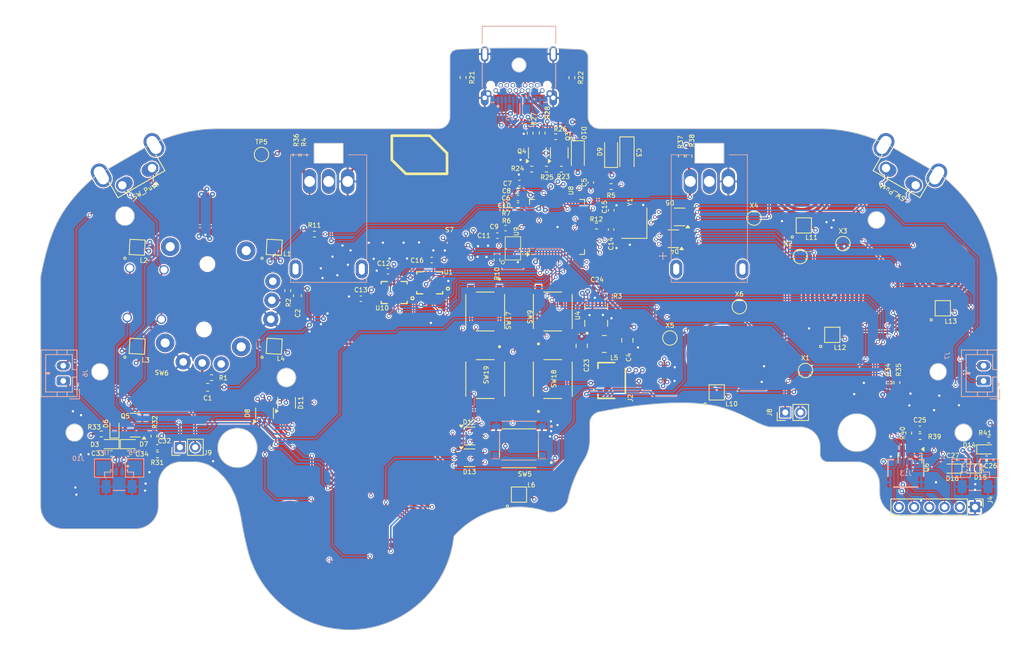
<source format=kicad_pcb>
(kicad_pcb (version 20240108) (generator "pcbnew") (generator_version "8.0")
  (layers (0 "F.Cu" signal) (1 "In1.Cu" signal) (2 "In2.Cu" signal) (31 "B.Cu" signal) (34 "B.Paste" user) (35 "F.Paste" user) (36 "B.SilkS" user "B.Silkscreen") (37 "F.SilkS" user "F.Silkscreen") (38 "B.Mask" user) (39 "F.Mask" user) (44 "Edge.Cuts" user))
  (net 0 "")
  (net 1 "GND")
  (net 2 "LX")
  (net 3 "LY")
  (net 4 "Net-(D4A-A)")
  (net 5 "RX")
  (net 6 "RY")
  (net 7 "+1V1")
  (net 8 "LRA_R")
  (net 9 "VBUS_SYS")
  (net 10 "ADC_MUX_OUT")
  (net 11 "BTN_PWR")
  (net 12 "D+")
  (net 13 "D-")
  (net 14 "SL_RGB")
  (net 15 "Net-(L1-DOUT)")
  (net 16 "Net-(L2-DOUT)")
  (net 17 "Net-(L3-DOUT)")
  (net 18 "ADC_ADDR_0")
  (net 20 "N_LATCH_3.3")
  (net 21 "N_LATCH")
  (net 23 "N_CLOCK_3.3")
  (net 24 "N_DATA_3.3")
  (net 25 "N_DATA")
  (net 26 "N_CLOCK")
  (net 27 "RP_RUN")
  (net 28 "Net-(U8-USB_DP)")
  (net 29 "Net-(U8-USB_DM)")
  (net 30 "ADC_ADDR_1")
  (net 32 "USB_BOOT")
  (net 33 "Net-(U9-{slash}CS)")
  (net 34 "RGB_OUT")
  (net 35 "XTAL_OUT")
  (net 36 "SHARED_PU")
  (net 38 "unconnected-(U8-GPIO1-Pad3)")
  (net 39 "SPI_TX")
  (net 40 "SPI_RX")
  (net 41 "SPI_CK")
  (net 43 "XTAL_IN")
  (net 44 "/SWCLK")
  (net 45 "/SWD")
  (net 46 "IMU0_CS")
  (net 47 "ZL_ANALOG")
  (net 48 "ZR_ANALOG")
  (net 49 "SIO3")
  (net 50 "SCLK")
  (net 51 "SIO0")
  (net 52 "SIO2")
  (net 53 "SIO1")
  (net 58 "E")
  (net 59 "D")
  (net 60 "+3V3_PRE")
  (net 61 "IMU1_CS")
  (net 62 "C")
  (net 63 "Net-(U4-L1)")
  (net 64 "Net-(U4-L2)")
  (net 65 "Net-(U4-EN)")
  (net 66 "CC1")
  (net 68 "CC2")
  (net 70 "Net-(D5B-A)")
  (net 71 "PLAYER_RGB")
  (net 72 "ABXY_RGB")
  (net 73 "Net-(L10-DOUT)")
  (net 74 "Net-(L11-DOUT)")
  (net 75 "Net-(L12-DOUT)")
  (net 76 "NC")
  (net 77 "A")
  (net 78 "B")
  (net 79 "+3V3")
  (net 80 "F")
  (net 81 "RS_B_OUT")
  (net 82 "Net-(D5C-A)")
  (net 83 "Net-(D8C-A)")
  (net 84 "Net-(D8B-A)")
  (net 85 "Net-(D8A-A)")
  (net 86 "RS_B_IN")
  (net 87 "Net-(D11A-A)")
  (net 88 "Net-(D11C-A)")
  (net 89 "Net-(D12C-A)")
  (net 90 "Net-(D12A-A)")
  (net 91 "Net-(D12B-A)")
  (net 92 "Net-(D13A-A)")
  (net 93 "Net-(D13B-A)")
  (net 94 "H")
  (net 95 "G")
  (net 96 "I")
  (net 97 "Net-(SW6-X_OUT)")
  (net 98 "Net-(SW6-Y_OUT)")
  (net 99 "LS_BTN_IN")
  (net 100 "LRA_L")
  (net 101 "LRA_L+")
  (net 102 "Net-(Q5-B)")
  (net 103 "LRA_R+")
  (net 104 "LRA_R-")
  (net 105 "LRA_L-")
  (net 106 "Net-(Q6-B)")
  (net 107 "X2")
  (net 108 "X3")
  (net 109 "X4")
  (net 110 "X5")
  (net 111 "Net-(C15-Pad1)")
  (footprint "Resistor_SMD:R_0402_1005Metric" (layer "F.Cu") (at 271.160702 134.936789 180)
    (property "Reference" "R39")
    (property "Value" "10k")
  )
  (footprint "hhl:HHL_Logo" (layer "F.Cu") (at 204.73 98.37)
    (property "Reference" "REF**" (hide yes))
    (property "Value" "HHL_Logo")
  )
  (footprint "Capacitor_SMD:C_0805_2012Metric" (layer "F.Cu") (at 232.7148 122.301 90)
    (property "Reference" "C4")
    (property "Value" "10uF")
  )
  (footprint "Resistor_SMD:R_0402_1005Metric" (layer "F.Cu") (at 268.1224 127.8636 90)
    (property "Reference" "R35")
    (property "Value" "0R")
  )
  (footprint "Resistor_SMD:R_0402_1005Metric" (layer "F.Cu") (at 178.1048 127.2032)
    (property "Reference" "R1")
    (property "Value" "1k")
  )
  (footprint "hhl:TMUX1204DQAR" (layer "F.Cu") (at 210.017 110.5)
    (property "Reference" "S7")
    (property "Value" "TMUX1204DQAR" (hide yes))
  )
  (footprint "Capacitor_SMD:C_0402_1005Metric" (layer "F.Cu") (at 279.905157 137.847794 180)
    (property "Reference" "C26")
    (property "Value" "1uF")
  )
  (footprint "Resistor_SMD:R_0402_1005Metric" (layer "F.Cu") (at 230.5812 102.108 180)
    (property "Reference" "R5")
    (property "Value" "10k")
  )
  (footprint "Resistor_SMD:R_0402_1005Metric" (layer "F.Cu") (at 225.43 87.81 -90)
    (property "Reference" "R22")
    (property "Value" "5.1k")
  )
  (footprint "Capacitor_SMD:C_0402_1005Metric" (layer "F.Cu") (at 277.1648 137.922 180)
    (property "Reference" "C27")
    (property "Value" "1uF")
  )
  (footprint "Resistor_SMD:R_0402_1005Metric" (layer "F.Cu") (at 240.8174 98.0948 90)
    (property "Reference" "R38")
    (property "Value" "75k")
  )
  (footprint "Capacitor_SMD:C_0402_1005Metric" (layer "F.Cu") (at 164.97 137.17)
    (property "Reference" "C33")
    (property "Value" "1uF")
  )
  (footprint "Connector_PinHeader_2.00mm:PinHeader_1x02_P2.00mm_Vertical" (layer "F.Cu") (at 253.4572 131.7752 90)
    (property "Reference" "J8")
    (property "Value" "Conn_01x02")
  )
  (footprint "Inductor_SMD:L_1008_2520Metric" (layer "F.Cu") (at 229.6922 122.7836 180)
    (property "Reference" "L5")
    (property "Value" "1.3A 2.2uH ±20% 80mΩ" (hide yes))
  )
  (footprint "hhl:LGA14" (layer "F.Cu") (at 206.752 114.75)
    (property "Reference" "U1")
    (property "Value" "ST_LSM6" (hide yes))
  )
  (footprint "Resistor_SMD:R_0201_0603Metric" (layer "F.Cu") (at 218.1339 106.5669)
    (property "Reference" "R6")
    (property "Value" "27R")
  )
  (footprint "hhl:ring_pad" (layer "F.Cu") (at 244.457313 124.14254 180)
    (property "Reference" "SW2" (hide yes))
    (property "Value" "SW_Push" (hide yes))
  )
  (footprint "Capacitor_SMD:C_0402_1005Metric" (layer "F.Cu") (at 230.6066 105.2094 90)
    (property "Reference" "C15")
    (property "Value" "15pF")
  )
  (footprint "Diode_SMD:D_SOD-523" (layer "F.Cu") (at 167.386 135.9408)
    (property "Reference" "D7")
    (property "Value" "M7C")
  )
  (footprint "Resistor_SMD:R_0402_1005Metric" (layer "F.Cu") (at 228.6508 107.2896)
    (property "Reference" "R12")
    (property "Value" "1k")
  )
  (footprint "hhl:LGA14" (layer "F.Cu") (at 202.0896 116.0272)
    (property "Reference" "U10")
    (property "Value" "ST_LSM6" (hide yes))
  )
  (footprint "Resistor_SMD:R_0402_1005Metric" (layer "F.Cu") (at 280.1874 135.382)
    (property "Reference" "R41")
    (property "Value" "0R")
  )
  (footprint "hhl:ring_pad" (layer "F.Cu") (at 259.633657 116.5844 180)
    (property "Reference" "SW1" (hide yes))
    (property "Value" "SW_Push" (hide yes))
  )
  (footprint "Capacitor_SMD:C_0402_1005Metric" (layer "F.Cu") (at 201.2696 113.2332)
    (property "Reference" "C12")
    (property "Value" "100nF")
  )
  (footprint "Capacitor_SMD:C_0402_1005Metric" (layer "F.Cu") (at 207.016394 111.761623 180)
    (property "Reference" "C16")
    (property "Value" "100nF")
  )
  (footprint "hhl:ring_dpad" (layer "F.Cu") (at 196.233657 154.3444 90)
    (property "Reference" "SW11" (hide yes))
    (property "Value" "SW_Push" (hide yes))
  )
  (footprint "hhl:ring_pad" (layer "F.Cu") (at 274.146617 113.094002 180)
    (property "Reference" "SW3" (hide yes))
    (property "Value" "SW_Push" (hide yes))
  )
  (footprint "Capacitor_SMD:C_0402_1005Metric" (layer "F.Cu") (at 215.646 108.55 180)
    (property "Reference" "C11")
    (property "Value" "100nF")
  )
  (footprint "Package_TO_SOT_SMD:SOT-23" (layer "F.Cu") (at 168.0741 133.4414 180)
    (property "Reference" "Q5")
    (property "Value" "MMBT2222A")
  )
  (footprint "Capacitor_Tantalum_SMD:CP_EIA-3216-18_Kemet-A" (layer "F.Cu") (at 232.664 97.8916 -90)
    (property "Reference" "C3")
    (property "Value" "47uF" (hide yes))
  )
  (footprint "Resistor_SMD:R_0402_1005Metric" (layer "F.Cu") (at 211.14 87.79 -90)
    (property "Reference" "R21")
    (property "Value" "5.1k")
  )
  (footprint "Resistor_SMD:R_0402_1005Metric" (layer "F.Cu") (at 267.1064 127.8636 -90)
    (property "Reference" "R34")
    (property "Value" "0R")
  )
  (footprint "Resistor_SMD:R_0402_1005Metric" (layer "F.Cu") (at 229.890951 116.488984 180)
    (property "Reference" "R3")
    (property "Value" "100R")
  )
  (footprint "hhl:SK6805-EC-10" (layer "F.Cu") (at 168.333662 110.0844 -3)
    (property "Reference" "L2")
    (property "Value" "SK6805-EC-10" (hide yes))
  )
  (footprint "Resistor_SMD:R_0402_1005Metric" (layer "F.Cu") (at 239.813091 98.084045 -90)
    (property "Reference" "R37")
    (property "Value" "75k")
  )
  (footprint "Capacitor_SMD:C_0402_1005Metric" (layer "F.Cu") (at 170.98 136.35)
    (property "Reference" "C32")
    (property "Value" "100nF")
  )
  (footprint "hhl:GL1807SYAE" (layer "F.Cu") (at 177.333662 116.5844 -3)
    (property "Reference" "SW6")
    (property "Value" "GL18_SW")
  )
  (footprint "Capacitor_SMD:C_0402_1005Metric" (layer "F.Cu") (at 218.341059 102.628684 180)
    (property "Reference" "C8")
    (property "Value" "1uF" (hide yes))
  )
  (footprint "hhl:SK6805-EC-10" (layer "F.Cu") (at 186.333662 110.0844 -3)
    (property "Reference" "L1")
    (property "Value" "SK6805-EC-10" (hide yes))
  )
  (footprint "hhl:ring_dpad" (layer "F.Cu") (at 204.083657 146.4944 180)
    (property "Reference" "SW13" (hide yes))
    (property "Value" "SW_Push" (hide yes))
  )
  (footprint "hhl:SK6805-EC-10" (layer "F.Cu") (at 259.633657 121.5844)
    (property "Reference" "L12")
    (property "Value" "SK6805-EC-10" (hide yes))
  )
  (footprint "Diode_SMD:D_SOD-523" (layer "F.Cu") (at 279.8652 136.626257)
    (property "Reference" "D14")
    (property "Value" "M7C")
  )
  (footprint "Resistor_SMD:R_0402_1005Metric" (layer "F.Cu") (at 222.090478 99.819463 180)
    (property "Reference" "R25")
    (property "Value" "1k")
  )
  (footprint "Capacitor_SMD:C_0402_1005Metric" (layer "F.Cu") (at 227.9142 101.5746 -90)
    (property "Reference" "C5")
    (property "Value" "100nF" (hide yes))
  )
  (footprint "Resistor_SMD:R_0402_1005Metric" (layer "F.Cu") (at 189.2046 97.9678 90)
    (property "Reference" "R36")
    (property "Value" "75k")
  )
  (footprint "Capacitor_SMD:C_0805_2012Metric" (layer "F.Cu") (at 226.7204 123.0376 -90)
    (property "Reference" "C23")
    (property "Value" "10uF")
  )
  (footprint "Resistor_SMD:R_0402_1005Metric" (layer "F.Cu") (at 191.6176 108.3564)
    (property "Reference" "R11")
    (property "Value" "330R" (hide yes))
  )
  (footprint "Resistor_SMD:R_0402_1005Metric" (layer "F.Cu") (at 190.23371 97.969816 -90)
    (property "Reference" "R4")
    (property "Value" "75k")
  )
  (footprint "hhl:Z_Switch_Edge_Omron" (layer "F.Cu") (at 168.332214 100.8094 30)
    (property "Reference" "SW7" (hide yes))
    (property "Value" "SW_Push")
  )
  (footprint "Resistor_SMD:R_0402_1005Metric" (layer "F.Cu") (at 163.6268 134.5946 180)
    (property "Reference" "R33")
    (property "Value" "0R")
  )
  (footprint "Diode_SMD:D_SOD-523" (layer "F.Cu") (at 165.354 133.8834 90)
    (property "Reference" "D6")
    (property "Value" "M7C")
  )
  (footprint "hhl:Z_Switch_Edge_Omron" (layer "F.Cu") (at 268.6351 100.8094 -30)
    (property "Reference" "SW8" (hide yes))
    (property "Value" "SW_Push")
  )
  (footprint "Diode_SMD:D_SOD-523" (layer "F.Cu") (at 275.398722 139.152065 180)
    (property "Reference" "D16")
    (property "Value" "M7C")
  )
  (footprint "hhl:TS-1187A-C-E-B" (layer "F.Cu") (at 214.046157 118.5164 -90)
    (property "Reference" "SW17")
    (property "Value" "TS-1187A-C-A-B " (hide yes))
  )
  (footprint "Capacitor_SMD:C_0402_1005Metric" (layer "F.Cu") (at 218.346133 103.61048 180)
    (property "Reference" "C6")
    (property "Value" "100nF")
  )
  (footprint "Capacitor_SMD:C_0402_1005Metric" (layer "F.Cu") (at 197.7136 116.84)
    (property "Reference" "C13")
    (property "Value" "100nF")
  )
  (footprint "Package_TO_SOT_SMD:SOT-23" (layer "F.Cu") (at 269.8383 137.7673 -90)
    (property "Reference" "Q6")
    (property "Value" "MMBT2222A")
  )
  (footprint "Resistor_SMD:R_0402_1005Metric" (layer "F.Cu") (at 224.046064 99.820075)
    (property "Reference" "R23")
    (property "Value" "1k")
  )
  (footprint "Resistor_SMD:R_0402_1005Metric" (layer "F.Cu") (at 221.527956 95.084509 -90)
    (property "Reference" "R28")
    (property "Value" "1k")
  )
  (footprint "Resistor_SMD:R_0402_1005Metric" (layer "F.Cu") (at 215.5952 111.7346 90)
    (property "Reference" "R10")
    (property "Value" "1k")
  )
  (footprint "TestPoint:TestPoint_Pad_D1.5mm" (layer "F.Cu") (at 261.0358 109.601)
    (property "Reference" "X3")
    (property "Value" "ModConnect")
  )
  (footprint "Package_TO_SOT_SMD:SOT-363_SC-70-6" (layer "F.Cu") (at 211.9884 137.7309)
    (property "Reference" "D13")
    (property "Value" "BAS16VY,115" (hide yes))
  )
  (footprint "Package_DFN_QFN:QFN-56-1EP_7x7mm_P0.4mm_EP3.2x3.2mm" (layer "F.Cu") (at 223.4848 107.4081 90)
    (property "Reference" "U8")
    (property "Value" "RP2040" (hide yes))
  )
  (footprint "hhl:SK6805-EC-10" (layer "F.Cu") (at 274.146617 118.094002)
    (property "Reference" "L13")
    (property "Value" "SK6805-EC-10" (hide yes))
  )
  (footprint "TestPoint:TestPoint_Pad_D1.5mm" (layer "F.Cu") (at 255.4224 111.3028)
    (property "Reference" "X2")
    (property "Value" "ModConnect")
  )
  (footprint "Resistor_SMD:R_0201_0603Metric" (layer "F.Cu") (at 218.135261 105.575207)
    (property "Reference" "R7")
    (property "Value" "27R")
  )
  (footprint "Resistor_SMD:R_0402_1005Metric" (layer "F.Cu") (at 223.30318 95.558282)
    (property "Reference" "R26")
    (property "Value" "1k")
  )
  (footprint "TestPoint:TestPoint_Pad_D1.5mm" (layer "F.Cu") (at 238.3028 121.9962)
    (property "Reference" "X5")
    (property "Value" "ModConnect")
  )
  (footprint "Resistor_SMD:R_0402_1005Metric" (layer "F.Cu") (at 269.6718 134.493 -90)
    (property "Reference" "R40")
    (property "Value" "100R")
  )
  (footprint "hhl:SK6805-EC-10" (layer "F.Cu") (at 186.333662 123.0844 -3)
    (property "Reference" "L4")
    (property "Value" "SK6805-EC-10" (hide yes))
  )
  (footprint "Connector_PinHeader_2.00mm:PinHeader_1x06_P2.00mm_Vertical" (layer "F.Cu") (at 278.3802 144.1958 -90)
    (property "Reference" "J4")
    (property "Value" "Conn_01x06_Pin" (hide yes))
  )
  (footprint "Diode_SMD:D_SOD-523" (layer "F.Cu") (at 164.6936 135.9408 180)
    (property "Reference" "D3")
    (property "Value" "M7C")
  )
  (footprint "Package_TO_SOT_SMD:SOT-363_SC-70-6" (layer "F.Cu") (at 185.0644 131.892 90)
    (property "Reference" "D8")
    (property "Value" "BAS16VY,115" (hide yes))
  )
  (footprint "hhl:ring_dpad" (layer "F.Cu") (at 188.383657 146.4944)
    (property "Reference" "SW12" (hide yes))
    (property "Value" "SW_Push" (hide yes))
  )
  (footprint "Capacitor_SMD:C_0402_1005Metric" (layer "F.Cu") (at 218.351207 104.594813)
    (property "Reference" "C10")
    (property "Value" "100nF" (hide yes))
  )
  (footprint "Connector_PinHeader_2.00mm:PinHeader_1x02_P2.00mm_Vertical" (layer "F.Cu") (at 173.9552 136.3472 90)
    (property "Reference" "J9")
    (property "Value" "Conn_01x02" (hide yes))
  )
  (footprint "Resistor_SMD:R_0402_1005Metric" (layer "F.Cu") (at 220.165642 99.815351 180)
    (property "Reference" "R24")
    (property "Value" "1k")
  )
  (footprint "Package_TO_SOT_SMD:SOT-363_SC-70-6" (layer "F.Cu") (at 239.5778 106.0958 180)
    (property "Reference" "D5")
    (property "Value" "BAS16VY,115" (hide yes))
  )
  (footprint "hhl:TS-1187A-C-E-B" (layer "F.Cu") (at 218.483657 136.4788 180)
    (property "Reference" "SW5")
    (property "Value" "TS-1187A-C-A-B ")
  )
  (footprint "Resistor_SMD:R_0402_1005Metric" (layer "F.Cu") (at 188.1124 115.7732 90)
    (property "Reference" "R2")
    (property "Value" "1k")
  )
  (footprint "Diode_SMD:D_SOD-523" (layer "F.Cu") (at 277.97879 139.140649 180)
    (property "Reference" "D15")
    (property "Value" "M7C")
  )
  (footprint "Crystal:Crystal_SMD_3225-4Pin_3.2x2.5mm" (layer "F.Cu") (at 233.6292 106.9086 90)
    (property "Reference" "Y1")
    (property "Value" "ABM8-272-T3")
  )
  (footprint "Package_TO_SOT_SMD:SOT-363_SC-70-6" (layer "F.Cu") (at 211.9884 134.871)
    (property "Reference" "D12")
    (property "Value" "BAS16VY,115" (hide yes))
  )
  (footprint "Capacitor_SMD:C_0603_1608Metric_Pad1.08x0.95mm_HandSolder" (layer "F.Cu") (at 177.5968 128.4732)
    (property "Reference" "C1")
    (property "Value" "47nF" (hide yes))
  )
  (footprint "TestPoint:TestPoint_Pad_D1.5mm" (layer "F.Cu") (at 249.3518 106.2482)
    (property "Reference" "X4")
    (property "Value" "ModConnect")
  )
  (footprint "hhl:TS-1187A-C-E-B" (layer "F.Cu") (at 222.921157 127.3914 90)
    (property "Reference" "SW18")
    (property "Value" "TS-1187A-C-A-B ")
  )
  (footprint "Capacitor_SMD:C_0402_1005Metric" (layer "F.Cu") (at 218.5416 101.6508 180)
    (property "Reference" "C7")
    (property "Value" "100nF" (hide yes))
  )
  (footprint "hhl:ring_pad" (layer "F.Cu") (at 255.891532 102.212626 180)
    (property "Reference" "SW4" (hide yes))
    (property "Value" "SW_Push" (hide yes))
  )
  (footprint "hhl:SK6805-EC-10" (layer "F.Cu") (at 244.457313 129.14254)
    (property "Reference" "L10")
    (property "Value" "SK6805-EC-10" (hide yes))
  )
  (footprint "Resistor_SMD:R_0402_1005Metric" (layer "F.Cu") (at 219.94974 95.094022 -90)
    (property "Reference" "R27")
    (property "Value" "1k")
  )
  (footprint "Capacitor_SMD:C_0402_1005Metric" (layer "F.Cu") (at 271.13787 133.937869)
    (property "Reference" "C25")
    (property "Value" "100nF")
  )
  (footprint "Diode_SMD:D_SOD-323_HandSoldering" (layer "F.Cu") (at 226.2124 98.0948 -90)
    (property "Reference" "D10")
    (property "Value" "CUS08F30" (hide yes))
  )
  (footprint "TestPoint:TestPoint_Pad_D1.5mm" (layer "F.Cu") (at 184.658 97.8916)
    (property "Reference" "TP5")
    (property "Value" "TestPoint")
  )
  (footprint "Capacitor_SMD:C_0603_1608Metric_Pad1.08x0.95mm_HandSolder" (layer "F.Cu") (at 189.3824 116.4336 90)
    (property "Reference" "C2")
    (property "Value" "47nF" (hide yes))
  )
  (footprint "Capacitor_SMD:C_0402_1005Metric" (layer "F.Cu") (at 167.16 137.17)
    (property "Reference" "C34")
    (property "Value" "1uF")
  )
  (footprint "hhl:TS-1187A-C-E-B" (layer "F.Cu") (at 214.046157 127.3914 -90)
    (property "Reference" "SW19")
    (property "Value" "TS-1187A-C-A-B ")
  )
  (footprint "Package_TO_SOT_SMD:SOT-363_SC-70-6" (layer "F.Cu") (at 187.96 130.5052 90)
    (property "Reference" "D11")
    (property "Value" "BAS16VY,115" (hide yes))
  )
  (footprint "hhl:ring_dpad" (layer "F.Cu") (at 196.233657 138.6444 -90)
    (property "Reference" "SW10" (hide yes))
    (property "Value" "SW_Push")
  )
  (footprint "Capacitor_SMD:C_0402_1005Metric" (layer "F.Cu") (at 228.745523 115.499577)
    (property "Reference" "C24")
    (property "Value" "100nF")
  )
  (footprint "Capacitor_SMD:C_0402_1005Metric" (layer "F.Cu") (at 230.5812 107.7468 -90)
    (property "Reference" "C14")
    (property "Value" "15pF")
  )
  (footprint "hhl:SK6805-EC-10" (layer "F.Cu") (at 255.891532 107.212626)
    (property "Reference" "L11")
    (property "Value" "SK6805-EC-10" (hide yes))
  )
  (footprint "hhl:5034800640" (layer "F.Cu") (at 230.6574 127.5842 90)
    (property "Reference" "J2")
    (property "Value" "503480-0640" (hide yes))
  )
  (footprint "Capacitor_SMD:C_0402_1005Metric" (layer "F.Cu") (at 216.716499 107.556162)
    (property "Reference" "C9")
    (property "Value" "100nF" (hide yes))
  )
  (footprint "Resistor_SMD:R_0402_1005Metric" (layer "F.Cu") (at 171 137.34 180)
    (property "Reference" "R31")
    (property "Value" "10k")
  )
  (footprint "hhl:VREG_V62_16624-01YE" (layer "F.Cu") (at 228.6254 118.9736 90)
    (property "Reference" "U4")
    (property "Value" "TPS630001RCR")
  )
  (footprint "Resistor_SMD:R_0402_1005Metric" (layer "F.Cu") (at 170.5356 134.8994 90)
    (property "Reference" "R32")
    (property "Value" "100R")
  )
  (footprint "TestPoint:TestPoint_Pad_D1.5mm" (layer "F.Cu") (at 256.1082 126.2634)
    (property "Reference" "X1")
    (property "Value" "ModConnect")
  )
  (footprint "Package_TO_SOT_SMD:SOT-363_SC-70-6" (layer "F.Cu") (at 220.8784 97.6884 90)
    (property "Reference" "Q4")
    (property "Value" "BSS138DW" (hide yes))
  )
  (footprint "hhl:TS-1187A-C-E-B" (layer "F.Cu") (at 222.921157 118.5164 90)
    (property "Reference" "SW9")
    (property "Value" "TS-1187A-C-A-B ")
  )
  (footprint "hhl:SK6805-EC-10" (layer "F.Cu") (at 168.333662 123.0844 -3)
    (property "Reference" "L3")
    (property "Value" "SK6805-EC-10" (hide yes))
  )
  (footprint "Diode_SMD:D_SOD-323_HandSoldering" (layer "F.Cu") (at 230.5812 97.5868 90)
    (property "Reference" "D9")
    (property "Value" "CUS08F30" (hide yes))
  )
  (footprint "Package_TO_SOT_SMD:SOT-363_SC-70-6" (layer "F.Cu") (at 223.774 97.6884 90)
    (property "Reference" "Q3")
    (property "Value" "BSS138DW" (hide yes))
  )
  (footprint "Package_TO_SOT_SMD:SOT-363_SC-70-6" (layer "F.Cu") (at 238.76 108.9556 180)
    (property "Reference" "D4")
    (property "Value" "BAS16VY,115" (hide yes))
  )
  (footprint "hhl:SK6805-EC-10" (layer "F.Cu") (at 218.483657 142.5636)
    (property "Reference" "L6")
    (property "Value" "SK6805-EC-10" (hide yes))
  )
  (footprint "TestPoint:TestPoint_Pad_D1.5mm" (layer "F.Cu") (at 247.4214 117.8814)
    (property "Reference" "X6")
    (property "Value" "ModConnect")
  )
  (footprint "hhl:USON-8-EP(2x3)" (layer "F.Cu") (at 217.689993 110.224008 90)
    (property "Reference" "U9")
    (property "Value" "GD25Q80EEIGR" (hide yes))
  )
  (footprint "hhl:TS-1187A-C-E-B" (layer "B.Cu") (at 218.483657 135.4844 180)
    (property "Reference" "SW14" (hide yes))
    (property "Value" "TS-1187A-C-A-B ")
  )
  (footprint "hhl:4015-0-43-80-30-27-10-0" (layer "B.Cu") (at 245.983657 101.4344 180)
    (property "Reference" "S6" (hide yes))
    (property "Value" "4015-0-43-80-30-27-10-0")
  )
  (footprint "TestPoint:TestPoint_Pad_2.0x2.0mm" (layer "B.Cu") (at 163.9316 139.0904 180)
    (property "Reference" "TP7")
    (property "Value" "TestPoint")
  )
  (footprint "hhl:4015-0-43-80-30-27-10-0" (layer "B.Cu") (at 243.483657 101.4344 180)
    (property "Reference" "S4" (hide yes))
    (property "Value" "4015-0-43-80-30-27-10-0")
  )
  (footprint "hhl:4015-0-43-80-30-27-10-0" (layer "B.Cu") (at 195.983657 101.4344 180)
    (property "Reference" "S3" (hide yes))
    (property "Value" "4015-0-43-80-30-27-10-0")
  )
  (footprint "hhl:JST_SM02B-SURS-TF_LF__SN_" (layer "B.Cu") (at 165.9636 139.5648 180)
    (property "Reference" "J10")
    (property "Value" "SM02B-SURS-TF_LF__SN_" (hide yes))
  )
  (footprint "TestPoint:TestPoint_Pad_2.0x2.0mm" (layer "B.Cu") (at 276.5552 139.0904 180)
    (property "Reference" "TP1" (hide yes))
    (property "Value" "TestPoint" (hide yes))
  )
  (footprint "TestPoint:TestPoint_Pad_2.0x2.0mm" (layer "B.Cu") (at 167.9956 139.065 180)
    (property "Reference" "TP6")
    (property "Value" "TestPoint")
  )
  (footprint "Connector_JST:JST_PH_B2B-PH-K_1x02_P2.00mm_Vertical" (layer "B.Cu") (at 279.5016 127.635 90)
    (property "Reference" "J7")
    (property "Value" "Trigger")
  )
  (footprint "hhl:4015-0-43-80-30-27-10-0" (layer "B.Cu") (at 240.983657 101.4344 180)
    (property "Reference" "S5" (hide yes))
    (property "Value" "4015-0-43-80-30-27-10-0")
  )
  (footprint "hhl:5034800640" (layer "B.Cu") (at 269.2908 139.7762 180)
    (property "Reference" "J13")
    (property "Value" "503480-0640" (hide yes))
  )
  (footprint "hhl:GCC_Slider_MillMaxSocketed" (layer "B.Cu") (at 243.483657 101.4344 180)
    (property "Reference" "RV2" (hide yes))
    (property "Value" "Slider_GCC-Gamecube_MB")
  )
  (footprint "TestPoint:TestPoint_Pad_2.0x2.0mm" (layer "B.Cu") (at 280.199742 139.096669 180)
    (property "Reference" "TP2" (hide yes))
    (property "Value" "TestPoint" (hide yes))
  )
  (footprint "hhl:JST_SM02B-SURS-TF_LF__SN_" (layer "B.Cu") (at 278.384 139.5648 180)
    (property "Reference" "J1")
    (property "Value" "SM02B-SURS-TF_LF__SN_" (hide yes))
  )
  (footprint "Connector_JST:JST_PH_B2B-PH-K_1x02_P2.00mm_Vertical" (layer "B.Cu") (at 158.623 127.635 90)
    (property "Reference" "J6")
    (property "Value" "Trigger")
  )
  (footprint "hhl:CUI_UJ31-CH-G1-SMT-TR" (layer "B.Cu") (at 215.733635 90.7094)
    (property "Reference" "J5")
    (property "Value" "UJ31-CH-G1-SMT-TR" (hide yes))
    (fp_line (start -2.05 -0.055) (end -2.05 -0.805) (stroke (width 0.01)) (layer "Edge.Cuts"))
    (fp_line (start -1.75 -1.055) (end -1.3 -1.055) (stroke (width 0.01)) (layer "Edge.Cuts"))
    (fp_line (start -1.45 -0.555) (end -1.45 -0.055) (stroke (width 0.01)) (layer "Edge.Cuts"))
    (fp_line (start -1.3 -0.555) (end -1.45 -0.555) (stroke (width 0.01)) (layer "Edge.Cuts"))
    (fp_line (start 6.8 -1.055) (end 7.25 -1.055) (stroke (width 0.01)) (layer "Edge.Cuts"))
    (fp_line (start 6.95 -0.555) (end 6.8 -0.555) (stroke (width 0.01)) (layer "Edge.Cuts"))
    (fp_line (start 6.95 -0.055) (end 6.95 -0.555) (stroke (width 0.01)) (layer "Edge.Cuts"))
    (fp_line (start 7.55 -0.805) (end 7.55 -0.055) (stroke (width 0.01)) (layer "Edge.Cuts"))
    (fp_arc (start -2.05 -0.805) (mid -1.951777 -0.992132) (end -1.75 -1.055) (stroke (width 0.01)) (layer "Edge.Cuts"))
    (fp_arc (start -1.45 -0.055) (mid -1.75 0.245) (end -2.05 -0.055) (stroke (width 0.01)) (layer "Edge.Cuts"))
    (fp_arc (start -1.3 -1.055) (mid -1.05 -0.805) (end -1.3 -0.555) (stroke (width 0.01)) (layer "Edge.Cuts"))
    (fp_arc (start 6.8 -0.555) (mid 6.55 -0.805) (end 6.8 -1.055) (stroke (width 0.01)) (layer "Edge.Cuts"))
    (fp_arc (start 7.25 -1.055) (mid 7.451777 -0.992132) (end 7.55 -0.805) (stroke (width 0.01)) (layer "Edge.Cuts"))
    (fp_arc (start 7.55 -0.055) (mid 7.25 0.245) (end 6.95 -0.055) (stroke (width 0.01)) (layer "Edge.Cuts"))
  )
  (footprint "hhl:GCC_Slider_MillMaxSocketed" (layer "B.Cu") (at 193.483657 101.4344 180)
    (property "Reference" "RV1" (hide yes))
    (property "Value" "Slider_GCC-Gamecube_MB")
  )
  (footprint "hhl:4015-0-43-80-30-27-10-0" (layer "B.Cu") (at 193.483657 101.4344 180)
    (property "Reference" "S1" (hide yes))
    (property "Value" "4015-0-43-80-30-27-10-0")
  )
  (footprint "hhl:4015-0-43-80-30-27-10-0" (layer "B.Cu") (at 190.983657 101.4344 180)
    (property "Reference" "S2" (hide yes))
    (property "Value" "4015-0-43-80-30-27-10-0")
  )
  (gr_curve (pts (xy 210.98524 84.058545) (xy 210.766829 84.070956) (xy 210.550668 84.084038) (xy 210.336346 84.09788)) (stroke (width 0.1)) (layer "Edge.Cuts"))
  (gr_curve (pts (xy 228.450425 131.941646) (xy 228.287869 132.049934) (xy 228.148018 132.188938) (xy 228.038744 132.350833)) (stroke (width 0.1)) (layer "Edge.Cuts"))
  (gr_arc (start 281.321867 142.31648) (mid 280.443187 144.4378) (end 278.321867 145.31648) (stroke (width 0.1)) (layer "Edge.Cuts"))
  (gr_arc (start 268.84115 145.31648) (mid 266.719829 144.437801) (end 265.84115 142.31648) (stroke (width 0.1)) (layer "Edge.Cuts"))
  (gr_arc (start 224.868706 143.478091) (mid 223.783102 144.589427) (end 222.251397 144.849207) (stroke (width 0.1)) (layer "Edge.Cuts"))
  (gr_curve (pts (xy 209.475667 84.71615) (xy 209.525103 84.595685) (xy 209.597596 84.486027) (xy 209.689065 84.393349)) (stroke (width 0.1)) (layer "Edge.Cuts"))
  (gr_curve (pts (xy 209.985538 84.186097) (xy 210.096137 84.135611) (xy 210.215021 84.105716) (xy 210.336346 84.09788)) (stroke (width 0.1)) (layer "Edge.Cuts"))
  (gr_circle (center 218.483657 86.139125) (end 217.558657 86.139125) (stroke (width 0.1)) (fill none) (layer "Edge.Cuts"))
  (gr_curve (pts (xy 218.483657 83.889125) (xy 219.717579 83.889125) (xy 220.962698 83.896331) (xy 222.195368 83.920253)) (stroke (width 0.1)) (layer "Edge.Cuts"))
  (gr_line (start 227.566517 92.997189) (end 227.566517 85.095801) (stroke (width 0.1)) (layer "Edge.Cuts"))
  (gr_line (start 257.94167 94.497189) (end 229.066517 94.497189) (stroke (width 0.1)) (layer "Edge.Cuts"))
  (gr_curve (pts (xy 277.698333 104.472377) (xy 278.579232 105.662138) (xy 279.11995 106.707329) (xy 279.504817 107.586835)) (stroke (width 0.1)) (layer "Edge.Cuts"))
  (gr_curve (pts (xy 228.038744 132.350833) (xy 227.955551 132.474088) (xy 227.891147 132.609031) (xy 227.847648 132.751231)) (stroke (width 0.1)) (layer "Edge.Cuts"))
  (gr_curve (pts (xy 181.179744 142.700619) (xy 180.817555 141.913749) (xy 180.682721 141.658293) (xy 180.53702 141.408821)) (stroke (width 0.1)) (layer "Edge.Cuts"))
  (gr_curve (pts (xy 177.575211 138.627852) (xy 176.905597 138.385261) (xy 176.683248 138.328324) (xy 176.027148 138.270923)) (stroke (width 0.1)) (layer "Edge.Cuts"))
  (gr_curve (pts (xy 182.699386 149.27362) (xy 182.72687 149.408449) (xy 182.757148 149.546503) (xy 182.790585 149.687817)) (stroke (width 0.1)) (layer "Edge.Cuts"))
  (gr_line (start 158.645447 147.06648) (end 168.126164 147.06648) (stroke (width 0.1)) (layer "Edge.Cuts"))
  (gr_curve (pts (xy 226.904305 138.215947) (xy 226.941754 138.154398) (xy 226.979619 138.093104) (xy 227.017898 138.03207)) (stroke (width 0.1)) (layer "Edge.Cuts"))
  (gr_curve (pts (xy 218.746843 144.205999) (xy 218.660073 144.20398) (xy 218.573326 144.20296) (xy 218.48662 144.202937)) (stroke (width 0.1)) (layer "Edge.Cuts"))
  (gr_line (start 274.119567 100.731685) (end 267.916864 97.162383) (stroke (width 0.1)) (layer "Edge.Cuts"))
  (gr_line (start 207.900797 94.497189) (end 179.025644 94.497189) (stroke (width 0.1)) (layer "Edge.Cuts"))
  (gr_curve (pts (xy 183.592474 152.072652) (xy 183.753899 152.438227) (xy 183.93105 152.796559) (xy 184.123479 153.146811)) (stroke (width 0.1)) (layer "Edge.Cuts"))
  (gr_arc (start 209.400797 92.997189) (mid 208.961458 94.05785) (end 207.900797 94.497189) (stroke (width 0.1)) (layer "Edge.Cuts"))
  (gr_line (start 191.583657 99.0344) (end 191.583657 96.4344) (stroke (width 0.1)) (layer "Edge.Cuts"))
  (gr_line (start 251.641099 133.700615) (end 255.464183 133.700615) (stroke (width 0.1)) (layer "Edge.Cuts"))
  (gr_curve (pts (xy 214.350983 144.966617) (xy 213.046308 145.472242) (xy 211.84653 146.215857) (xy 210.812979 147.159782)) (stroke (width 0.1)) (layer "Edge.Cuts"))
  (gr_curve (pts (xy 182.19411 146.945036) (xy 182.039961 146.076155) (xy 181.988599 145.787386) (xy 181.935863 145.499471)) (stroke (width 0.1)) (layer "Edge.Cuts"))
  (gr_arc (start 257.94167 94.497189) (mid 263.104222 95.174972) (end 267.916864 97.162383) (stroke (width 0.1)) (layer "Edge.Cuts"))
  (gr_curve (pts (xy 218.48662 144.202937) (xy 217.072892 144.19661) (xy 215.67029 144.455321) (xy 214.350983 144.966617)) (stroke (width 0.1)) (layer "Edge.Cuts"))
  (gr_curve (pts (xy 237.399724 130.596286) (xy 239.856103 130.452836) (xy 242.3811 130.487536) (xy 244.585609 130.996282)) (stroke (width 0.1)) (layer "Edge.Cuts"))
  (gr_curve (pts (xy 195.095996 160.287545) (xy 196.868072 160.43652) (xy 198.651799 160.240972) (xy 200.349124 159.711751)) (stroke (width 0.1)) (layer "Edge.Cuts"))
  (gr_curve (pts (xy 210.812979 147.159782) (xy 210.612051 147.343286) (xy 210.418107 147.533721) (xy 210.231462 147.730657)) (stroke (width 0.1)) (layer "Edge.Cuts"))
  (gr_curve (pts (xy 227.782036 135.375479) (xy 227.782036 135.843037) (xy 227.716453 136.308292) (xy 227.587206 136.757631)) (stroke (width 0.1)) (layer "Edge.Cuts"))
  (gr_line (start 171.126164 144.06648) (end 171.126164 141.270923) (stroke (width 0.1)) (layer "Edge.Cuts"))
  (gr_curve (pts (xy 222.195368 83.920253) (xy 223.460546 83.944805) (xy 224.724913 83.987106) (xy 225.982074 84.058545)) (stroke (width 0.1)) (layer "Edge.Cuts"))
  (gr_curve (pts (xy 228.986631 131.71939) (xy 231.661586 131.182071) (xy 234.493589 130.766002) (xy 237.399724 130.596286)) (stroke (width 0.1)) (layer "Edge.Cuts"))
  (gr_arc (start 169.05045 97.162383) (mid 173.863092 95.17497) (end 179.025644 94.497189) (stroke (width 0.1)) (layer "Edge.Cuts"))
  (gr_arc (start 259.039183 138.270923) (mid 258.332077 137.978029) (end 258.039183 137.270923) (stroke (width 0.1)) (layer "Edge.Cuts"))
  (gr_circle (center 181.503131 136.425615) (end 178.928131 136.425615) (stroke (width 0.1)) (fill none) (layer "Edge.Cuts"))
  (gr_line (start 174.126164 138.270923) (end 176.027148 138.270923) (stroke (width 0.1)) (layer "Edge.Cuts"))
  (gr_curve (pts (xy 180.53702 141.408821) (xy 180.048417 140.697589) (xy 179.872384 140.471314) (xy 179.687188 140.254247)) (stroke (width 0.1)) (layer "Edge.Cuts"))
  (gr_curve (pts (xy 222.251397 144.849207) (xy 221.12603 144.451387) (xy 219.943303 144.233847) (xy 218.746843 144.205999)) (stroke (width 0.1)) (layer "Edge.Cuts"))
  (gr_curve (pts (xy 224.868706 143.478091) (xy 225.234749 141.623158) (xy 225.921444 139.831345) (xy 226.904305 138.215947)) (stroke (width 0.1)) (layer "Edge.Cuts"))
  (gr_arc (start 171.126164 141.270923) (mid 172.004836 139.14959) (end 174.126164 138.270923) (stroke (width 0.1)) (layer "Edge.Cuts"))
  (gr_curve (pts (xy 225.982074 84.058545) (xy 226.200485 84.070956) (xy 226.416646 84.084038) (xy 226.630968 84.09788)) (stroke (width 0.1)) (layer "Edge.Cuts"))
  (gr_line (start 155.645447 113.9708) (end 155.645447 144.06648) (stroke (width 0.1)) (layer "Edge.Cuts"))
  (gr_curve (pts (xy 248.977801 132.718489) (xy 250.092166 133.286956) (xy 250.976537 133.700615) (xy 251.641099 133.700615)) (stroke (width 0.1)) (layer "Edge.Cuts"))
  (gr_curve (pts (xy 155.645447 113.9708) (xy 156.236131 111.000497) (xy 156.854323 108.698265) (xy 157.898092 106.668915)) (stroke (width 0.1)) (layer "Edge.Cuts"))
  (gr_curve (pts (xy 209.900259 148.421163) (xy 209.918425 148.288315) (xy 209.936591 148.155467) (xy 209.954757 148.022619)) (stroke (width 0.1)) (layer "Edge.Cuts"))
  (gr_curve (pts (xy 228.986631 131.71939) (xy 228.795134 131.757856) (xy 228.612981 131.833358) (xy 228.450425 131.941646)) (stroke (width 0.1)) (layer "Edge.Cuts"))
  (gr_circle (center 163.433657 126.4344) (end 164.51966 126.4344) (stroke (width 0.1)) (fill none) (layer "Edge.Cuts"))
  (gr_curve (pts (xy 178.675042 139.303544) (xy 178.02049 138.864176) (xy 177.79859 138.737898) (xy 177.575211 138.627852)) (stroke (width 0.1)) (layer "Edge.Cuts"))
  (gr_curve (pts (xy 227.587206 136.757631) (xy 227.457958 137.20697) (xy 227.26632 137.635967) (xy 227.017898 138.03207)) (stroke (width 0.1)) (layer "Edge.Cuts"))
  (gr_curve (pts (xy 205.10027 157.115775) (xy 206.490202 155.950178) (xy 207.636444 154.521537) (xy 208.473166 152.912172)) (stroke (width 0.1)) (layer "Edge.Cuts"))
  (gr_curve (pts (xy 274.119567 100.731685) (xy 275.430062 101.83371) (xy 276.678153 103.094503) (xy 277.698333 104.472377)) (stroke (width 0.1)) (layer "Edge.Cuts"))
  (gr_curve (pts (xy 190.208787 158.941441) (xy 191.74073 159.688024) (xy 193.397298 160.144739) (xy 195.095996 160.287545)) (stroke (width 0.1)) (layer "Edge.Cuts"))
  (gr_circle (center 166.727061 105.977799) (end 165.502061 105.977799) (stroke (width 0.1)) (fill none) (layer "Edge.Cuts"))
  (gr_curve (pts (xy 182.483002 148.399454) (xy 182.302363 147.526301) (xy 182.246908 147.235523) (xy 182.19411 146.945036)) (stroke (width 0.1)) (layer "Edge.Cuts"))
  (gr_curve (pts (xy 244.585609 130.996282) (xy 246.299988 131.391919) (xy 247.780575 132.107753) (xy 248.977801 132.718489)) (stroke (width 0.1)) (layer "Edge.Cuts"))
  (gr_curve (pts (xy 182.790585 149.687817) (xy 182.983566 150.5034) (xy 183.251936 151.301445) (xy 183.592474 152.072652)) (stroke (width 0.1)) (layer "Edge.Cuts"))
  (gr_line (start 241.583657 99.0344) (end 241.583657 96.4344) (stroke (width 0.1)) (layer "Edge.Cuts"))
  (gr_curve (pts (xy 208.591238 152.679727) (xy 209.244499 151.362974) (xy 209.68295 149.950214) (xy 209.889966 148.494945)) (stroke (width 0.1)) (layer "Edge.Cuts"))
  (gr_line (start 258.039183 136.275615) (end 258.039183 137.270923) (stroke (width 0.1)) (layer "Edge.Cuts"))
  (gr_circle (center 276.865726 134.42726) (end 275.740726 134.42726) (stroke (width 0.1)) (fill none) (layer "Edge.Cuts"))
  (gr_line (start 265.84115 141.270923) (end 265.84115 142.31648) (stroke (width 0.1)) (layer "Edge.Cuts"))
  (gr_line (start 259.039183 138.270923) (end 262.84115 138.270923) (stroke (width 0.1)) (layer "Edge.Cuts"))
  (gr_line (start 268.84115 145.31648) (end 278.321867 145.31648) (stroke (width 0.1)) (layer "Edge.Cuts"))
  (gr_curve (pts (xy 184.123478 153.146811) (xy 184.712154 154.216168) (xy 185.442441 155.2103) (xy 186.302644 156.101791)) (stroke (width 0.1)) (layer "Edge.Cuts"))
  (gr_circle (center 160.101588 134.42726) (end 158.976588 134.42726) (stroke (width 0.1)) (fill none) (layer "Edge.Cuts"))
  (gr_curve (pts (xy 181.625738 144.076594) (xy 181.377092 143.244127) (xy 181.283132 142.970593) (xy 181.179744 142.700619)) (stroke (width 0.1)) (layer "Edge.Cuts"))
  (gr_circle (center 187.940264 127.191002) (end 186.715264 127.191002) (stroke (width 0.1)) (fill none) (layer "Edge.Cuts"))
  (gr_line (start 209.400797 85.095801) (end 209.400797 92.997189) (stroke (width 0.1)) (layer "Edge.Cuts"))
  (gr_curve (pts (xy 210.231462 147.730657) (xy 210.139227 147.827977) (xy 210.046992 147.925298) (xy 209.954757 148.022619)) (stroke (width 0.1)) (layer "Edge.Cuts"))
  (gr_curve (pts (xy 279.504817 107.586835) (xy 280.254389 109.299775) (xy 280.776596 111.228863) (xy 281.321867 113.9708)) (stroke (width 0.1)) (layer "Edge.Cuts"))
  (gr_line (start 245.383657 96.4344) (end 245.383657 99.0344) (stroke (width 0.1)) (layer "Edge.Cuts"))
  (gr_line (start 281.321867 142.31648) (end 281.321867 113.9708) (stroke (width 0.1)) (layer "Edge.Cuts"))
  (gr_arc (start 229.066517 94.497189) (mid 228.005857 94.057849) (end 227.566517 92.997189) (stroke (width 0.1)) (layer "Edge.Cuts"))
  (gr_arc (start 255.464183 133.700615) (mid 257.284983 134.454815) (end 258.039183 136.275615) (stroke (width 0.1)) (layer "Edge.Cuts"))
  (gr_curve (pts (xy 209.400797 85.095801) (xy 209.400797 84.965586) (xy 209.42623 84.836616) (xy 209.475667 84.71615)) (stroke (width 0.1)) (layer "Edge.Cuts"))
  (gr_curve (pts (xy 157.898092 106.668915) (xy 158.492429 105.513375) (xy 159.831153 103.268407) (xy 162.847747 100.731685)) (stroke (width 0.1)) (layer "Edge.Cuts"))
  (gr_line (start 169.05045 97.162383) (end 162.847747 100.731685) (stroke (width 0.1)) (layer "Edge.Cuts"))
  (gr_line (start 195.383657 96.4344) (end 195.383657 99.0344) (stroke (width 0.1)) (layer "Edge.Cuts"))
  (gr_curve (pts (xy 227.501093 84.740036) (xy 227.544346 84.853659) (xy 227.566517 84.974223) (xy 227.566517 85.095801)) (stroke (width 0.1)) (layer "Edge.Cuts"))
  (gr_arc (start 171.126164 144.06648) (mid 170.247492 146.187816) (end 168.126164 147.06648) (stroke (width 0.1)) (layer "Edge.Cuts"))
  (gr_line (start 195.383657 99.0344) (end 191.583657 99.0344) (stroke (width 0.1)) (layer "Edge.Cuts"))
  (gr_curve (pts (xy 182.699386 149.27362) (xy 182.622204 148.982147) (xy 182.550076 148.690759) (xy 182.483002 148.399454)) (stroke (width 0.1)) (layer "Edge.Cuts"))
  (gr_line (start 227.782036 135.375479) (end 227.782036 133.190014) (stroke (width 0.1)) (layer "Edge.Cuts"))
  (gr_line (start 241.583657 96.4344) (end 245.383657 96.4344) (stroke (width 0.1)) (layer "Edge.Cuts"))
  (gr_curve (pts (xy 227.31338 84.430823) (xy 227.394227 84.521624) (xy 227.45784 84.626413) (xy 227.501093 84.740036)) (stroke (width 0.1)) (layer "Edge.Cuts"))
  (gr_line (start 245.383657 99.0344) (end 241.583657 99.0344) (stroke (width 0.1)) (layer "Edge.Cuts"))
  (gr_curve (pts (xy 227.005004 84.197063) (xy 227.122033 84.25416) (xy 227.22679 84.33357) (xy 227.31338 84.430823)) (stroke (width 0.1)) (layer "Edge.Cuts"))
  (gr_arc (start 158.645447 147.06648) (mid 156.52414 146.187796) (end 155.645447 144.06648) (stroke (width 0.1)) (layer "Edge.Cuts"))
  (gr_curve (pts (xy 209.889966 148.494945) (xy 209.893464 148.470358) (xy 209.896895 148.445764) (xy 209.900259 148.421163)) (stroke (width 0.1)) (layer "Edge.Cuts"))
  (gr_curve (pts (xy 218.483657 83.889125) (xy 217.249735 83.889125) (xy 216.004616 83.896331) (xy 214.771946 83.920253)) (stroke (width 0.1)) (layer "Edge.Cuts"))
  (gr_circle (center 262.865726 134.42726) (end 260.390726 134.42726) (stroke (width 0.1)) (fill none) (layer "Edge.Cuts"))
  (gr_circle (center 265.433657 106.4944) (end 264.333657 106.4944) (stroke (width 0.1)) (fill none) (layer "Edge.Cuts"))
  (gr_curve (pts (xy 181.935863 145.499471) (xy 181.760241 144.642176) (xy 181.695894 144.358436) (xy 181.625738 144.076594)) (stroke (width 0.1)) (layer "Edge.Cuts"))
  (gr_curve (pts (xy 186.302644 156.101791) (xy 187.428768 157.268876) (xy 188.750521 158.230764) (xy 190.208787 158.941441)) (stroke (width 0.1)) (layer "Edge.Cuts"))
  (gr_curve (pts (xy 214.771946 83.920253) (xy 213.506768 83.944805) (xy 212.242401 83.987106) (xy 210.98524 84.058545)) (stroke (width 0.1)) (layer "Edge.Cuts"))
  (gr_curve (pts (xy 200.349124 159.711751) (xy 202.089097 159.169233) (xy 203.703972 158.286711) (xy 205.10027 157.115775)) (stroke (width 0.1)) (layer "Edge.Cuts"))
  (gr_curve (pts (xy 179.687188 140.254247) (xy 179.094008 139.657534) (xy 178.887271 139.474125) (xy 178.675042 139.303544)) (stroke (width 0.1)) (layer "Edge.Cuts"))
  (gr_line (start 191.583657 96.4344) (end 195.383657 96.4344) (stroke (width 0.1)) (layer "Edge.Cuts"))
  (gr_curve (pts (xy 208.473166 152.912172) (xy 208.51327 152.835036) (xy 208.552628 152.757551) (xy 208.591238 152.679727)) (stroke (width 0.1)) (layer "Edge.Cuts"))
  (gr_curve (pts (xy 209.689065 84.393349) (xy 209.774468 84.306818) (xy 209.874938 84.236584) (xy 209.985538 84.186097)) (stroke (width 0.1)) (layer "Edge.Cuts"))
  (gr_curve (pts (xy 226.630968 84.09788) (xy 226.760912 84.106272) (xy 226.887975 84.139965) (xy 227.005004 84.197063)) (stroke (width 0.1)) (layer "Edge.Cuts"))
  (gr_arc (start 262.84115 138.270923) (mid 264.962471 139.149602) (end 265.84115 141.270923) (stroke (width 0.1)) (layer "Edge.Cuts"))
  (gr_circle (center 273.533657 126.4344) (end 274.61966 126.4344) (stroke (width 0.1)) (fill none) (layer "Edge.Cuts"))
  (gr_curve (pts (xy 227.847648 132.751231) (xy 227.804149 132.89343) (xy 227.782036 133.041311) (xy 227.782036 133.190014)) (stroke (width 0.1)) (layer "Edge.Cuts"))
  (gr_text "+" (at 238.2266 111.8616 0) (layer "B.SilkS") (effects (font (size 1.25 1.25) (thickness 0.12) (bold yes)) (justify left bottom mirror)))
  (segment (start 230.9114 109.1438) (end 231.2924 109.5248) (width 0.15) (layer "F.Cu") (net 1))
  (segment (start 231.2924 109.5248) (end 231.2924 110.1852) (width 0.15) (layer "F.Cu") (net 1))
  (segment (start 217.8584 103.2688) (end 217.8584 102.6668) (width 0.15) (layer "F.Cu") (net 1))
  (segment (start 230.446757 118.727158) (end 228.871842 118.727158) (width 0.2) (layer "F.Cu") (net 1))
  (segment (start 217.7796 104.4956) (end 217.7796 103.9724) (width 0.15) (layer "F.Cu") (net 1))
  (segment (start 234.1016 123.251) (end 234.1118 123.2408) (width 0.2) (layer "F.Cu") (net 1))
  (segment (start 228.1254 117.5736) (end 228.1254 118.4736) (width 0.2) (layer "F.Cu") (net 1))
  (segment (start 234.4792 104.8394) (end 234.7976 104.521) (width 0.15) (layer "F.Cu") (net 1))
  (segment (start 231.1348 104.7294) (end 231.2924 104.5718) (width 0.15) (layer "F.Cu") (net 1))
  (segment (start 197.2336 116.84) (end 196.44 116.84) (width 0.15) (layer "F.Cu") (net 1))
  (segment (start 259.298657 121.2494) (end 259.298657 120.995657) (width 0.2) (layer "F.Cu") (net 1))
  (segment (start 230.449821 119.223221) (end 230.632 119.4054) (width 0.2) (layer "F.Cu") (net 1))
  (segment (start 273.811617 117.728617) (end 273.304 117.221) (width 0.2) (layer "F.Cu") (net 1))
  (segment (start 206.752 113.602) (end 206.752 114.302) (width 0.15) (layer "F.Cu") (net 1))
  (segment (start 228.1254 117.044941) (end 228.449022 116.721319) (width 0.2) (layer "F.Cu") (net 1))
  (segment (start 222.5548 134.9248) (end 221.804657 134.9248) (width 0.2) (layer "F.Cu") (net 1))
  (segment (start 208.15 114.5) (end 209.2 114.5) (width 0.15) (layer "F.Cu") (net 1))
  (segment (start 217.8584 102.6668) (end 217.8584 101.854) (width 0.15) (layer "F.Cu") (net 1))
  (segment (start 221.483657 134.6038) (end 222.3424 134.6038) (width 0.2) (layer "F.Cu") (net 1))
  (segment (start 206.95 114.5) (end 208.15 114.5) (width 0.15) (layer "F.Cu") (net 1))
  (segment (start 271.7312 134.688757) (end 271.503189 134.460746) (width 0.3) (layer "F.Cu") (net 1))
  (segment (start 230.6066 104.7294) (end 231.1348 104.7294) (width 0.15) (layer "F.Cu") (net 1))
  (segment (start 201.5896 114.0332) (end 201.5896 114.8792) (width 0.15) (layer "F.Cu") (net 1))
  (segment (start 202.4674 115.7772) (end 202.0896 115.3994) (width 0.15) (layer "F.Cu") (net 1))
  (segment (start 218.1708 103.5812) (end 217.8584 103.2688) (width 0.15) (layer "F.Cu") (net 1))
  (segment (start 218.328641 112.035674) (end 218.392067 111.972248) (width 0.15) (layer "F.Cu") (net 1))
  (segment (start 222.3424 134.6038) (end 222.7072 134.239) (width 0.2) (layer "F.Cu") (net 1))
  (segment (start 217.8584 101.854) (end 218.0616 101.6508) (width 0.15) (layer "F.Cu") (net 1))
  (segment (start 234.4792 105.8086) (end 234.4792 104.8394) (width 0.15) (layer "F.Cu") (net 1))
  (segment (start 273.304 117.221) (end 272.923 117.221) (width 0.2) (layer "F.Cu") (net 1))
  (segment (start 229.922996 119.223221) (end 230.449821 119.223221) (width 0.2) (layer "F.Cu") (net 1))
  (segment (start 196.44 116.84) (end 196.15 116.55) (width 0.15) (layer "F.Cu") (net 1))
  (segment (start 228.1254 117.5736) (end 228.1254 117.044941) (width 0.2) (layer "F.Cu") (net 1))
  (segment (start 221.804657 134.9248) (end 221.483657 134.6038) (width 0.2) (layer "F.Cu") (net 1))
  (segment (start 200.7896 113.2332) (end 199.8832 113.2332) (width 0.15) (layer "F.Cu") (net 1))
  (segment (start 244.122313 128.80754) (end 244.122313 128.730113) (width 0.2) (layer "F.Cu") (net 1))
  (segment (start 207.45 115) (end 206.95 114.5) (width 0.15) (layer "F.Cu") (net 1))
  (segment (start 255.556532 106.877626) (end 255.556532 106.737932) (width 0.2) (layer "F.Cu") (net 1))
  (segment (start 208.75453 110.5) (end 209.6 110.5) (width 0.15) (layer "F.Cu") (net 1))
  (segment (start 208.15 115) (end 207.45 115) (width 0.15) (layer "F.Cu") (net 1))
  (segment (start 271.7312 134.8994) (end 271.7312 134.688757) (width 0.3) (layer "F.Cu") (net 1))
  (segment (start 228.1254 118.4736) (end 228.6254 118.9736) (width 0.2) (layer "F.Cu") (net 1))
  (segment (start 228.871842 118.727158) (end 228.6254 118.9736) (width 0.2) (layer "F.Cu") (net 1))
  (segment (start 200.7896 113.2332) (end 201.5896 114.0332) (width 0.15) (layer "F.Cu") (net 1))
  (segment (start 195.983657 101.4344) (end 195.983657 100.510543) (width 0.3) (layer "F.Cu") (net 1))
  (segment (start 259.298657 120.995657) (end 259.0038 120.7008) (width 0.2) (layer "F.Cu") (net 1))
  (segment (start 229.498541 118.9736) (end 228.6254 118.9736) (width 0.2) (layer "F.Cu") (net 1))
  (segment (start 244.122313 128.730113) (end 243.655693 128.263493) (width 0.2) (layer "F.Cu") (net 1))
  (segment (start 255.1493 106.3307) (end 254.820869 106.3307) (width 0.2) (layer "F.Cu") (net 1))
  (segment (start 223.5369 107.4081) (end 223.5454 107.4166) (width 0.15) (layer "F.Cu") (net 1))
  (segment (start 229.504526 118.967615) (end 229.498541 118.9736) (width 0.2) (layer "F.Cu") (net 1))
  (segment (start 259.0038 120.7008) (end 258.5212 120.7008) (width 0.2) (layer "F.Cu") (net 1))
  (segment (start 228.976646 118.967615) (end 228.6254 119.318861) (width 0.2) (layer "F.Cu") (net 1))
  (segment (start 255.556532 106.737932) (end 255.1493 106.3307) (width 0.2) (layer "F.Cu") (net 1))
  (segment (start 199.8832 113.2332) (end 199.8 113.15) (width 0.15) (layer "F.Cu") (net 1))
  (segment (start 208.748719 110.505811) (end 208.75453 110.5) (width 0.15) (layer "F.Cu") (net 1))
  (segment (start 217.7796 103.9724) (end 218.1708 103.5812) (width 0.15) (layer "F.Cu") (net 1))
  (segment (start 218.392067 111.471934) (end 218.439993 111.424008) (width 0.15) (layer "F.Cu") (net 1))
  (segment (start 230.5812 108.8136) (end 230.9114 109.1438) (width 0.15) (layer "F.Cu") (net 1))
  (segment (start 230.5812 108.2268) (end 230.5812 108.8136) (width 0.15) (layer "F.Cu") (net 1))
  (segment (start 232.7792 109.4876) (end 233.045 109.7534) (width 0.15) (layer "F.Cu") (net 1))
  (segment (start 202.0896 114.8792) (end 201.5896 114.8792) (width 0.15) (layer "F.Cu") (net 1))
  (segment (start 203.4876 115.7772) (end 202.4674 115.7772) (width 0.15) (layer "F.Cu") (net 1))
  (segment (start 230.650722 119.386678) (end 230.650722 118.931123) (width 0.2) (layer "F.Cu") (net 1))
  (segment (start 174.77121 125.62221) (end 174.5488 125.3998) (width 0.25) (layer "F.Cu") (net 1))
  (segment (start 195.983657 100.510543) (end 197.2056 99.2886) (width 0.3) (layer "F.Cu") (net 1))
  (segment (start 229.504526 118.967615) (end 228.976646 118.967615) (width 0.2) (layer "F.Cu") (net 1))
  (segment (start 271.503189 134.460746) (end 271.503189 134.05255) (width 0.3) (layer "F.Cu") (net 1))
  (segment (start 206.252 113.602) (end 206.752 113.602) (width 0.15) (layer "F.Cu") (net 1))
  (segment (start 230.632 119.4054) (end 230.650722 119.386678) (width 0.2) (layer "F.Cu") (net 1))
  (segment (start 273.811617 117.759002) (end 273.811617 117.728617) (width 0.2) (layer "F.Cu") (net 1))
  (segment (start 223.4848 107.4081) (end 223.5369 107.4081) (width 0.15) (layer "F.Cu") (net 1))
  (segment (start 273.671617 117.619002) (end 273.811617 117.759002) (width 0.2) (layer "F.Cu") (net 1))
  (segment (start 202.0896 115.3994) (end 202.0896 114.8792) (width 0.15) (layer "F.Cu") (net 1))
  (segment (start 218.392067 111.972248) (end 218.392067 111.471934) (width 0.15) (layer "F.Cu") (net 1))
  (segment (start 232.7792 108.0086) (end 232.7792 109.4876) (width 0.15) (layer "F.Cu") (net 1))
  (segment (start 203.4876 116.2772) (end 203.4876 115.7772) (width 0.15) (layer "F.Cu") (net 1))
  (segment (start 271.503189 134.05255) (end 271.61787 133.937869) (width 0.3) (layer "F.Cu") (net 1))
  (segment (start 206.752 114.302) (end 206.95 114.5) (width 0.15) (layer "F.Cu") (net 1))
  (segment (start 232.7148 123.251) (end 234.1016 123.251) (width 0.2) (layer "F.Cu") (net 1))
  (segment (start 243.655693 128.263493) (end 243.379418 128.263493) (width 0.2) (layer "F.Cu") (net 1))
  (segment (start 230.650722 118.931123) (end 230.446757 118.727158) (width 0.2) (layer "F.Cu") (net 1))
  (segment (start 228.6254 119.318861) (end 228.6254 120.3736) (width 0.2) (layer "F.Cu") (net 1))
  (via (at 276.2758 130.8354) (size 0.6) (drill 0.3) (layers "F.Cu" "B.Cu") (net 1))
  (via (at 256.583498 120.74267) (size 0.5) (drill 0.3) (layers "F.Cu" "B.Cu") (net 1))
  (via (at 259.538908 107.5004) (size 0.5) (drill 0.3) (layers "F.Cu" "B.Cu") (net 1))
  (via (at 161.9504 137.2616) (size 0.6) (drill 0.3) (layers "F.Cu" "B.Cu") (net 1))
  (via (at 213.10104 109.935965) (size 0.5) (drill 0.3) (layers "F.Cu" "B.Cu") (net 1))
  (via (at 278.384 141.9352) (size 0.6) (drill 0.3) (layers "F.Cu" "B.Cu") (net 1))
  (via (at 218.4654 100.5332) (size 0.65) (drill 0.3) (layers "F.Cu" "B.Cu") (net 1))
  (via (at 258.8768 106.7816) (size 0.5) (drill 0.3) (layers "F.Cu" "B.Cu") (net 1))
  (via (at 219.1004 95.1738) (size 0.6) (drill 0.3) (layers "F.Cu" "B.Cu") (net 1))
  (via (at 160.909 137.3124) (size 0.6) (drill 0.3) (layers "F.Cu" "B.Cu") (net 1))
  (via (at 206.905306 120.011193) (size 0.5) (drill 0.3) (layers "F.Cu" "B.Cu") (net 1))
  (via (at 223.5454 107.4166) (size 0.5) (drill 0.3) (layers "F.Cu" "B.Cu") (net 1))
  (via (at 203.330809 109.478179) (size 0.5) (drill 0.3) (layers "F.Cu" "B.Cu") (net 1))
  (via (at 214.42253 109.871327) (size 0.5) (drill 0.3) (layers "F.Cu" "B.Cu") (net 1))
  (via (at 250.3678 127.762) (size 0.65) (drill 0.3) (layers "F.Cu" "B.Cu") (net 1))
  (via (at 169.9514 139.6238) (size 0.6) (drill 0.3) (layers "F.Cu" "B.Cu") (net 1))
  (via (at 269.9 129.3) (size 0.65) (drill 0.3) (layers "F.Cu" "B.Cu") (net 1))
  (via (at 273.2532 140.9446) (size 0.5) (drill 0.3) (layers "F.Cu" "B.Cu") (net 1))
  (via (at 229.504526 118.967615) (size 0.65) (drill 0.3) (layers "F.Cu" "B.Cu") (net 1))
  (via (at 207.230641 110.498025) (size 0.5) (drill 0.3) (layers "F.Cu" "B.Cu") (net 1))
  (via (at 198.748685 109.485361) (size 0.5) (drill 0.3) (layers "F.Cu" "B.Cu") (net 1))
  (via (at 278.4094 141.1986) (size 0.6) (drill 0.3) (layers "F.Cu" "B.Cu") (net 1))
  (via (at 223.5454 133.4262) (size 0.5) (drill 0.3) (layers "F.Cu" "B.Cu") (net 1))
  (via (at 267.3096 137.5664) (size 0.5) (drill 0.3) (layers "F.Cu" "B.Cu") (net 1))
  (via (at 160.3502 142.5702) (size 0.6) (drill 0.3) (layers "F.Cu" "B.Cu") (net 1))
  (via (at 196.15 116.55) (size 0.6) (drill 0.3) (layers "F.Cu" "B.Cu") (net 1))
  (via (at 262.509 129.3622) (size 0.65) (drill 0.3) (layers "F.Cu" "B.Cu") (net 1))
  (via (at 169.3672 142.0368) (size 0.6) (drill 0.3) (layers "F.Cu" "B.Cu") (net 1))
  (via (at 272.9992 131.4704) (size 0.65) (drill 0.3) (layers "F.Cu" "B.Cu") (net 1))
  (via (at 218.328641 112.035674) (size 0.5) (drill 0.3) (layers "F.Cu" "B.Cu") (net 1))
  (via (at 159.893 131.6228) (size 0.6) (drill 0.3) (layers "F.Cu" "B.Cu") (net 1))
  (via (at 200.616008 109.478179) (size 0.5) (drill 0.3) (layers "F.Cu" "B.Cu") (net 1))
  (via (at 233.045 109.7534) (size 0.6) (drill 0.3) (layers "F.Cu" "B.Cu") (net 1))
  (via (at 192.681524 114.117982) (size 0.5) (drill 0.3) (layers "F.Cu" "B.Cu") (net 1))
  (via (at 234.1118 123.2408) (size 0.5) (drill 0.3) (layers "F.Cu" "B.Cu") (net 1))
  (via (at 259.797767 106.529682) (size 0.5) (drill 0.3) (layers "F.Cu" "B.Cu") (net 1))
  (via (at 203.783275 111.553781) (size 0.5) (drill 0.3) (layers "F.Cu" "B.Cu") (net 1))
  (via (at 228.449022 116.721319) (size 0.5) (drill 0.3) (layers "F.Cu" "B.Cu") (net 1))
  (via (at 271.2974 143.3576) (size 0.65) (drill 0.3) (layers "F.Cu" "B.Cu") (net 1))
  (via (at 178.308 138.176) (size 0.6) (drill 0.3) (layers "F.Cu" "B.Cu") (net 1))
  (via (at 222.5548 134.9248) (size 0.5) (drill 0.3) (layers "F.Cu" "B.Cu") (net 1))
  (via (at 192.458882 112.846766) (size 0.5) (drill 0.3) (layers "F.Cu" "B.Cu") (net 1))
  (via (at 193.98865 111.316998) (size 0.5) (drill 0.3) (layers "F.Cu" "B.Cu") (net 1))
  (via (at 196.358714 110.498248) (size 0.5) (drill 0.3) (layers "F.Cu" "B.Cu") (net 1))
  (via (at 234.7976 104.521) (size 0.6) (drill 0.3) (layers "F.Cu" "B.Cu") (net 1))
  (via (at 231.2924 110.1852) (size 0.6) (drill 0.3) (layers "F.Cu" "B.Cu") (net 1))
  (via (at 196.013978 112.379936) (size 0.5) (drill 0.3) (layers "F.Cu" "B.Cu") (net 1))
  (via (at 192.473246 120.186346) (size 0.5) (drill 0.3) (layers "F.Cu" "B.Cu") (net 1))
  (via (at 231.2924 104.5718) (size 0.6) (drill 0.3) (layers "F.Cu" "B.Cu") (net 1))
  (via (at 273.685 129.5654) (size 0.65) (drill 0.3) (layers "F.Cu" "B.Cu") (net 1))
  (via (at 238.9124 127.635) (size 0.65) (drill 0.3) (layers "F.Cu" "B.Cu") (net 1))
  (via (at 194.627849 113.7517) (size 0.5) (drill 0.3) (layers "F.Cu" "B.Cu") (net 1))
  (via (at 227.748754 118.990566) (size 0.65) (drill 0.3) (layers "F.Cu" "B.Cu") (net 1))
  (via (at 218.694 98.6028) (size 0.65) (drill 0.3) (layers "F.Cu" "B.Cu") (net 1))
  (via (at 214.214252 111.350822) (size 0.5) (drill 0.3) (layers "F.Cu" "B.Cu") (net 1))
  (via (at 199.8 113.15) (size 0.6) (drill 0.3) (layers "F.Cu" "B.Cu") (net 1))
  (via (at 195.3 109.85) (size 0.5) (drill 0.3) (layers "F.Cu" "B.Cu") (net 1))
  (via (at 238.9378 125.8316) (size 0.65) (drill 0.3) (layers "F.Cu" "B.Cu") (net 1))
  (via (at 205.35 109.45) (size 0.5) (drill 0.3) (layers "F.Cu" "B.Cu") (net 1))
  (via (at 230.632 119.4054) (size 0.5) (drill 0.3) (layers "F.Cu" "B.Cu") (net 1))
  (via (at 269.75 130.85) (size 0.65) (drill 0.3) (layers "F.Cu" "B.Cu") (net 1))
  (via (at 222.6818 132.9436) (size 0.5) (drill 0.3) (layers "F.Cu" "B.Cu") (net 1))
  (via (at 199.4 111.6) (size 0.5) (drill 0.3) (layers "F.Cu" "B.Cu") (net 1))
  (via (at 253.022161 106.65022) (size 0.5) (drill 0.3) (layers "F.Cu" "B.Cu") (net 1))
  (via (at 250.6726 125.7046) (size 0.65) (drill 0.3) (layers "F.Cu" "B.Cu") (net 1))
  (via (at 190.979387 121.141554) (size 0.5) (drill 0.3) (layers "F.Cu" "B.Cu") (net 1))
  (via (at 208.748719 110.505811) (size 0.6) (drill 0.3) (layers "F.Cu" "B.Cu") (net 1))
  (via (at 263.779 127.889) (size 0.65) (drill 0.3) (layers "F.Cu" "B.Cu") (net 1))
  (via (at 201.485031 111.568145) (size 0.5) (drill 0.3) (layers "F.Cu" "B.Cu") (net 1))
  (via (at 190.728017 119.489691) (size 0.5) (drill 0.3) (layers "F.Cu" "B.Cu") (net 1))
  (via (at 169.4434 141.1224) (size 0.6) (drill 0.3) (layers "F.Cu" "B.Cu") (net 1))
  (via (at 213.050766 111.34364) (size 0.5) (drill 0.3) (layers "F.Cu" "B.Cu") (net 1))
  (via (at 209.2 114.5) (size 0.6) (drill 0.3) (layers "F.Cu" "B.Cu") (net 1))
  (via (at 160.2232 141.6304) (size 0.6) (drill 0.3) (layers "F.Cu" "B.Cu") (net 1))
  (via (at 160.9598 132.1308) (size 0.6) (drill 0.3) (layers "F.Cu" "B.Cu") (net 1))
  (via (at 222.7072 134.239) (size 0.5) (drill 0.3) (layers "F.Cu" "B.Cu") (net 1))
  (via (at 193.342269 118.778672) (size 0.5) (drill 0.3) (layers "F.Cu" "B.Cu") (net 1))
  (segment (start 221.483657 133.6094) (end 223.3622 133.6094) (width 0.2) (layer "B.Cu") (net 1))
  (segment (start 221.233635 91.109435) (end 221.2848 91.1606) (width 0.2) (layer "B.Cu") (net 1))
  (segment (start 223.3622 133.6094) (end 223.5454 133.4262) (width 0.2) (layer "B.Cu") (net 1))
  (segment (start 222.149457 132.9436) (end 221.483657 133.6094) (width 0.2) (layer "B.Cu") (net 1))
  (segment (start 221.2848 91.3148) (end 221.47 91.5) (width 0.2) (layer "B.Cu") (net 1))
  (segment (start 215.733635 91.486365) (end 215.63 91.59) (width 0.2) (layer "B.Cu") (net 1))
  (segment (start 221.233635 90.7094) (end 221.233635 91.109435) (width 0.2) (layer "B.Cu") (net 1))
  (segment (start 222.6818 132.9436) (end 222.149457 132.9436) (width 0.2) (layer "B.Cu") (net 1))
  (segment (start 221.2848 91.1606) (end 221.2848 91.3148) (width 0.2) (layer "B.Cu") (net 1))
  (segment (start 215.733635 90.7094) (end 215.733635 91.486365) (width 0.2) (layer "B.Cu") (net 1))
  (segment (start 178.6148 127.2032) (end 178.4764 127.3416) (width 0.25) (layer "F.Cu") (net 2))
  (segment (start 191.5 119.75) (end 190.95 120.3) (width 0.15) (layer "F.Cu") (net 2))
  (segment (start 179.7558 128.4478) (end 178.4847 128.4478) (width 0.25) (layer "F.Cu") (net 2))
  (segment (start 178.4847 128.4478) (end 178.4593 128.4732) (width 0.25) (layer "F.Cu") (net 2))
  (segment (start 178.4764 128.4561) (end 178.4593 128.4732) (width 0.25) (layer "F.Cu") (net 2))
  (segment (start 209.6 110) (end 209.577486 109.977486) (width 0.15) (layer "F.Cu") (net 2))
  (segment (start 196.072514 109.977486) (end 191.5 114.55) (width 0.15) (layer "F.Cu") (net 2))
  (segment (start 178.4764 127.3416) (end 178.4764 128.4561) (width 0.25) (layer "F.Cu") (net 2))
  (segment (start 209.577486 109.977486) (end 196.072514 109.977486) (width 0.15) (layer "F.Cu") (net 2))
  (segment (start 191.5 114.55) (end 191.5 119.75) (width 0.15) (layer "F.Cu") (net 2))
  (via (at 190.95 120.3) (size 0.65) (drill 0.3) (layers "F.Cu" "B.Cu") (net 2))
  (via (at 179.7558 128.4478) (size 0.65) (drill 0.3) (layers "F.Cu" "B.Cu") (net 2))
  (segment (start 184.2516 122.6058) (end 184.2516 125.9332) (width 0.25) (layer "B.Cu") (net 2))
  (segment (start 185.6232 121.2342) (end 184.2516 122.6058) (width 0.25) (layer "B.Cu") (net 2))
  (segment (start 190.95 120.3) (end 190.0158 121.2342) (width 0.25) (layer "B.Cu") (net 2))
  (segment (start 184.2516 125.9332) (end 181.737 128.4478) (width 0.25) (layer "B.Cu") (net 2))
  (segment (start 190.0158 121.2342) (end 185.6232 121.2342) (width 0.25) (layer "B.Cu") (net 2))
  (segment (start 181.737 128.4478) (end 179.7558 128.4478) (width 0.25) (layer "B.Cu") (net 2))
  (segment (start 189.3824 115.5711) (end 189.4597 115.4938) (width 0.25) (layer "F.Cu") (net 3))
  (segment (start 209.567508 111.032492) (end 196.517508 111.032492) (width 0.15) (layer "F.Cu") (net 3))
  (segment (start 209.6 111) (end 209.567508 111.032492) (width 0.15) (layer "F.Cu") (net 3))
  (segment (start 188.1124 115.2632) (end 189.0745 115.2632) (width 0.25) (layer "F.Cu") (net 3))
  (segment (start 196.517508 111.032492) (end 192.8 114.75) (width 0.15) (layer "F.Cu") (net 3))
  (segment (start 189.4597 115.4938) (end 190.6778 115.4938) (width 0.25) (layer "F.Cu") (net 3))
  (segment (start 189.0745 115.2632) (end 189.3824 115.5711) (width 0.25) (layer "F.Cu") (net 3))
  (segment (start 192.8 114.75) (end 192.8 119.45) (width 0.15) (layer "F.Cu") (net 3))
  (via (at 190.6778 115.4938) (size 0.65) (drill 0.3) (layers "F.Cu" "B.Cu") (net 3))
  (via (at 192.8 119.45) (size 0.65) (drill 0.3) (layers "F.Cu" "B.Cu") (net 3))
  (segment (start 190.6778 118.5672) (end 190.6778 115.4938) (width 0.25) (layer "B.Cu") (net 3))
  (segment (start 192.8 119.45) (end 191.5606 119.45) (width 0.25) (layer "B.Cu") (net 3))
  (segment (start 191.5606 119.45) (end 190.6778 118.5672) (width 0.25) (layer "B.Cu") (net 3))
  (segment (start 267.1318 121.6914) (end 267.1064 121.7168) (width 0.2) (layer "F.Cu") (net 4))
  (segment (start 268.2494 112.3442) (end 268.732 112.8268) (width 0.2) (layer "F.Cu") (net 4))
  (segment (start 268.732 112.8268) (end 268.732 118.491) (width 0.2) (layer "F.Cu") (net 4))
  (segment (start 253.8476 127.635) (end 253.4572 128.0254) (width 0.2) (layer "F.Cu") (net 4))
  (segment (start 268.732 118.491) (end 266.8778 120.3452) (width 0.2) (layer "F.Cu") (net 4))
  (segment (start 253.4572 128.0254) (end 253.4572 131.7752) (width 0.2) (layer "F.Cu") (net 4))
  (segment (start 241.8288 109.6056) (end 242.1128 109.3216) (width 0.2) (layer "F.Cu") (net 4))
  (segment (start 267.1064 127.3536) (end 266.825 127.3536) (width 0.2) (layer "F.Cu") (net 4))
  (segment (start 267.1064 121.7168) (end 267.1064 127.3536) (width 0.2) (layer "F.Cu") (net 4))
  (segment (start 266.825 127.3536) (end 266.1412 126.6698) (width 0.2) (layer "F.Cu") (net 4))
  (segment (start 239.71 109.6056) (end 241.8288 109.6056) (width 0.2) (layer "F.Cu") (net 4))
  (via (at 266.1412 126.6698) (size 0.5) (drill 0.3) (layers "F.Cu" "B.Cu") (net 4))
  (via (at 242.1128 109.3216) (size 0.5) (drill 0.3) (layers "F.Cu" "B.Cu") (net 4))
  (via (at 266.8778 120.3452) (size 0.5) (drill 0.3) (layers "F.Cu" "B.Cu") (net 4))
  (via (at 267.1318 121.6914) (size 0.5) (drill 0.3) (layers "F.Cu" "B.Cu") (net 4))
  (via (at 268.2494 112.3442) (size 0.5) (drill 0.3) (layers "F.Cu" "B.Cu") (net 4))
  (via (at 253.8476 127.635) (size 0.5) (drill 0.3) (layers "F.Cu" "B.Cu") (net 4))
  (segment (start 266.8778 121.4374) (end 267.1318 121.6914) (width 0.2) (layer "B.Cu") (net 4))
  (segment (start 252.2474 109.3216) (end 254.3556 111.4298) (width 0.2) (layer "B.Cu") (net 4))
  (segment (start 254.3556 111.4298) (end 267.335 111.4298) (width 0.2) (layer "B.Cu") (net 4))
  (segment (start 242.1128 109.3216) (end 252.2474 109.3216) (width 0.2) (layer "B.Cu") (net 4))
  (segment (start 254.8128 126.6698) (end 253.8476 127.635) (width 0.2) (layer "B.Cu") (net 4))
  (segment (start 266.8778 120.3452) (end 266.8778 121.4374) (width 0.2) (layer "B.Cu") (net 4))
  (segment (start 267.335 111.4298) (end 268.2494 112.3442) (width 0.2) (layer "B.Cu") (net 4))
  (segment (start 266.1412 126.6698) (end 254.8128 126.6698) (width 0.2) (layer "B.Cu") (net 4))
  (segment (start 211.744736 111) (end 210.434 111) (width 0.15) (layer "F.Cu") (net 5))
  (segment (start 267.35 133.3) (end 267.35 134.788103) (width 0.2) (layer "F.Cu") (net 5))
  (segment (start 265.1 123.004336) (end 265.1 131.05) (width 0.2) (layer "F.Cu") (net 5))
  (segment (start 265.607407 122.496929) (end 265.1 123.004336) (width 0.2) (layer "F.Cu") (net 5))
  (segment (start 212.167378 111.422642) (end 211.744736 111) (width 0.15) (layer "F.Cu") (net 5))
  (segment (start 265.1 131.05) (end 267.35 133.3) (width 0.2) (layer "F.Cu") (net 5))
  (segment (start 267.35 134.788103) (end 267.455811 134.893914) (width 0.2) (layer "F.Cu") (net 5))
  (via (at 268.7599 142.0901) (size 0.6) (drill 0.3) (layers "F.Cu" "B.Cu") (net 5))
  (via (at 212.167378 111.422642) (size 0.6) (drill 0.3) (layers "F.Cu" "B.Cu") (net 5))
  (via (at 265.607407 122.496929) (size 0.5) (drill 0.3) (layers "F.Cu" "B.Cu") (net 5))
  (via (at 267.455811 134.893914) (size 0.5) (drill 0.3) (layers "F.Cu" "B.Cu") (net 5))
  (segment (start 264.15 116.9) (end 265.5 118.25) (width 0.2) (layer "B.Cu") (net 5))
  (segment (start 268.240173 141.570373) (end 268.7599 142.0901) (width 0.15) (layer "B.Cu") (net 5))
  (segment (start 270.3802 143.7104) (end 270.3802 144.1958) (width 0.15) (layer "B.Cu") (net 5))
  (segment (start 212.167378 111.422642) (end 212.79002 110.8) (width 0.2) (layer "B.Cu") (net 5))
  (segment (start 212.79002 110.8) (end 223.9 110.8) (width 0.2) (layer "B.Cu") (net 5))
  (segment (start 268.5408 138.2762) (end 268.5408 135.978903) (width 0.2) (layer "B.Cu") (net 5))
  (segment (start 270.740173 143.835827) (end 270.3802 144.1958) (width 0.15) (layer "B.Cu") (net 5))
  (segment (start 265.95 119.35) (end 265.95 122.154336) (width 0.2) (layer "B.Cu") (net 5))
  (segment (start 265.95 118.7) (end 265.95 119.35) (width 0.2) (layer "B.Cu") (net 5))
  (segment (start 223.9 110.8) (end 229.6 116.5) (width 0.2) (layer "B.Cu") (net 5))
  (segment (start 268.240173 139.074227) (end 268.240173 141.570373) (width 0.15) (layer "B.Cu") (net 5))
  (segment (start 265.95 122.154336) (end 265.607407 122.496929) (width 0.2) (layer "B.Cu") (net 5))
  (segment (start 268.7599 142.0901) (end 270.3802 143.7104) (width 0.15) (layer "B.Cu") (net 5))
  (segment (start 268.5408 135.978903) (end 267.455811 134.893914) (width 0.2) (layer "B.Cu") (net 5))
  (segment (start 268.5408 138.2762) (end 268.5408 138.7736) (width 0.15) (layer "B.Cu") (net 5))
  (segment (start 268.5408 138.7736) (end 268.240173 139.074227) (width 0.15) (layer "B.Cu") (net 5))
  (segment (start 229.6 116.5) (end 230 116.9) (width 0.2) (layer "B.Cu") (net 5))
  (segment (start 265.5 118.25) (end 265.95 118.7) (width 0.2) (layer "B.Cu") (net 5))
  (segment (start 230.55 116.9) (end 264.15 116.9) (width 0.2) (layer "B.Cu") (net 5))
  (segment (start 230 116.9) (end 230.55 116.9) (width 0.2) (layer "B.Cu") (net 5))
  (segment (start 210.434 110) (end 211.6 110) (width 0.15) (layer "F.Cu") (net 6))
  (segment (start 265.45 123.4) (end 265.45 130.8) (width 0.2) (layer "F.Cu") (net 6))
  (segment (start 267.75 133.1) (end 267.75 134.35) (width 0.2) (layer "F.Cu") (net 6))
  (segment (start 211.6 110) (end 211.8 109.8) (width 0.15) (layer "F.Cu") (net 6))
  (segment (start 267.75 134.35) (end 268.2 134.8) (width 0.2) (layer "F.Cu") (net 6))
  (segment (start 265.45 130.8) (end 267.75 133.1) (width 0.2) (layer "F.Cu") (net 6))
  (segment (start 266.3 122.55) (end 265.45 123.4) (width 0.2) (layer "F.Cu") (net 6))
  (via (at 211.8 109.8) (size 0.6) (drill 0.3) (layers "F.Cu" "B.Cu") (net 6))
  (via (at 268.2 134.8) (size 0.5) (drill 0.3) (layers "F.Cu" "B.Cu") (net 6))
  (via (at 268.905811 141.259173) (size 0.6) (drill 0.3) (layers "F.Cu" "B.Cu") (net 6))
  (via (at 266.3 122.55) (size 0.5) (drill 0.3) (layers "F.Cu" "B.Cu") (net 6))
  (segment (start 272.3802 143.3482) (end 272.3802 144.1958) (width 0.15) (layer "B.Cu") (net 6))
  (segment (start 264.2904 116.5404) (end 265.2 117.45) (width 0.2) (layer "B.Cu") (net 6))
  (segment (start 271.5006 142.4686) (end 272.3802 143.3482) (width 0.15) (layer "B.Cu") (net 6))
  (segment (start 266.3 118.55) (end 266.3 122.55) (width 0.2) (layer "B.Cu") (net 6))
  (segment (start 268.740173 141.093535) (end 270.115238 142.4686) (width 0.15) (layer "B.Cu") (net 6))
  (segment (start 211.8 109.8) (end 212.45 110.45) (width 0.2) (layer "B.Cu") (net 6))
  (segment (start 230.1404 116.5404) (end 230.95 116.5404) (width 0.2) (layer "B.Cu") (net 6))
  (segment (start 212.45 110.45) (end 224.05 110.45) (width 0.2) (layer "B.Cu") (net 6))
  (segment (start 265.2 117.45) (end 266.3 118.55) (width 0.2) (layer "B.Cu") (net 6))
  (segment (start 224.05 110.45) (end 225.05 111.45) (width 0.2) (layer "B.Cu") (net 6))
  (segment (start 268.2 134.8) (end 269.0408 135.6408) (width 0.2) (layer "B.Cu") (net 6))
  (segment (start 225.05 111.45) (end 230.1404 116.5404) (width 0.2) (layer "B.Cu") (net 6))
  (segment (start 270.115238 142.4686) (end 271.5006 142.4686) (width 0.15) (layer "B.Cu") (net 6))
  (segment (start 263.85 116.5404) (end 264.2904 116.5404) (width 0.2) (layer "B.Cu") (net 6))
  (segment (start 269.0408 135.6408) (end 269.0408 138.2762) (width 0.2) (layer "B.Cu") (net 6))
  (segment (start 268.740173 139.056827) (end 268.740173 141.093535) (width 0.15) (layer "B.Cu") (net 6))
  (segment (start 269.0408 138.7562) (end 268.740173 139.056827) (width 0.15) (layer "B.Cu") (net 6))
  (segment (start 269.0408 138.2762) (end 269.0408 138.7562) (width 0.15) (layer "B.Cu") (net 6))
  (segment (start 230.95 116.5404) (end 263.85 116.5404) (width 0.2) (layer "B.Cu") (net 6))
  (segment (start 221.1324 106.553) (end 221.1324 107.4166) (width 0.15) (layer "F.Cu") (net 7))
  (segment (start 221.1324 106.553) (end 221.1324 105.8926) (width 0.15) (layer "F.Cu") (net 7))
  (segment (start 220.9409 107.6081) (end 220.0473 107.6081) (width 0.15) (layer "F.Cu") (net 7))
  (segment (start 221.1324 105.8926) (end 220.8479 105.6081) (width 0.15) (layer "F.Cu") (net 7))
  (segment (start 221.1324 107.4166) (end 220.9409 107.6081) (width 0.15) (layer "F.Cu") (net 7))
  (segment (start 227.9142 102.6414) (end 227.9142 102.0546) (width 0.2) (layer "F.Cu") (net 7))
  (segment (start 220.8479 105.6081) (end 220.0473 105.6081) (width 0.15) (layer "F.Cu") (net 7))
  (segment (start 225.8822 106.3244) (end 226.3659 106.8081) (width 0.15) (layer "F.Cu") (net 7))
  (segment (start 226.3659 106.8081) (end 226.9223 106.8081) (width 0.15) (layer "F.Cu") (net 7))
  (via (at 227.9142 102.6414) (size 0.5) (drill 0.3) (layers "F.Cu" "B.Cu") (net 7))
  (via (at 225.8822 106.3244) (size 0.5) (drill 0.3) (layers "F.Cu" "B.Cu") (net 7))
  (via (at 221.1324 106.553) (size 0.5) (drill 0.3) (layers "F.Cu" "B.Cu") (net 7))
  (segment (start 224.1296 114.173) (end 224.8848 113.4178) (width 0.15) (layer "F.Cu") (net 8))
  (segment (start 269.238 133.983) (end 266.2428 130.9878) (width 0.2) (layer "F.Cu") (net 8))
  (segment (start 270.6238 133.983) (end 270.6726 133.9342) (width 0.2) (layer "F.Cu") (net 8))
  (segment (start 270.7112 134.8994) (end 270.7112 133.9728) (width 0.3) (layer "F.Cu") (net 8))
  (segment (start 266.2428 130.9878) (end 266.2428 129.4384) (width 0.2) (layer "F.Cu") (net 8))
  (segment (start 223.52 115.0366) (end 224.1296 114.427) (width 0.15) (layer "F.Cu") (net 8))
  (segment (start 269.6718 133.983) (end 270.6238 133.983) (width 0.2) (layer "F.Cu") (net 8))
  (segment (start 270.7112 133.9728) (end 270.6726 133.9342) (width 0.3) (layer "F.Cu") (net 8))
  (segment (start 269.6718 133.983) (end 269.238 133.983) (width 0.2) (layer "F.Cu") (net 8))
  (segment (start 224.8848 113.4178) (end 224.8848 110.8456) (width 0.15) (layer "F.Cu") (net 8))
  (segment (start 223.788683 118.0994) (end 223.52 117.830717) (width 0.15) (layer "F.Cu") (net 8))
  (segment (start 223.52 117.830717) (end 223.52 115.0366) (width 0.15) (layer "F.Cu") (net 8))
  (segment (start 224.1296 114.427) (end 224.1296 114.173) (width 0.15) (layer "F.Cu") (net 8))
  (via (at 266.2428 129.4384) (size 0.65) (drill 0.3) (layers "F.Cu" "B.Cu") (net 8))
  (via (at 223.788683 118.0994) (size 0.5) (drill 0.3) (layers "F.Cu" "B.Cu") (net 8))
  (segment (start 267.1318 128.5494) (end 266.2428 129.4384) (width 0.2) (layer "B.Cu") (net 8))
  (segment (start 223.788683 118.0994) (end 223.955883 117.9322) (width 0.2) (layer "B.Cu") (net 8))
  (segment (start 223.955883 117.9322) (end 235.204 117.9322) (width 0.2) (layer "B.Cu") (net 8))
  (segment (start 237.4138 120.142) (end 251.7648 120.142) (width 0.2) (layer "B.Cu") (net 8))
  (segment (start 266.319 125.6284) (end 267.1318 126.4412) (width 0.2) (layer "B.Cu") (net 8))
  (segment (start 235.204 117.9322) (end 237.4138 120.142) (width 0.2) (layer "B.Cu") (net 8))
  (segment (start 251.7648 120.142) (end 257.2512 125.6284) (width 0.2) (layer "B.Cu") (net 8))
  (segment (start 257.2512 125.6284) (end 266.319 125.6284) (width 0.2) (layer "B.Cu") (net 8))
  (segment (start 267.1318 126.4412) (end 267.1318 128.5494) (width 0.2) (layer "B.Cu") (net 8))
  (segment (start 229.729565 120.517525) (end 232.392325 120.517525) (width 0.3) (layer "F.Cu") (net 9))
  (segment (start 224.3074 93.4212) (end 224.3074 94.0308) (width 0.4) (layer "F.Cu") (net 9))
  (segment (start 219.683635 89.5044) (end 219.683635 90.245235) (width 0.4) (layer "F.Cu") (net 9))
  (segment (start 222.9866 92.1004) (end 224.3074 93.4212) (width 0.4) (layer "F.Cu") (net 9))
  (segment (start 224.9424 94.6658) (end 226.06 94.6658) (width 0.4) (layer "F.Cu") (net 9))
  (segment (start 231.902 118.5164) (end 230.400951 117.015351) (width 0.3) (layer "F.Cu") (net 9))
  (segment (start 229.3928 98.8368) (end 230.5812 98.8368) (width 0.4) (layer "F.Cu") (net 9))
  (segment (start 219.683635 90.245235) (end 221.5388 92.1004) (width 0.4) (layer "F.Cu") (net 9))
  (segment (start 230.400951 117.015351) (end 230.400951 116.488984) (width 0.3) (layer "F.Cu") (net 9))
  (segment (start 230.5812 98.8368) (end 230.5812 100.4824) (width 0.4) (layer "F.Cu") (net 9))
  (segment (start 230.5812 100.4824) (end 230.7082 100.6094) (width 0.4) (layer "F.Cu") (net 9))
  (segment (start 233.4636 120.4336) (end 233.5784 120.5484) (width 0.3) (layer "F.Cu") (net 9))
  (segment (start 232.3084 120.4336) (end 232.2952 120.4336) (width 0.3) (layer "F.Cu") (net 9))
  (segment (start 221.5388 92.1004) (end 222.9866 92.1004) (width 0.4) (layer "F.Cu") (net 9))
  (segment (start 232.2952 120.4336) (end 231.902 120.0404) (width 0.3) (layer "F.Cu") (net 9))
  (segment (start 231.902 120.0404) (end 231.902 118.5164) (width 0.3) (layer "F.Cu") (net 9))
  (segment (start 232.7148 121.351) (end 232.7148 120.84) (width 0.3) (layer "F.Cu") (net 9))
  (segment (start 226.06 94.6658) (end 228.9048 97.5106) (width 0.4) (layer "F.Cu") (net 9))
  (segment (start 228.9048 97.5106) (end 228.9048 98.3488) (width 0.4) (layer "F.Cu") (net 9))
  (segment (start 229.678574 120.466534) (end 229.729565 120.517525) (width 0.3) (layer "F.Cu") (net 9))
  (segment (start 232.7148 120.84) (end 232.3084 120.4336) (width 0.3) (layer "F.Cu") (net 9))
  (segment (start 232.3084 120.4336) (end 233.4636 120.4336) (width 0.3) (layer "F.Cu") (net 9))
  (segment (start 228.9048 98.3488) (end 229.3928 98.8368) (width 0.4) (layer "F.Cu") (net 9))
  (segment (start 224.3074 94.0308) (end 224.9424 94.6658) (width 0.4) (layer "F.Cu") (net 9))
  (via (at 230.7082 100.6094) (size 0.65) (drill 0.3) (layers "F.Cu" "B.Cu") (net 9))
  (via (at 233.5784 120.5484) (size 0.65) (drill 0.3) (layers "F.Cu" "B.Cu") (net 9))
  (segment (start 217.233635 89.5544) (end 217.283635 89.5044) (width 0.2) (layer "B.Cu") (net 9))
  (segment (start 219.733635 89.5544) (end 219.683635 89.5044) (width 0.2) (layer "B.Cu") (net 9))
  (segment (start 217.233635 90.7094) (end 217.233635 89.5544) (width 0.2) (layer "B.Cu") (net 9))
  (segment (start 219.733635 90.7094) (end 219.733635 89.5544) (width 0.2) (layer "B.Cu") (net 9))
  (segment (start 210.434 110.5) (end 212.3 110.5) (width 0.15) (layer "F.Cu") (net 10))
  (segment (start 222.4848 102.2652) (end 222.65 102.1) (width 0.15) (layer "F.Cu") (net 10))
  (segment (start 212.3 110.5) (end 212.5 110.3) (width 0.15) (layer "F.Cu") (net 10))
  (segment (start 222.4848 103.9706) (end 222.4848 102.2652) (width 0.15) (layer "F.Cu") (net 10))
  (segment (start 212.5 110.3) (end 212.5 107.85) (width 0.15) (layer "F.Cu") (net 10))
  (via (at 222.65 102.1) (size 0.6) (drill 0.3) (layers "F.Cu" "B.Cu") (net 10))
  (via (at 212.5 107.85) (size 0.6) (drill 0.3) (layers "F.Cu" "B.Cu") (net 10))
  (segment (start 236.5756 117.9576) (end 236.3216 118.2116) (width 0.2) (layer "F.Cu") (net 11))
  (segment (start 226.7204 131.699) (end 226.7204 132.7404) (width 0.2) (layer "F.Cu") (net 11))
  (segment (start 229.0826 130.4036) (end 228.0158 130.4036) (width 0.2) (layer "F.Cu") (net 11))
  (segment (start 228.0158 130.4036) (end 226.7204 131.699) (width 0.2) (layer "F.Cu") (net 11))
  (segment (start 223.1644 114.935) (end 223.7994 114.3) (width 0.15) (layer "F.Cu") (net 11))
  (segment (start 224.423318 135.037482) (end 223.343093 135.037482) (width 0.2) (layer "F.Cu") (net 11))
  (segment (start 215.483657 138.3538) (end 221.483657 138.3538) (width 0.2) (layer "F.Cu") (net 11))
  (segment (start 223.7994 112.9284) (end 223.2848 112.4138) (width 0.15) (layer "F.Cu") (net 11))
  (segment (start 236.3216 128.1176) (end 235.7882 128.651) (width 0.2) (layer "F.Cu") (net 11))
  (segment (start 236.3216 118.2116) (end 236.3216 128.1176) (width 0.2) (layer "F.Cu") (net 11))
  (segment (start 223.1644 116.6114) (end 223.1644 114.935) (width 0.15) (layer "F.Cu") (net 11))
  (segment (start 235.7882 128.651) (end 230.8352 128.651) (width 0.2) (layer "F.Cu") (net 11))
  (segment (start 221.483657 138.3538) (end 222.631 138.3538) (width 0.2) (layer "F.Cu") (net 11))
  (segment (start 223.2848 112.4138) (end 223.2848 110.8456) (width 0.15) (layer "F.Cu") (net 11))
  (segment (start 226.7204 132.7404) (end 224.423318 135.037482) (width 0.2) (layer "F.Cu") (net 11))
  (segment (start 222.7834 116.9924) (end 223.1644 116.6114) (width 0.15) (layer "F.Cu") (net 11))
  (segment (start 222.631 138.3538) (end 223.2152 137.7696) (width 0.2) (layer "F.Cu") (net 11))
  (segment (start 223.7994 114.3) (end 223.7994 112.9284) (width 0.15) (layer "F.Cu") (net 11))
  (segment (start 230.8352 128.651) (end 229.0826 130.4036) (width 0.2) (layer "F.Cu") (net 11))
  (via (at 223.2152 137.7696) (size 0.6) (drill 0.3) (layers "F.Cu" "B.Cu") (net 11))
  (via (at 223.343093 135.037482) (size 0.6) (drill 0.3) (layers "F.Cu" "B.Cu") (net 11))
  (via (at 236.5756 117.9576) (size 0.5) (drill 0.3) (layers "F.Cu" "B.Cu") (net 11))
  (via (at 222.7834 116.9924) (size 0.5) (drill 0.3) (layers "F.Cu" "B.Cu") (net 11))
  (segment (start 236.5756 117.9576) (end 236.168 117.55) (width 0.15) (layer "B.Cu") (net 11))
  (segment (start 223.341 117.55) (end 222.7834 116.9924) (width 0.15) (layer "B.Cu") (net 11))
  (segment (start 223.2152 135.165375) (end 223.2152 137.7696) (width 0.2) (layer "B.Cu") (net 11))
  (segment (start 236.168 117.55) (end 223.341 117.55) (width 0.15) (layer "B.Cu") (net 11))
  (segment (start 223.343093 135.037482) (end 223.2152 135.165375) (width 0.2) (layer "B.Cu") (net 11))
  (segment (start 216.2048 105.5116) (end 216.2048 95.4952) (width 0.3) (layer "F.Cu") (net 12))
  (segment (start 216.8616 106.1684) (end 217.2601 106.5669) (width 0.2) (layer "F.Cu") (net 12))
  (segment (start 216.2048 95.4952) (end 218.02 93.68) (width 0.3) (layer "F.Cu") (net 12))
  (segment (start 218.02 93.68) (end 218.02 92.96) (width 0.3) (layer "F.Cu") (net 12))
  (segment (start 217.2601 106.5669) (end 217.8139 106.5669) (width 0.2) (layer "F.Cu") (net 12))
  (segment (start 216.8616 106.1684) (end 216.2048 105.5116) (width 0.3) (layer "F.Cu") (net 12))
  (via (at 218.02 92.96) (size 0.6) (drill 0.3) (layers "F.Cu" "B.Cu") (net 12))
  (segment (start 218.02 92.96) (end 218.233635 92.746365) (width 0.2) (layer "B.Cu") (net 12))
  (segment (start 218.233635 90.176365) (end 218.883635 89.526365) (width 0.2) (layer "B.Cu") (net 12))
  (segment (start 218.233635 92.746365) (end 218.233635 90.176365) (width 0.2) (layer "B.Cu") (net 12))
  (segment (start 218.883635 89.526365) (end 218.883635 89.5044) (width 0.2) (layer "B.Cu") (net 12))
  (segment (start 218.083635 89.763635) (end 218.083635 89.5044) (width 0.2) (layer "F.Cu") (net 13))
  (segment (start 217.815261 105.575207) (end 216.954207 105.575207) (width 0.2) (layer "F.Cu") (net 13))
  (segment (start 216.662 105.283) (end 216.8652 105.4862) (width 0.3) (layer "F.Cu") (net 13))
  (segment (start 218.813581 92.957751) (end 218.813581 90.493581) (width 0.2) (layer "F.Cu") (net 13))
  (segment (start 216.954207 105.575207) (end 216.8652 105.4862) (width 0.2) (layer "F.Cu") (net 13))
  (segment (start 218.813581 93.581019) (end 216.662 95.7326) (width 0.3) (layer "F.Cu") (net 13))
  (segment (start 218.813581 90.493581) (end 218.083635 89.763635) (width 0.2) (layer "F.Cu") (net 13))
  (segment (start 216.662 95.7326) (end 216.662 105.283) (width 0.3) (layer "F.Cu") (net 13))
  (segment (start 218.813581 92.957751) (end 218.813581 93.581019) (width 0.3) (layer "F.Cu") (net 13))
  (via (at 218.813581 92.957751) (size 0.6) (drill 0.3) (layers "F.Cu" "B.Cu") (net 13))
  (segment (start 218.813581 92.957751) (end 218.733635 92.877805) (width 0.2) (layer "B.Cu") (net 13))
  (segment (start 218.733635 92.877805) (end 218.733635 90.7094) (width 0.2) (layer "B.Cu") (net 13))
  (segment (start 185.981589 110.401408) (end 185.981589 111.757211) (width 0.25) (layer "F.Cu") (net 14))
  (segment (start 185.981589 111.757211) (end 185.801 111.9378) (width 0.25) (layer "F.Cu") (net 14))
  (segment (start 190.2948 107.5436) (end 191.1076 108.3564) (width 0.25) (layer "F.Cu") (net 14))
  (segment (start 190.1952 107.5436) (end 190.2948 107.5436) (width 0.25) (layer "F.Cu") (net 14))
  (via (at 185.801 111.9378) (size 0.65) (drill 0.3) (layers "F.Cu" "B.Cu") (net 14))
  (via (at 190.1952 107.5436) (size 0.65) (drill 0.3) (layers "F.Cu" "B.Cu") (net 14))
  (segment (start 185.801 111.9378) (end 190.1952 107.5436) (width 0.25) (layer "B.Cu") (net 14))
  (segment (start 170.815 108.839) (end 170.815 111.125) (width 0.25) (layer "F.Cu") (net 15))
  (segment (start 172.339 107.315) (end 170.815 108.839) (width 0.25) (layer "F.Cu") (net 15))
  (segment (start 167.981589 111.415789) (end 167.981589 110.401408) (width 0.25) (layer "F.Cu") (net 15))
  (segment (start 185.801 107.315) (end 172.339 107.315) (width 0.25) (layer "F.Cu") (net 15))
  (segment (start 186.685735 109.767392) (end 186.685735 108.199735) (width 0.25) (layer "F.Cu") (net 15))
  (segment (start 170.3578 111.5822) (end 168.148 111.5822) (width 0.25) (layer "F.Cu") (net 15))
  (segment (start 186.685735 108.199735) (end 185.801 107.315) (width 0.25) (layer "F.Cu") (net 15))
  (segment (start 170.815 111.125) (end 170.3578 111.5822) (width 0.25) (layer "F.Cu") (net 15))
  (segment (start 168.148 111.5822) (end 167.981589 111.415789) (width 0.25) (layer "F.Cu") (net 15))
  (segment (start 170.0022 109.4232) (end 169.658008 109.767392) (width 0.25) (layer "F.Cu") (net 16))
  (segment (start 167.684997 123.698) (end 167.981589 123.401408) (width 0.25) (layer "F.Cu") (net 16))
  (segment (start 166.3446 123.698) (end 167.684997 123.698) (width 0.25) (layer "F.Cu") (net 16))
  (segment (start 169.658008 109.767392) (end 168.685735 109.767392) (width 0.25) (layer "F.Cu") (net 16))
  (via (at 166.3446 123.698) (size 0.65) (drill 0.3) (layers "F.Cu" "B.Cu") (net 16))
  (via (at 170.0022 109.4232) (size 0.65) (drill 0.3) (layers "F.Cu" "B.Cu") (net 16))
  (segment (start 166.3446 123.2662) (end 166.3446 123.698) (width 0.25) (layer "B.Cu") (net 16))
  (segment (start 170.0022 109.4232) (end 170.5102 109.9312) (width 0.25) (layer "B.Cu") (net 16))
  (segment (start 170.5102 111.379) (end 169.291 112.5982) (width 0.25) (layer "B.Cu") (net 16))
  (segment (start 169.291 120.3198) (end 166.3446 123.2662) (width 0.25) (layer "B.Cu") (net 16))
  (segment (start 170.5102 109.9312) (end 170.5102 111.379) (width 0.25) (layer "B.Cu") (net 16))
  (segment (start 169.291 112.5982) (end 169.291 120.3198) (width 0.25) (layer "B.Cu") (net 16))
  (segment (start 179.0446 122.936) (end 175.7426 122.936) (width 0.25) (layer "F.Cu") (net 17))
  (segment (start 184.15 122.1232) (end 183.0578 121.031) (width 0.25) (layer "F.Cu") (net 17))
  (segment (start 185.981589 123.401408) (end 184.412208 123.401408) (width 0.25) (layer "F.Cu") (net 17))
  (segment (start 168.685735 122.017265) (end 168.685735 122.767392) (width 0.25) (layer "F.Cu") (net 17))
  (segment (start 180.9496 121.031) (end 179.0446 122.936) (width 0.25) (layer "F.Cu") (net 17))
  (segment (start 175.7426 122.936) (end 173.5582 120.7516) (width 0.25) (layer "F.Cu") (net 17))
  (segment (start 173.5582 120.7516) (end 169.9514 120.7516) (width 0.25) (layer "F.Cu") (net 17))
  (segment (start 184.15 123.1392) (end 184.15 122.1232) (width 0.25) (layer "F.Cu") (net 17))
  (segment (start 183.0578 121.031) (end 180.9496 121.031) (width 0.25) (layer "F.Cu") (net 17))
  (segment (start 184.412208 123.401408) (end 184.15 123.1392) (width 0.25) (layer "F.Cu") (net 17))
  (segment (start 169.9514 120.7516) (end 168.685735 122.017265) (width 0.25) (layer "F.Cu") (net 17))
  (segment (start 223.6848 102.1652) (end 223.6848 103.9706) (width 0.15) (layer "F.Cu") (net 18))
  (segment (start 209.6 109.5) (end 209.15 109.5) (width 0.15) (layer "F.Cu") (net 18))
  (segment (start 209.15 109.5) (end 208.5 108.85) (width 0.15) (layer "F.Cu") (net 18))
  (segment (start 224.05 101.8) (end 223.6848 102.1652) (width 0.15) (layer "F.Cu") (net 18))
  (segment (start 224.3 101.8) (end 224.05 101.8) (width 0.15) (layer "F.Cu") (net 18))
  (via (at 208.5 108.85) (size 0.6) (drill 0.3) (layers "F.Cu" "B.Cu") (net 18))
  (via (at 224.3 101.8) (size 0.6) (drill 0.3) (layers "F.Cu" "B.Cu") (net 18))
  (segment (start 224.388551 99.659351) (end 224.4496 99.7204) (width 0.2) (layer "F.Cu") (net 20))
  (segment (start 224.388551 98.673849) (end 224.388551 99.659351) (width 0.2) (layer "F.Cu") (net 20))
  (segment (start 224.4496 99.7204) (end 224.4496 100.098032) (width 0.15) (layer "F.Cu") (net 20))
  (segment (start 225.6848 101.333232) (end 225.6848 103.9706) (width 0.15) (layer "F.Cu") (net 20))
  (segment (start 224.424 98.6384) (end 224.388551 98.673849) (width 0.2) (layer "F.Cu") (net 20))
  (segment (start 224.4496 100.098032) (end 225.6848 101.333232) (width 0.15) (layer "F.Cu") (net 20))
  (segment (start 221.319912 92.810852) (end 221.560764 92.57) (width 0.2) (layer "F.Cu") (net 21))
  (segment (start 221.560764 92.57) (end 222.801 92.57) (width 0.2) (layer "F.Cu") (net 21))
  (segment (start 224.2312 95.6564) (end 224.424 95.8492) (width 0.3) (layer "F.Cu") (net 21))
  (segment (start 224.424 95.8492) (end 224.424 96.7384) (width 0.3) (layer "F.Cu") (net 21))
  (segment (start 223.6368 95.6564) (end 224.2312 95.6564) (width 0.3) (layer "F.Cu") (net 21))
  (segment (start 222.801 92.57) (end 223.6368 93.4058) (width 0.2) (layer "F.Cu") (net 21))
  (segment (start 223.6368 93.4058) (end 223.6368 95.6564) (width 0.2) (layer "F.Cu") (net 21))
  (via (at 221.319912 92.810852) (size 0.6) (drill 0.3) (layers "F.Cu" "B.Cu") (net 21))
  (segment (start 220.860852 92.810852) (end 220.233635 92.183635) (width 0.2) (layer "B.Cu") (net 21))
  (segment (start 220.233635 92.183635) (end 220.233635 90.7094) (width 0.2) (layer "B.Cu") (net 21))
  (segment (start 221.319912 92.810852) (end 220.860852 92.810852) (width 0.2) (layer "B.Cu") (net 21))
  (segment (start 224.155 100.7364) (end 224.8848 101.4662) (width 0.15) (layer "F.Cu") (net 23))
  (segment (start 219.655642 99.571558) (end 220.127588 99.099612) (width 0.2) (layer "F.Cu") (net 23))
  (segment (start 224.8848 101.4662) (end 224.8848 103.9706) (width 0.15) (layer "F.Cu") (net 23))
  (segment (start 220.127588 99.099612) (end 220.127588 98.739212) (width 0.2) (layer "F.Cu") (net 23))
  (segment (start 220.127588 98.739212) (end 220.2284 98.6384) (width 0.2) (layer "F.Cu") (net 23))
  (segment (start 219.655642 99.815351) (end 219.655642 100.397504) (width 0.15) (layer "F.Cu") (net 23))
  (segment (start 219.994538 100.7364) (end 224.155 100.7364) (width 0.15) (layer "F.Cu") (net 23))
  (segment (start 219.655642 100.397504) (end 219.994538 100.7364) (width 0.15) (layer "F.Cu") (net 23))
  (segment (start 219.655642 99.815351) (end 219.655642 99.571558) (width 0.2) (layer "F.Cu") (net 23))
  (segment (start 221.858117 100.420717) (end 224.334291 100.420717) (width 0.15) (layer "F.Cu") (net 24))
  (segment (start 221.5236 99.7204) (end 221.580478 99.663522) (width 0.2) (layer "F.Cu") (net 24))
  (segment (start 221.580478 98.690478) (end 221.5284 98.6384) (width 0.2) (layer "F.Cu") (net 24))
  (segment (start 221.580478 99.777278) (end 221.580478 100.143078) (width 0.15) (layer "F.Cu") (net 24))
  (segment (start 221.580478 99.663522) (end 221.580478 98.690478) (width 0.2) (layer "F.Cu") (net 24))
  (segment (start 225.2848 101.371226) (end 225.2848 103.9706) (width 0.15) (layer "F.Cu") (net 24))
  (segment (start 224.334291 100.420717) (end 225.2848 101.371226) (width 0.15) (layer "F.Cu") (net 24))
  (segment (start 221.580478 100.143078) (end 221.858117 100.420717) (width 0.15) (layer "F.Cu") (net 24))
  (segment (start 221.5284 95.6312) (end 221.5388 95.6208) (width 0.3) (layer "F.Cu") (net 25))
  (segment (start 222.19 93.5482) (end 222.19 95.36) (width 0.2) (layer "F.Cu") (net 25))
  (segment (start 221.9292 95.6208) (end 221.5388 95.6208) (width 0.2) (layer "F.Cu") (net 25))
  (segment (start 221.5284 96.7384) (end 221.5284 95.6312) (width 0.3) (layer "F.Cu") (net 25))
  (segment (start 222.19 95.36) (end 221.9292 95.6208) (width 0.2) (layer "F.Cu") (net 25))
  (via (at 222.19 93.5482) (size 0.6) (drill 0.3) (layers "F.Cu" "B.Cu") (net 25))
  (segment (start 222.19 92.87) (end 220.733635 91.413635) (width 0.2) (layer "B.Cu") (net 25))
  (segment (start 220.733635 91.413635) (end 220.733635 90.7094) (width 0.2) (layer "B.Cu") (net 25))
  (segment (start 222.19 93.5482) (end 222.19 92.87) (width 0.2) (layer "B.Cu") (net 25))
  (segment (start 219.69 92.98) (end 220.6 93.89) (width 0.2) (layer "F.Cu") (net 26))
  (segment (start 220.2284 95.882682) (end 220.2284 96.7384) (width 0.3) (layer "F.Cu") (net 26))
  (segment (start 220.275978 95.604022) (end 219.94974 95.604022) (width 0.2) (layer "F.Cu") (net 26))
  (segment (start 219.915718 95.57) (end 219.94974 95.604022) (width 0.2) (layer "F.Cu") (net 26))
  (segment (start 220.6 95.28) (end 220.275978 95.604022) (width 0.2) (layer "F.Cu") (net 26))
  (segment (start 220.6 93.89) (end 220.6 95.28) (width 0.2) (layer "F.Cu") (net 26))
  (segment (start 219.94974 95.604022) (end 220.2284 95.882682) (width 0.3) (layer "F.Cu") (net 26))
  (segment (start 219.66 92.98) (end 219.69 92.98) (width 0.2) (layer "F.Cu") (net 26))
  (via (at 219.66 92.98) (size 0.6) (drill 0.3) (layers "F.Cu" "B.Cu") (net 26))
  (segment (start 217.23 94.13) (end 216.733635 93.633635) (width 0.2) (layer "B.Cu") (net 26))
  (segment (start 218.68 93.61) (end 218.16 94.13) (width 0.2) (layer "B.Cu") (net 26))
  (segment (start 216.733635 93.633635) (end 216.733635 90.7094) (width 0.2) (layer "B.Cu") (net 26))
  (segment (start 219.66 92.98) (end 219.66 93.31) (width 0.2) (layer "B.Cu") (net 26))
  (segment (start 218.16 94.13) (end 217.23 94.13) (width 0.2) (layer "B.Cu") (net 26))
  (segment (start 219.66 93.31) (end 219.36 93.61) (width 0.2) (layer "B.Cu") (net 26))
  (segment (start 219.36 93.61) (end 218.68 93.61) (width 0.2) (layer "B.Cu") (net 26))
  (segment (start 228.854 102.8192) (end 229.5652 102.108) (width 0.15) (layer "F.Cu") (net 27))
  (segment (start 229.5652 102.108) (end 230.0712 102.108) (width 0.15) (layer "F.Cu") (net 27))
  (segment (start 228.3719 105.6081) (end 228.854 105.126) (width 0.15) (layer "F.Cu") (net 27))
  (segment (start 226.9223 105.6081) (end 228.3719 105.6081) (width 0.15) (layer "F.Cu") (net 27))
  (segment (start 228.854 105.126) (end 228.854 102.8192) (width 0.15) (layer "F.Cu") (net 27))
  (segment (start 218.6439 106.5669) (end 219.0611 106.5669) (width 0.2) (layer "F.Cu") (net 28))
  (segment (start 219.2199 106.4081) (end 220.0473 106.4081) (width 0.2) (layer "F.Cu") (net 28))
  (segment (start 219.0611 106.5669) (end 219.2199 106.4081) (width 0.2) (layer "F.Cu") (net 28))
  (segment (start 220.0473 106.0081) (end 219.1905 106.0081) (width 0.2) (layer "F.Cu") (net 29))
  (segment (start 219.1905 106.0081) (end 218.757607 105.575207) (width 0.2) (layer "F.Cu") (net 29))
  (segment (start 218.757607 105.575207) (end 218.455261 105.575207) (width 0.2) (layer "F.Cu") (net 29))
  (segment (start 210.434 109.5) (end 211.05 109.5) (width 0.15) (layer "F.Cu") (net 30))
  (segment (start 211.1 109.45) (end 211.5 109.05) (width 0.15) (layer "F.Cu") (net 30))
  (segment (start 211.05 109.5) (end 211.1 109.45) (width 0.15) (layer "F.Cu") (net 30))
  (segment (start 223.2848 101.7652) (end 223.2848 103.9706) (width 0.15) (layer "F.Cu") (net 30))
  (segment (start 211.5 109.05) (end 211.5 108.3) (width 0.15) (layer "F.Cu") (net 30))
  (segment (start 223.6 101.45) (end 223.2848 101.7652) (width 0.15) (layer "F.Cu") (net 30))
  (via (at 223.6 101.45) (size 0.6) (drill 0.3) (layers "F.Cu" "B.Cu") (net 30))
  (via (at 211.5 108.3) (size 0.6) (drill 0.3) (layers "F.Cu" "B.Cu") (net 30))
  (segment (start 218.8972 112.8776) (end 219.5068 112.268) (width 0.15) (layer "F.Cu") (net 32))
  (segment (start 215.5952 112.0546) (end 216.4182 112.8776) (width 0.15) (layer "F.Cu") (net 32))
  (segment (start 219.5823 110.0081) (end 220.0473 110.0081) (width 0.15) (layer "F.Cu") (net 32))
  (segment (start 216.7 136.2) (end 216.7 132.6) (width 0.15) (layer "F.Cu") (net 32))
  (segment (start 219.5068 110.0836) (end 219.5823 110.0081) (width 0.15) (layer "F.Cu") (net 32))
  (segment (start 211.5566 131.445) (end 210.947 130.8354) (width 0.15) (layer "F.Cu") (net 32))
  (segment (start 216.7 132.6) (end 215.545 131.445) (width 0.15) (layer "F.Cu") (net 32))
  (segment (start 214.9196 112.0546) (end 215.5952 112.0546) (width 0.15) (layer "F.Cu") (net 32))
  (segment (start 215.545 131.445) (end 211.5566 131.445) (width 0.15) (layer "F.Cu") (net 32))
  (segment (start 219.5068 112.268) (end 219.5068 110.0836) (width 0.15) (layer "F.Cu") (net 32))
  (segment (start 216.4182 112.8776) (end 218.8972 112.8776) (width 0.15) (layer "F.Cu") (net 32))
  (segment (start 210.947 120.904) (end 211.1248 120.7262) (width 0.15) (layer "F.Cu") (net 32))
  (segment (start 214.8078 112.1664) (end 214.9196 112.0546) (width 0.15) (layer "F.Cu") (net 32))
  (segment (start 210.947 130.8354) (end 210.947 120.904) (width 0.15) (layer "F.Cu") (net 32))
  (via (at 214.8078 112.1664) (size 0.5) (drill 0.3) (layers "F.Cu" "B.Cu") (net 32))
  (via (at 211.1248 120.7262) (size 0.5) (drill 0.3) (layers "F.Cu" "B.Cu") (net 32))
  (via (at 216.7 136.2) (size 0.6) (drill 0.3) (layers "F.Cu" "B.Cu") (net 32))
  (segment (start 216.7 137.05) (end 216.3906 137.3594) (width 0.15) (layer "B.Cu") (net 32))
  (segment (start 216.3906 137.3594) (end 215.483657 137.3594) (width 0.15) (layer "B.Cu") (net 32))
  (segment (start 217.0594 137.3594) (end 221.483657 137.3594) (width 0.15) (layer "B.Cu") (net 32))
  (segment (start 216.7 136.2) (end 216.7 137) (width 0.15) (layer "B.Cu") (net 32))
  (segment (start 216.7 137) (end 217.0594 137.3594) (width 0.15) (layer "B.Cu") (net 32))
  (segment (start 216.7 136.2) (end 216.7 137.05) (width 0.15) (layer "B.Cu") (net 32))
  (segment (start 215.5952 111.2246) (end 215.794608 111.424008) (width 0.15) (layer "F.Cu") (net 33))
  (segment (start 215.794608 111.424008) (end 216.939993 111.424008) (width 0.15) (layer "F.Cu") (net 33))
  (segment (start 221.7166 102.9462) (end 222.0848 103.3144) (width 0.15) (layer "F.Cu") (net 34))
  (segment (start 222.0848 103.3144) (end 222.0848 103.9706) (width 0.15) (layer "F.Cu") (net 34))
  (segment (start 193.04 108.3564) (end 192.1276 108.3564) (width 0.15) (layer "F.Cu") (net 34))
  (via (at 221.7166 102.9462) (size 0.5) (drill 0.3) (layers "F.Cu" "B.Cu") (net 34))
  (via (at 193.04 108.3564) (size 0.5) (drill 0.3) (layers "F.Cu" "B.Cu") (net 34))
  (segment (start 221.2594 102.489) (end 218.3384 102.489) (width 0.15) (layer "B.Cu") (net 34))
  (segment (start 210.566 107.0864) (end 198.3486 107.0864) (width 0.15) (layer "B.Cu") (net 34))
  (segment (start 218.3384 102.489) (end 216.1286 104.6988) (width 0.15) (layer "B.Cu") (net 34))
  (segment (start 216.1286 104.6988) (end 212.9536 104.6988) (width 0.15) (layer "B.Cu") (net 34))
  (segment (start 221.7166 102.9462) (end 221.2594 102.489) (width 0.15) (layer "B.Cu") (net 34))
  (segment (start 198.3486 107.0864) (end 197.0786 108.3564) (width 0.15) (layer "B.Cu") (net 34))
  (segment (start 197.0786 108.3564) (end 193.04 108.3564) (width 0.15) (layer "B.Cu") (net 34))
  (segment (start 212.9536 104.6988) (end 210.566 107.0864) (width 0.15) (layer "B.Cu") (net 34))
  (segment (start 227.8126 107.2896) (end 228.1408 107.2896) (width 0.15) (layer "F.Cu") (net 35))
  (segment (start 227.4941 107.6081) (end 227.8126 107.2896) (width 0.15) (layer "F.Cu") (net 35))
  (segment (start 226.9223 107.6081) (end 227.4941 107.6081) (width 0.15) (layer "F.Cu") (net 35))
  (segment (start 221.22518 94.002017) (end 221.323493 94.10033) (width 0.2) (layer "F.Cu") (net 36))
  (segment (start 221.323493 94.10033) (end 221.323493 94.602893) (width 0.2) (layer "F.Cu") (net 36))
  (segment (start 219.584496 94.218778) (end 219.94974 94.584022) (width 0.2) (layer "F.Cu") (net 36))
  (segment (start 219.39415 94.218778) (end 219.584496 94.218778) (width 0.2) (layer "F.Cu") (net 36))
  (segment (start 222.9612 95.6208) (end 222.9968 95.6564) (width 0.2) (layer "F.Cu") (net 36))
  (segment (start 225.7552 95.6818) (end 226.2124 96.139) (width 0.2) (layer "F.Cu") (net 36))
  (segment (start 226.2124 96.139) (end 226.2124 96.8448) (width 0.2) (layer "F.Cu") (net 36))
  (segment (start 222.9612 93.9292) (end 222.9612 95.6208) (width 0.2) (layer "F.Cu") (net 36))
  (via (at 225.7552 95.6818) (size 0.5) (drill 0.3) (layers "F.Cu" "B.Cu") (net 36))
  (via (at 222.9612 93.9292) (size 0.5) (drill 0.3) (layers "F.Cu" "B.Cu") (net 36))
  (via (at 221.22518 94.002017) (size 0.5) (drill 0.3) (layers "F.Cu" "B.Cu") (net 36))
  (via (at 219.39415 94.218778) (size 0.5) (drill 0.3) (layers "F.Cu" "B.Cu") (net 36))
  (segment (start 225.7552 95.6818) (end 225.7298 95.6818) (width 0.2) (layer "B.Cu") (net 36))
  (segment (start 225.7298 95.6818) (end 223.9772 93.9292) (width 0.2) (layer "B.Cu") (net 36))
  (segment (start 223.9772 93.9292) (end 222.9612 93.9292) (width 0.2) (layer "B.Cu") (net 36))
  (segment (start 221.22518 94.002017) (end 221.380963 94.1578) (width 0.2) (layer "B.Cu") (net 36))
  (segment (start 219.610911 94.002017) (end 219.39415 94.218778) (width 0.2) (layer "B.Cu") (net 36))
  (segment (start 221.22518 94.002017) (end 219.610911 94.002017) (width 0.2) (layer "B.Cu") (net 36))
  (segment (start 222.7326 94.1578) (end 222.9612 93.9292) (width 0.2) (layer "B.Cu") (net 36))
  (segment (start 221.380963 94.1578) (end 222.7326 94.1578) (width 0.2) (layer "B.Cu") (net 36))
  (segment (start 221.6848 113.0364) (end 221.2594 113.4618) (width 0.15) (layer "F.Cu") (net 38))
  (segment (start 221.6848 110.8456) (end 221.6848 113.0364) (width 0.15) (layer "F.Cu") (net 38))
  (via (at 221.2594 113.4618) (size 0.5) (drill 0.3) (layers "F.Cu" "B.Cu") (net 38))
  (segment (start 202.5896 118.16) (end 202.5896 117.1752) (width 0.15) (layer "F.Cu") (net 39))
  (segment (start 207.252 115.898) (end 207.252 117.730853) (width 0.15) (layer "F.Cu") (net 39))
  (segment (start 202.8444 118.4148) (end 202.5896 118.16) (width 0.15) (layer "F.Cu") (net 39))
  (segment (start 224.4344 111.8616) (end 224.0848 111.512) (width 0.15) (layer "F.Cu") (net 39))
  (segment (start 224.4344 113.1062) (end 224.4344 111.8616) (width 0.15) (layer "F.Cu") (net 39))
  (segment (start 207.252 117.730853) (end 208.087623 118.566476) (width 0.15) (layer "F.Cu") (net 39))
  (segment (start 224.0848 111.512) (end 224.0848 110.8456) (width 0.15) (layer "F.Cu") (net 39))
  (segment (start 224.282 113.2586) (end 224.4344 113.1062) (width 0.15) (layer "F.Cu") (net 39))
  (via (at 202.8444 118.4148) (size 0.5) (drill 0.3) (layers "F.Cu" "B.Cu") (net 39))
  (via (at 208.087623 118.566476) (size 0.6) (drill 0.3) (layers "F.Cu" "B.Cu") (net 39))
  (via (at 224.282 113.2586) (size 0.5) (drill 0.3) (layers "F.Cu" "B.Cu") (net 39))
  (segment (start 220.307225 114.7826) (end 219.977025 114.4524) (width 0.15) (layer "B.Cu") (net 39))
  (segment (start 221.8182 114.7826) (end 220.307225 114.7826) (width 0.15) (layer "B.Cu") (net 39))
  (segment (start 210.2612 114.9604) (end 210.2612 116.5098) (width 0.15) (layer "B.Cu") (net 39))
  (segment (start 210.2612 116.5098) (end 208.3562 118.4148) (width 0.15) (layer "B.Cu") (net 39))
  (segment (start 208.3562 118.4148) (end 202.8444 118.4148) (width 0.15) (layer "B.Cu") (net 39))
  (segment (start 224.282 113.2586) (end 223.3422 113.2586) (width 0.15) (layer "B.Cu") (net 39))
  (segment (start 210.7692 114.4524) (end 210.2612 114.9604) (width 0.15) (layer "B.Cu") (net 39))
  (segment (start 223.3422 113.2586) (end 221.8182 114.7826) (width 0.15) (layer "B.Cu") (net 39))
  (segment (start 219.977025 114.4524) (end 210.7692 114.4524) (width 0.15) (layer "B.Cu") (net 39))
  (segment (start 222.8848 112.598) (end 222.8848 110.8456) (width 0.15) (layer "F.Cu") (net 40))
  (segment (start 223.314292 113.027492) (end 222.8848 112.598) (width 0.15) (layer "F.Cu") (net 40))
  (segment (start 209.0674 118.9356) (end 208.6484 119.3546) (width 0.15) (layer "F.Cu") (net 40))
  (segment (start 204.6478 117.1448) (end 204.2802 116.7772) (width 0.15) (layer "F.Cu") (net 40))
  (segment (start 208.6484 119.3546) (end 205.05 119.3546) (width 0.15) (layer "F.Cu") (net 40))
  (segment (start 204.6478 118.9524) (end 204.6478 117.1448) (width 0.15) (layer "F.Cu") (net 40))
  (segment (start 208.45 115.5) (end 209.0674 116.1174) (width 0.15) (layer "F.Cu") (net 40))
  (segment (start 204.2802 116.7772) (end 203.4876 116.7772) (width 0.15) (layer "F.Cu") (net 40))
  (segment (start 209.0674 116.1174) (end 209.0674 118.7196) (width 0.15) (layer "F.Cu") (net 40))
  (segment (start 208.15 115.5) (end 208.45 115.5) (width 0.15) (layer "F.Cu") (net 40))
  (segment (start 223.314292 114.001645) (end 223.314292 113.027492) (width 0.15) (layer "F.Cu") (net 40))
  (segment (start 205.05 119.3546) (end 204.6478 118.9524) (width 0.15) (layer "F.Cu") (net 40))
  (segment (start 209.0674 118.7196) (end 209.0674 118.9356) (width 0.15) (layer "F.Cu") (net 40))
  (via (at 209.0674 118.7196) (size 0.5) (drill 0.3) (layers "F.Cu" "B.Cu") (net 40))
  (via (at 223.314292 114.001645) (size 0.5) (drill 0.3) (layers "F.Cu" "B.Cu") (net 40))
  (segment (start 209.0674 118.7196) (end 210.6168 117.1702) (width 0.15) (layer "B.Cu") (net 40))
  (segment (start 210.629174 115.0874) (end 220.091 115.0874) (width 0.15) (layer "B.Cu") (net 40))
  (segment (start 210.6168 115.099774) (end 210.629174 115.0874) (width 0.15) (layer "B.Cu") (net 40))
  (segment (start 220.3394 115.3358) (end 221.980137 115.3358) (width 0.15) (layer "B.Cu") (net 40))
  (segment (start 221.980137 115.3358) (end 223.314292 114.001645) (width 0.15) (layer "B.Cu") (net 40))
  (segment (start 220.091 115.0874) (end 220.3394 115.3358) (width 0.15) (layer "B.Cu") (net 40))
  (segment (start 210.6168 117.1702) (end 210.6168 115.099774) (width 0.15) (layer "B.Cu") (net 40))
  (segment (start 206.166158 117.633842) (end 205.596029 117.633842) (width 0.15) (layer "F.Cu") (net 41))
  (segment (start 201.366 119.1058) (end 202.0896 118.3822) (width 0.15) (layer "F.Cu") (net 41))
  (segment (start 223.6848 112.0518) (end 223.6848 110.8456) (width 0.15) (layer "F.Cu") (net 41))
  (segment (start 206.752 117.048) (end 206.166158 117.633842) (width 0.15) (layer "F.Cu") (net 41))
  (segment (start 206.752 115.898) (end 206.752 117.048) (width 0.15) (layer "F.Cu") (net 41))
  (segment (start 202.0896 118.3822) (end 202.0896 117.1752) (width 0.15) (layer "F.Cu") (net 41))
  (segment (start 223.8248 112.1918) (end 223.6848 112.0518) (width 0.15) (layer "F.Cu") (net 41))
  (via (at 223.8248 112.1918) (size 0.5) (drill 0.3) (layers "F.Cu" "B.Cu") (net 41))
  (via (at 205.596029 117.633842) (size 0.6) (drill 0.3) (layers "F.Cu" "B.Cu") (net 41))
  (via (at 201.366 119.1058) (size 0.5) (drill 0.3) (layers "F.Cu" "B.Cu") (net 41))
  (segment (start 209.9056 114.808) (end 210.5914 114.1222) (width 0.15) (layer "B.Cu") (net 41))
  (segment (start 205.5114 117.856) (end 208.2546 117.856) (width 0.15) (layer "B.Cu") (net 41))
  (segment (start 223.901 112.1918) (end 223.8248 112.1918) (width 0.15) (layer "B.Cu") (net 41))
  (segment (start 220.3704 114.1222) (end 220.7006 114.4524) (width 0.15) (layer "B.Cu") (net 41))
  (segment (start 220.7006 114.4524) (end 221.6912 114.4524) (width 0.15) (layer "B.Cu") (net 41))
  (segment (start 201.366 119.1058) (end 201.366 118.8518) (width 0.15) (layer "B.Cu") (net 41))
  (segment (start 208.2546 117.856) (end 209.9056 116.205) (width 0.15) (layer "B.Cu") (net 41))
  (segment (start 209.9056 116.205) (end 209.9056 114.808) (width 0.15) (layer "B.Cu") (net 41))
  (segment (start 201.366 118.8518) (end 202.4888 117.729) (width 0.15) (layer "B.Cu") (net 41))
  (segment (start 202.4888 117.729) (end 205.3844 117.729) (width 0.15) (layer "B.Cu") (net 41))
  (segment (start 205.3844 117.729) (end 205.5114 117.856) (width 0.15) (layer "B.Cu") (net 41))
  (segment (start 223.8248 112.3188) (end 223.8248 112.1918) (width 0.15) (layer "B.Cu") (net 41))
  (segment (start 210.5914 114.1222) (end 220.3704 114.1222) (width 0.15) (layer "B.Cu") (net 41))
  (segment (start 221.6912 114.4524) (end 223.8248 112.3188) (width 0.15) (layer "B.Cu") (net 41))
  (segment (start 230.5812 107.2668) (end 230.35 107.2668) (width 0.15) (layer "F.Cu") (net 43))
  (segment (start 230.35 107.2668) (end 229.6087 108.0081) (width 0.15) (layer "F.Cu") (net 43))
  (segment (start 234.4792 107.3014) (end 234.1626 106.9848) (width 0.15) (layer "F.Cu") (net 43))
  (segment (start 230.8632 106.9848) (end 230.5812 107.2668) (width 0.15) (layer "F.Cu") (net 43))
  (segment (start 234.1626 106.9848) (end 230.8632 106.9848) (width 0.15) (layer "F.Cu") (net 43))
  (segment (start 234.4792 108.0086) (end 234.4792 107.3014) (width 0.15) (layer "F.Cu") (net 43))
  (segment (start 229.6087 108.0081) (end 226.9223 108.0081) (width 0.15) (layer "F.Cu") (net 43))
  (segment (start 201.5998 117.165) (end 201.5896 117.1752) (width 0.15) (layer "F.Cu") (net 46))
  (segment (start 221.2848 112.4204) (end 220.98 112.7252) (width 0.15) (layer "F.Cu") (net 46))
  (segment (start 201.5998 116.1288) (end 201.5998 117.165) (width 0.15) (layer "F.Cu") (net 46))
  (segment (start 221.2848 110.8456) (end 221.2848 112.4204) (width 0.15) (layer "F.Cu") (net 46))
  (via (at 201.5998 116.1288) (size 0.5) (drill 0.3) (layers "F.Cu" "B.Cu") (net 46))
  (via (at 220.98 112.7252) (size 0.5) (drill 0.3) (layers "F.Cu" "B.Cu") (net 46))
  (segment (start 220.98 112.7252) (end 220.6244 113.0808) (width 0.15) (layer "B.Cu") (net 46))
  (segment (start 220.6244 113.0808) (end 203.7334 113.0808) (width 0.15) (layer "B.Cu") (net 46))
  (segment (start 203.7334 113.0808) (end 201.5998 115.2144) (width 0.15) (layer "B.Cu") (net 46))
  (segment (start 201.5998 115.2144) (end 201.5998 116.1288) (width 0.15) (layer "B.Cu") (net 46))
  (segment (start 193.8274 106.3244) (end 190.983657 103.480657) (width 0.15) (layer "F.Cu") (net 47))
  (segment (start 190.983657 103.480657) (end 190.983657 101.4344) (width 0.15) (layer "F.Cu") (net 47))
  (segment (start 190.23371 100.684453) (end 190.983657 101.4344) (width 0.3) (layer "F.Cu") (net 47))
  (segment (start 189.206616 98.479816) (end 190.23371 98.479816) (width 0.3) (layer "F.Cu") (net 47))
  (segment (start 190.23371 98.479816) (end 190.23371 100.684453) (width 0.3) (layer "F.Cu") (net 47))
  (segment (start 221.2848 104.8258) (end 221.0816 105.029) (width 0.15) (layer "F.Cu") (net 47))
  (segment (start 189.2046 98.4778) (end 189.206616 98.479816) (width 0.3) (layer "F.Cu") (net 47))
  (segment (start 193.8274 109.22) (end 193.8274 106.3244) (width 0.15) (layer "F.Cu") (net 47))
  (segment (start 221.2848 103.9706) (end 221.2848 104.8258) (width 0.15) (layer "F.Cu") (net 47))
  (via (at 221.0816 105.029) (size 0.65) (drill 0.3) (layers "F.Cu" "B.Cu") (net 47))
  (via (at 193.8274 109.22) (size 0.65) (drill 0.3) (layers "F.Cu" "B.Cu") (net 47))
  (segment (start 221.0816 105.029) (end 213.1568 105.029) (width 0.15) (layer "B.Cu") (net 47))
  (segment (start 196.723 109.22) (end 193.8274 109.22) (width 0.15) (layer "B.Cu") (net 47))
  (segment (start 213.1568 105.029) (end 210.7438 107.442) (width 0.15) (layer "B.Cu") (net 47))
  (segment (start 198.501 107.442) (end 196.723 109.22) (width 0.15) (layer "B.Cu") (net 47))
  (segment (start 210.7438 107.442) (end 198.501 107.442) (width 0.15) (layer "B.Cu") (net 47))
  (segment (start 240.8174 101.268143) (end 240.8174 98.6048) (width 0.3) (layer "F.Cu") (net 48))
  (segment (start 240.8174 98.6048) (end 240.806645 98.594045) (width 0.3) (layer "F.Cu") (net 48))
  (segment (start 240.806645 98.594045) (end 239.813091 98.594045) (width 0.3) (layer "F.Cu") (net 48))
  (segment (start 221.6848 104.9448) (end 221.6848 103.9706) (width 0.15) (layer "F.Cu") (net 48))
  (segment (start 240.983657 101.4344) (end 240.8174 101.268143) (width 0.3) (layer "F.Cu") (net 48))
  (segment (start 240.935134 101.482923) (end 240.983657 101.4344) (width 0.3) (layer "F.Cu") (net 48))
  (segment (start 240.983657 101.4344) (end 240.970457 101.4476) (width 0.3) (layer "F.Cu") (net 48))
  (segment (start 221.94 105.2) (end 221.6848 104.9448) (width 0.15) (layer "F.Cu") (net 48))
  (segment (start 240.935134 103.462233) (end 240.935134 101.482923) (width 0.3) (layer "F.Cu") (net 48))
  (via (at 221.94 105.2) (size 0.65) (drill 0.3) (layers "F.Cu" "B.Cu") (net 48))
  (via (at 240.935134 103.462233) (size 0.5) (drill 0.3) (layers "F.Cu" "B.Cu") (net 48))
  (segment (start 227.965 104.4702) (end 224.6298 104.4702) (width 0.15) (layer "B.Cu") (net 48))
  (segment (start 235.5596 103.8352) (end 228.6 103.8352) (width 0.15) (layer "B.Cu") (net 48))
  (segment (start 223.9 105.2) (end 221.94 105.2) (width 0.15) (layer "B.Cu") (net 48))
  (segment (start 240.935134 103.462233) (end 240.866967 103.5304) (width 0.15) (layer "B.Cu") (net 48))
  (segment (start 224.6298 104.4702) (end 223.9 105.2) (width 0.15) (layer "B.Cu") (net 48))
  (segment (start 235.8644 103.5304) (end 235.5596 103.8352) (width 0.15) (layer "B.Cu") (net 48))
  (segment (start 240.866967 103.5304) (end 235.8644 103.5304) (width 0.15) (layer "B.Cu") (net 48))
  (segment (start 228.6 103.8352) (end 227.965 104.4702) (width 0.15) (layer "B.Cu") (net 48))
  (segment (start 217.439993 108.442007) (end 217.857 108.025) (width 0.15) (layer "F.Cu") (net 49))
  (segment (start 217.439993 109.024008) (end 217.439993 108.442007) (width 0.15) (layer "F.Cu") (net 49))
  (segment (start 220.0304 108.025) (end 220.0473 108.0081) (width 0.15) (layer "F.Cu") (net 49))
  (segment (start 217.857 108.025) (end 220.0304 108.025) (width 0.15) (layer "F.Cu") (net 49))
  (segment (start 217.939993 108.602407) (end 217.939993 109.024008) (width 0.15) (layer "F.Cu") (net 50))
  (segment (start 218.1343 108.4081) (end 217.939993 108.602407) (width 0.15) (layer "F.Cu") (net 50))
  (segment (start 220.0473 108.4081) (end 218.1343 108.4081) (width 0.15) (layer "F.Cu") (net 50))
  (segment (start 218.439993 109.024008) (end 218.737592 109.024008) (width 0.15) (layer "F.Cu") (net 51))
  (segment (start 218.737592 109.024008) (end 218.9535 108.8081) (width 0.15) (layer "F.Cu") (net 51))
  (segment (start 218.9535 108.8081) (end 220.0473 108.8081) (width 0.15) (layer "F.Cu") (net 51))
  (segment (start 217.939993 110.888407) (end 218.1352 110.6932) (width 0.15) (layer "F.Cu") (net 52))
  (segment (start 218.7956 109.5756) (end 219.1631 109.2081) (width 0.15) (layer "F.Cu") (net 52))
  (segment (start 219.1631 109.2081) (end 220.0473 109.2081) (width 0.15) (layer "F.Cu") (net 52))
  (segment (start 218.7956 110.4392) (end 218.7956 109.5756) (width 0.15) (layer "F.Cu") (net 52))
  (segment (start 218.5416 110.6932) (end 218.7956 110.4392) (width 0.15) (layer "F.Cu") (net 52))
  (segment (start 217.939993 111.424008) (end 217.939993 110.888407) (width 0.15) (layer "F.Cu") (net 52))
  (segment (start 218.1352 110.6932) (end 218.5416 110.6932) (width 0.15) (layer "F.Cu") (net 52))
  (segment (start 220.0473 109.6081) (end 219.3219 109.6081) (width 0.15) (layer "F.Cu") (net 53))
  (segment (start 217.8304 112.522) (end 217.439993 112.131593) (width 0.15) (layer "F.Cu") (net 53))
  (segment (start 219.3219 109.6081) (end 219.1456 109.7844) (width 0.15) (layer "F.Cu") (net 53))
  (segment (start 217.439993 112.131593) (end 217.439993 111.424008) (width 0.15) (layer "F.Cu") (net 53))
  (segment (start 219.1456 109.7844) (end 219.1456 112.1212) (width 0.15) (layer "F.Cu") (net 53))
  (segment (start 219.1456 112.1212) (end 218.7448 112.522) (width 0.15) (layer "F.Cu") (net 53))
  (segment (start 218.7448 112.522) (end 217.8304 112.522) (width 0.15) (layer "F.Cu") (net 53))
  (segment (start 236.347 106.0958) (end 236.3216 106.1212) (width 0.15) (layer "F.Cu") (net 58))
  (segment (start 187.96 130.384545) (end 187.86761 130.476935) (width 0.15) (layer "F.Cu") (net 58))
  (segment (start 228.967623 109.2081) (end 229.055724 109.296201) (width 0.15) (layer "F.Cu") (net 58))
  (segment (start 226.9223 109.2081) (end 228.967623 109.2081) (width 0.15) (layer "F.Cu") (net 58))
  (segment (start 238.6278 106.0958) (end 236.347 106.0958) (width 0.15) (layer "F.Cu") (net 58))
  (segment (start 212.2303 137.7309) (end 212.1154 137.8458) (width 0.2) (layer "F.Cu") (net 58))
  (segment (start 212.9384 137.7309) (end 212.2303 137.7309) (width 0.2) (layer "F.Cu") (net 58))
  (segment (start 187.96 129.5552) (end 187.96 130.384545) (width 0.15) (layer "F.Cu") (net 58))
  (via (at 187.86761 130.476935) (size 0.6) (drill 0.3) (layers "F.Cu" "B.Cu") (net 58))
  (via (at 212.1154 137.8458) (size 0.5) (drill 0.3) (layers "F.Cu" "B.Cu") (net 58))
  (via (at 236.3216 106.1212) (size 0.5) (drill 0.3) (layers "F.Cu" "B.Cu") (net 58))
  (via (at 229.055724 109.296201) (size 0.5) (drill 0.3) (layers "F.Cu" "B.Cu") (net 58))
  (segment (start 229.3565 108.8081) (end 229.7176 109.1692) (width 0.15) (layer "F.Cu") (net 59))
  (segment (start 226.9223 108.8081) (end 229.3565 108.8081) (width 0.15) (layer "F.Cu") (net 59))
  (segment (start 238.6278 106.7458) (end 235.9002 106.7458) (width 0.15) (layer "F.Cu") (net 59))
  (segment (start 187.0456 130.4544) (end 187.31 130.19) (width 0.2) (layer "F.Cu") (net 59))
  (segment (start 235.9002 106.7458) (end 235.8136 106.8324) (width 0.15) (layer "F.Cu") (net 59))
  (segment (start 212.9384 137.0809) (end 213.8201 137.0809) (width 0.2) (layer "F.Cu") (net 59))
  (segment (start 187.31 130.19) (end 187.31 129.5552) (width 0.2) (layer "F.Cu") (net 59))
  (segment (start 213.8201 137.0809) (end 214.0458 136.8552) (width 0.2) (layer "F.Cu") (net 59))
  (via (at 229.7176 109.1692) (size 0.5) (drill 0.3) (layers "F.Cu" "B.Cu") (net 59))
  (via (at 235.8136 106.8324) (size 0.5) (drill 0.3) (layers "F.Cu" "B.Cu") (net 59))
  (via (at 187.0456 130.4544) (size 0.6) (drill 0.3) (layers "F.Cu" "B.Cu") (net 59))
  (via (at 214.0458 136.8552) (size 0.5) (drill 0.3) (layers "F.Cu" "B.Cu") (net 59))
  (segment (start 228.7768 96.3368) (end 230.5812 96.3368) (width 0.3) (layer "F.Cu") (net 60))
  (segment (start 232.4592 96.3368) (end 232.664 96.5416) (width 0.5) (layer "F.Cu") (net 60))
  (segment (start 226.05 93.61) (end 228.7768 96.3368) (width 0.3) (layer "F.Cu") (net 60))
  (segment (start 230.5812 96.3368) (end 232.4592 96.3368) (width 0.5) (layer "F.Cu") (net 60))
  (segment (start 225.5 93.61) (end 226.05 93.61) (width 0.3) (layer "F.Cu") (net 60))
  (via (at 216.165246 94.049711) (size 0.6) (drill 0.3) (layers "F.Cu" "B.Cu") (net 60))
  (via (at 225.5 93.61) (size 0.65) (drill 0.3) (layers "F.Cu" "B.Cu") (net 60))
  (segment (start 215.88 92.73) (end 216.233635 92.376365) (width 0.2) (layer "B.Cu") (net 60))
  (segment (start 215.88 93.764465) (end 215.88 92.73) (width 0.2) (layer "B.Cu") (net 60))
  (segment (start 216.165246 94.049711) (end 215.88 93.764465) (width 0.2) (layer "B.Cu") (net 60))
  (segment (start 216.233635 92.376365) (end 216.233635 90.7094) (width 0.2) (layer "B.Cu") (net 60))
  (segment (start 206.252 114.979263) (end 206.252 115.898) (width 0.15) (layer "F.Cu") (net 61))
  (segment (start 222.0848 113.2648) (end 222.13 113.31) (width 0.15) (layer "F.Cu") (net 61))
  (segment (start 222.0848 110.8456) (end 222.0848 113.2648) (width 0.15) (layer "F.Cu") (net 61))
  (segment (start 206.285417 114.945846) (end 206.252 114.979263) (width 0.15) (layer "F.Cu") (net 61))
  (via (at 222.13 113.31) (size 0.5) (drill 0.3) (layers "F.Cu" "B.Cu") (net 61))
  (via (at 206.285417 114.945846) (size 0.6) (drill 0.3) (layers "F.Cu" "B.Cu") (net 61))
  (segment (start 207.447002 113.784261) (end 220.634261 113.784261) (width 0.15) (layer "B.Cu") (net 61))
  (segment (start 222.13 113.502958) (end 222.13 113.31) (width 0.15) (layer "B.Cu") (net 61))
  (segment (start 206.285417 114.945846) (end 207.447002 113.784261) (width 0.15) (layer "B.Cu") (net 61))
  (segment (start 220.931424 114.081424) (end 221.551534 114.081424) (width 0.15) (layer "B.Cu") (net 61))
  (segment (start 220.634261 113.784261) (end 220.931424 114.081424) (width 0.15) (layer "B.Cu") (net 61))
  (segment (start 221.551534 114.081424) (end 222.13 113.502958) (width 0.15) (layer "B.Cu") (net 61))
  (segment (start 237.81 108.3056) (end 237.159394 108.3056) (width 0.15) (layer "F.Cu") (net 62))
  (segment (start 185.674 129.8956) (end 185.7144 129.936) (width 0.2) (layer "F.Cu") (net 62))
  (segment (start 226.9223 105.2081) (end 227.958821 105.2081) (width 0.15) (layer "F.Cu") (net 62))
  (segment (start 212.9384 135.521) (end 212.1288 135.521) (width 0.2) (layer "F.Cu") (net 62))
  (segment (start 237.159394 108.3056) (end 236.920856 108.544138) (width 0.15) (layer "F.Cu") (net 62))
  (segment (start 227.958821 105.2081) (end 228.200164 104.966757) (width 0.15) (layer "F.Cu") (net 62))
  (segment (start 212.1288 135.521) (end 212.0392 135.6106) (width 0.2) (layer "F.Cu") (net 62))
  (segment (start 185.7144 129.936) (end 185.7144 130.942) (width 0.2) (layer "F.Cu") (net 62))
  (via (at 228.200164 104.966757) (size 0.5) (drill 0.3) (layers "F.Cu" "B.Cu") (net 62))
  (via (at 212.0392 135.6106) (size 0.5) (drill 0.3) (layers "F.Cu" "B.Cu") (net 62))
  (via (at 185.674 129.8956) (size 0.6) (drill 0.3) (layers "F.Cu" "B.Cu") (net 62))
  (via (at 236.920856 108.544138) (size 0.5) (drill 0.3) (layers "F.Cu" "B.Cu") (net 62))
  (segment (start 230.7672 121.5472) (end 230.7672 122.7836) (width 0.2) (layer "F.Cu") (net 63))
  (segment (start 230.4288 121.2088) (end 230.7672 121.5472) (width 0.2) (layer "F.Cu") (net 63))
  (segment (start 229.1254 120.3736) (end 229.1254 120.7436) (width 0.2) (layer "F.Cu") (net 63))
  (segment (start 229.1254 120.7436) (end 229.5906 121.2088) (width 0.2) (layer "F.Cu") (net 63))
  (segment (start 229.5906 121.2088) (end 230.4288 121.2088) (width 0.2) (layer "F.Cu") (net 63))
  (segment (start 228.6172 121.5562) (end 228.6172 122.7836) (width 0.2) (layer "F.Cu") (net 64))
  (segment (start 228.1254 121.0644) (end 228.6172 121.5562) (width 0.2) (layer "F.Cu") (net 64))
  (segment (start 228.1254 120.3736) (end 228.1254 121.0644) (width 0.2) (layer "F.Cu") (net 64))
  (segment (start 229.380951 115.655005) (end 229.380951 116.488984) (width 0.15) (layer "F.Cu") (net 65))
  (segment (start 229.6254 117.5736) (end 229.1254 117.5736) (width 0.15) (layer "F.Cu") (net 65))
  (segment (start 229.6254 116.733433) (end 229.6254 117.5736) (width 0.15) (layer "F.Cu") (net 65))
  (segment (start 229.225523 115.499577) (end 229.380951 115.655005) (width 0.15) (layer "F.Cu") (net 65))
  (segment (start 229.1254 117.5736) (end 228.6254 117.5736) (width 0.15) (layer "F.Cu") (net 65))
  (segment (start 229.380951 116.488984) (end 229.6254 116.733433) (width 0.15) (layer "F.Cu") (net 65))
  (segment (start 211.14 90.87) (end 211.14 88.3) (width 0.2) (layer "F.Cu") (net 66))
  (segment (start 217.35 92.53) (end 212.8 92.53) (width 0.2) (layer "F.Cu") (net 66))
  (segment (start 212.8 92.53) (end 211.14 90.87) (width 0.2) (layer "F.Cu") (net 66))
  (via (at 217.35 92.53) (size 0.65) (drill 0.3) (layers "F.Cu" "B.Cu") (net 66))
  (segment (start 217.733635 92.146365) (end 217.35 92.53) (width 0.2) (layer "B.Cu") (net 66))
  (segment (start 217.733635 90.7094) (end 217.733635 92.146365) (width 0.2) (layer "B.Cu") (net 66))
  (segment (start 223.04 87.2) (end 224.16 88.32) (width 0.2) (layer "F.Cu") (net 68))
  (segment (start 220.06 87.2) (end 223.04 87.2) (width 0.2) (layer "F.Cu") (net 68))
  (segment (start 219.283635 87.976365) (end 220.06 87.2) (width 0.2) (layer "F.Cu") (net 68))
  (segment (start 224.16 88.32) (end 225.43 88.32) (width 0.2) (layer "F.Cu") (net 68))
  (segment (start 219.283635 88.8044) (end 219.283635 87.976365) (width 0.2) (layer "F.Cu") (net 68))
  (segment (start 270.328 101.9344) (end 270.583657 101.9344) (width 0.2) (layer "F.Cu") (net 70))
  (segment (start 263.6012 104.8004) (end 264.4648 103.9368) (width 0.2) (layer "F.Cu") (net 70))
  (segment (start 240.5278 106.0958) (end 241.2238 106.0958) (width 0.2) (layer "F.Cu") (net 70))
  (segment (start 264.4648 103.9368) (end 269.4178 103.9368) (width 0.2) (layer "F.Cu") (net 70))
  (segment (start 269.4178 103.9368) (end 269.5194 103.8352) (width 0.2) (layer "F.Cu") (net 70))
  (segment (start 263.6012 105.2322) (end 263.6012 104.8004) (width 0.2) (layer "F.Cu") (net 70))
  (segment (start 270.583657 101.9344) (end 269.5194 102.998657) (width 0.2) (layer "F.Cu") (net 70))
  (segment (start 269.5194 102.998657) (end 269.5194 103.8352) (width 0.2) (layer "F.Cu") (net 70))
  (segment (start 241.2238 106.0958) (end 241.8842 105.4354) (width 0.2) (layer "F.Cu") (net 70))
  (via (at 269.5194 103.8352) (size 0.5) (drill 0.3) (layers "F.Cu" "B.Cu") (net 70))
  (via (at 241.8842 105.4354) (size 0.5) (drill 0.3) (layers "F.Cu" "B.Cu") (net 70))
  (via (at 263.6012 105.2322) (size 0.5) (drill 0.3) (layers "F.Cu" "B.Cu") (net 70))
  (segment (start 269.5194 102.998657) (end 270.583657 101.9344) (width 0.2) (layer "B.Cu") (net 70))
  (segment (start 263.4742 105.1052) (end 263.6012 105.2322) (width 0.2) (layer "B.Cu") (net 70))
  (segment (start 241.8842 105.4354) (end 242.0874 105.2322) (width 0.2) (layer "B.Cu") (net 70))
  (segment (start 269.5194 103.8352) (end 269.5194 102.998657) (width 0.2) (layer "B.Cu") (net 70))
  (segment (start 242.0874 105.2322) (end 263.6012 105.2322) (width 0.2) (layer "B.Cu") (net 70))
  (segment (start 186.703127 122.75) (end 198.88 122.75) (width 0.3) (layer "F.Cu") (net 71))
  (segment (start 186.685735 122.767392) (end 186.703127 122.75) (width 0.3) (layer "F.Cu") (net 71))
  (segment (start 198.88 122.75) (end 201.46 125.33) (width 0.3) (layer "F.Cu") (net 71))
  (segment (start 208.5594 140.2334) (end 211.226 142.9) (width 0.3) (layer "F.Cu") (net 71))
  (segment (start 218.147257 142.9) (end 218.148657 142.8986) (width 0.3) (layer "F.Cu") (net 71))
  (segment (start 211.226 142.9) (end 218.147257 142.9) (width 0.3) (layer "F.Cu") (net 71))
  (segment (start 201.46 131.2798) (end 208.5594 138.3792) (width 0.3) (layer "F.Cu") (net 71))
  (segment (start 208.5594 138.3792) (end 208.5594 140.2334) (width 0.3) (layer "F.Cu") (net 71))
  (segment (start 201.46 125.33) (end 201.46 131.2798) (width 0.3) (layer "F.Cu") (net 71))
  (segment (start 225.933 136.7282) (end 225.933 134.0866) (width 0.2) (layer "F.Cu") (net 72))
  (segment (start 235.6104 129.0066) (end 236.3724 129.7686) (width 0.2) (layer "F.Cu") (net 72))
  (segment (start 228.219 130.7846) (end 229.235 130.7846) (width 0.2) (layer "F.Cu") (net 72))
  (segment (start 227.076 132.9436) (end 227.076 131.9276) (width 0.2) (layer "F.Cu") (net 72))
  (segment (start 229.235 130.7846) (end 231.013 129.0066) (width 0.2) (layer "F.Cu") (net 72))
  (segment (start 225.933 134.0866) (end 227.076 132.9436) (width 0.2) (layer "F.Cu") (net 72))
  (segment (start 220.4326 142.2286) (end 225.933 136.7282) (width 0.2) (layer "F.Cu") (net 72))
  (segment (start 227.076 131.9276) (end 228.219 130.7846) (width 0.2) (layer "F.Cu") (net 72))
  (segment (start 218.818657 142.2286) (end 220.4326 142.2286) (width 0.2) (layer "F.Cu") (net 72))
  (segment (start 236.3724 129.7686) (end 243.831253 129.7686) (width 0.2) (layer "F.Cu") (net 72))
  (segment (start 231.013 129.0066) (end 235.6104 129.0066) (width 0.2) (layer "F.Cu") (net 72))
  (segment (start 243.831253 129.7686) (end 244.122313 129.47754) (width 0.2) (layer "F.Cu") (net 72))
  (segment (start 253.492 108.585) (end 254.529374 107.547626) (width 0.2) (layer "F.Cu") (net 73))
  (segment (start 244.799853 128.8) (end 250.85 128.8) (width 0.2) (layer "F.Cu") (net 73))
  (segment (start 250.85 128.8) (end 253.492 126.158) (width 0.2) (layer "F.Cu") (net 73))
  (segment (start 244.792313 128.80754) (end 244.799853 128.8) (width 0.2) (layer "F.Cu") (net 73))
  (segment (start 254.529374 107.547626) (end 255.556532 107.547626) (width 0.2) (layer "F.Cu") (net 73))
  (segment (start 253.492 126.158) (end 253.492 108.585) (width 0.2) (layer "F.Cu") (net 73))
  (segment (start 257.3782 109.0422) (end 254.3302 109.0422) (width 0.2) (layer "F.Cu") (net 74))
  (segment (start 257.702826 106.877626) (end 258.2926 107.4674) (width 0.2) (layer "F.Cu") (net 74))
  (segment (start 253.8984 120.5484) (end 255.3 121.95) (width 0.2) (layer "F.Cu") (net 74))
  (segment (start 258.2926 108.1278) (end 257.3782 109.0422) (width 0.2) (layer "F.Cu") (net 74))
  (segment (start 256.226532 106.877626) (end 257.702826 106.877626) (width 0.2) (layer "F.Cu") (net 74))
  (segment (start 253.8984 109.474) (end 253.8984 120.5484) (width 0.2) (layer "F.Cu") (net 74))
  (segment (start 258.2926 107.4674) (end 258.2926 108.1278) (width 0.2) (layer "F.Cu") (net 74))
  (segment (start 259.268057 121.95) (end 259.298657 121.9194) (width 0.2) (layer "F.Cu") (net 74))
  (segment (start 255.3 121.95) (end 259.268057 121.95) (width 0.2) (layer "F.Cu") (net 74))
  (segment (start 254.3302 109.0422) (end 253.8984 109.474) (width 0.2) (layer "F.Cu") (net 74))
  (segment (start 259.968657 121.2494) (end 259.969257 121.25) (width 0.2) (layer "F.Cu") (net 75))
  (segment (start 260.95 121.25) (end 261.1 121.1) (width 0.2) (layer "F.Cu") (net 75))
  (segment (start 261.1 121.1) (end 267.266 121.1) (width 0.2) (layer "F.Cu") (net 75))
  (segment (start 267.266 121.1) (end 269.866 118.5) (width 0.2) (layer "F.Cu") (net 75))
  (segment (start 273.740619 118.5) (end 273.811617 118.429002) (width 0.2) (layer "F.Cu") (net 75))
  (segment (start 269.866 118.5) (end 273.740619 118.5) (width 0.2) (layer "F.Cu") (net 75))
  (segment (start 259.969257 121.25) (end 260.95 121.25) (width 0.2) (layer "F.Cu") (net 75))
  (segment (start 212.1842 134.221) (end 212.0138 134.3914) (width 0.2) (layer "F.Cu") (net 77))
  (segment (start 237.81 109.6056) (end 236.867843 109.6056) (width 0.15) (layer "F.Cu") (net 77))
  (segment (start 226.0848 103.9706) (end 226.0848 102.642) (width 0.15) (layer "F.Cu") (net 77))
  (segment (start 184.4144 130.2616) (end 184.4144 130.942) (width 0.2) (layer "F.Cu") (net 77))
  (segment (start 212.9384 134.221) (end 212.1842 134.221) (width 0.2) (layer "F.Cu") (net 77))
  (segment (start 226.0848 102.642) (end 226.4156 102.3112) (width 0.15) (layer "F.Cu") (net 77))
  (segment (start 184.15 129.9972) (end 184.4144 130.2616) (width 0.2) (layer "F.Cu") (net 77))
  (segment (start 236.867843 109.6056) (end 236.853904 109.619539) (width 0.15) (layer "F.Cu") (net 77))
  (via (at 226.4156 102.3112) (size 0.5) (drill 0.3) (layers "F.Cu" "B.Cu") (net 77))
  (via (at 236.853904 109.619539) (size 0.5) (drill 0.3) (layers "F.Cu" "B.Cu") (net 77))
  (via (at 212.0138 134.3914) (size 0.5) (drill 0.3) (layers "F.Cu" "B.Cu") (net 77))
  (via (at 184.15 129.9972) (size 0.6) (drill 0.3) (layers "F.Cu" "B.Cu") (net 77))
  (segment (start 185.0644 129.8448) (end 185.0644 130.942) (width 0.2) (layer "F.Cu") (net 78))
  (segment (start 214.0966 134.8994) (end 214.0682 134.871) (width 0.2) (layer "F.Cu") (net 78))
  (segment (start 226.9223 104.8081) (end 227.5255 104.8081) (width 0.15) (layer "F.Cu") (net 78))
  (segment (start 184.8104 129.5908) (end 185.0644 129.8448) (width 0.2) (layer "F.Cu") (net 78))
  (segment (start 237.713672 109.051928) (end 236.474058 109.051928) (width 0.15) (layer "F.Cu") (net 78))
  (segment (start 214.0682 134.871) (end 212.9384 134.871) (width 0.2) (layer "F.Cu") (net 78))
  (segment (start 227.5255 104.8081) (end 227.7364 104.5972) (width 0.15) (layer "F.Cu") (net 78))
  (segment (start 237.81 108.9556) (end 237.713672 109.051928) (width 0.15) (layer "F.Cu") (net 78))
  (segment (start 227.7364 104.5972) (end 227.7364 103.886) (width 0.15) (layer "F.Cu") (net 78))
  (via (at 184.8104 129.5908) (size 0.6) (drill 0.3) (layers "F.Cu" "B.Cu") (net 78))
  (via (at 236.474058 109.051928) (size 0.5) (drill 0.3) (layers "F.Cu" "B.Cu") (net 78))
  (via (at 214.0966 134.8994) (size 0.5) (drill 0.3) (layers "F.Cu" "B.Cu") (net 78))
  (via (at 227.7364 103.886) (size 0.5) (drill 0.3) (layers "F.Cu" "B.Cu") (net 78))
  (segment (start 201.944421 113.26947) (end 202.744951 114.07) (width 0.15) (layer "F.Cu") (net 79))
  (segment (start 216.169993 109.024008) (end 216.165993 109.020008) (width 0.15) (layer "F.Cu") (net 79))
  (segment (start 217.196499 107.556162) (end 218.681438 107.556162) (width 0.15) (layer "F.Cu") (net 79))
  (segment (start 280.6974 133.5044) (end 280.3652 133.1722) (width 0.3) (layer "F.Cu") (net 79))
  (segment (start 220.005282 103.213573) (end 220.612373 103.213573) (width 0.15) (layer "F.Cu") (net 79))
  (segment (start 201.955837 112.419963) (end 202.057 112.3188) (width 0.15) (layer "F.Cu") (net 79))
  (segment (start 187.622273 123.436473) (end 188.1124 123.9266) (width 0.25) (layer "F.Cu") (net 79))
  (segment (start 223.707383 98.705017) (end 223.707383 99.648756) (width 0.2) (layer "F.Cu") (net 79))
  (segment (start 189.2046 97.4578) (end 187.0476 97.4578) (width 0.3) (layer "F.Cu") (net 79))
  (segment (start 224.8662 105.0544) (end 224.4848 104.673) (width 0.15) (layer "F.Cu") (net 79))
  (segment (start 226.15 117.7406) (end 226.15 120.92203) (width 0.3) (layer "F.Cu") (net 79))
  (segment (start 186.65067 110.436473) (end 186.65067 111.33967) (width 0.25) (layer "F.Cu") (net 79))
  (segment (start 186.6138 97.8916) (end 186.7408 97.7646) (width 0.25) (layer "F.Cu") (net 79))
  (segment (start 204.22 113.33) (end 204.22 114.07) (width 0.15) (layer "F.Cu") (net 79))
  (segment (start 237.0836 127.6858) (end 237.3884 127.381) (width 0.2) (layer "F.Cu") (net 79))
  (segment (start 219.4295 106.8081) (end 219.0295 107.2081) (width 0.15) (layer "F.Cu") (net 79))
  (segment (start 237.744 125.655266) (end 238.03109 125.368176) (width 0.2) (layer "F.Cu") (net 79))
  (segment (start 220.0473 104.8081) (end 219.0521 104.8081) (width 0.15) (layer "F.Cu") (net 79))
  (segment (start 224.4848 104.673) (end 224.4848 103.9706) (width 0.15) (layer "F.Cu") (net 79))
  (segment (start 244.792313 129.47754) (end 245.80954 129.47754) (width 0.2) (layer "F.Cu") (net 79))
  (segment (start 237.5662 128.143) (end 237.5662 124.7394) (width 0.2) (layer "F.Cu") (net 79))
  (segment (start 227.2792 116.6114) (end 226.15 117.7406) (width 0.3) (layer "F.Cu") (net 79))
  (segment (start 220.005282 103.213573) (end 219.458509 102.6668) (width 0.15) (layer "F.Cu") (net 79))
  (segment (start 204.9 112.65) (end 204.22 113.33) (width 0.15) (layer "F.Cu") (net 79))
  (segment (start 222.0214 97.7138) (end 222.3516 97.7138) (width 0.2) (layer "F.Cu") (net 79))
  (segment (start 216.939993 109.024008) (end 216.169993 109.024008) (width 0.15) (layer "F.Cu") (net 79))
  (segment (start 207.496394 111.761623) (end 208.638377 111.761623) (width 0.15) (layer "F.Cu") (net 79))
  (segment (start 198.1936 116.5886) (end 198.1936 116.84) (width 0.15) (layer "F.Cu") (net 79))
  (segment (start 240.446692 96.679849) (end 240.8174 97.050557) (width 0.3) (layer "F.Cu") (net 79))
  (segment (start 168.664197 110.45) (end 168.65067 110.436473) (width 0.25) (layer "F.Cu") (net 79))
  (segment (start 223.774 98.6384) (end 223.707383 98.705017) (width 0.2) (layer "F.Cu") (net 79))
  (segment (start 186.65067 123.436473) (end 187.622273 123.436473) (width 0.25) (layer "F.Cu") (net 79))
  (segment (start 220.8848 103.486) (end 220.8848 103.9706) (width 0.15) (layer "F.Cu") (net 79))
  (segment (start 222.600478 99.819463) (end 222.03 99.248985) (width 0.15) (layer "F.Cu") (net 79))
  (segment (start 219.4521 105.2081) (end 219.0521 104.8081) (width 0.15) (layer "F.Cu") (net 79))
  (segment (start 219.0295 107.2081) (end 220.0473 107.2081) (width 0.15) (layer "F.Cu") (net 79))
  (segment (start 218.681438 107.556162) (end 218.821 107.4166) (width 0.15) (layer "F.Cu") (net 79))
  (segment (start 218.8108 103.5812) (end 218.8108 102.6744) (width 0.15) (layer "F.Cu") (net 79))
  (segment (start 200.6916 115.2772) (end 199.505 115.2772) (width 0.15) (layer "F.Cu") (net 79))
  (segment (start 186.65067 111.33967) (end 187.1726 111.8616) (width 0.25) (layer "F.Cu") (net 79))
  (segment (start 275.477202 118.429002) (end 275.717 118.6688) (width 0.2) (layer "F.Cu") (net 79))
  (segment (start 220.8784 98.6384) (end 220.8784 99.612593) (width 0.2) (layer "F.Cu") (net 79))
  (segment (start 223.6978 97.7138) (end 223.774 97.6376) (width 0.2) (layer "F.Cu") (net 79))
  (segment (start 202.744951 114.07) (end 204.22 114.07) (width 0.15) (layer "F.Cu") (net 79))
  (segment (start 224.4848 110.8456) (end 224.4848 110.0332) (width 0.15) (layer "F.Cu") (net 79))
  (segment (start 222.03 99.248985) (end 222.03 97.7224) (width 0.15) (layer "F.Cu") (net 79))
  (segment (start 256.226532 107.547626) (end 257.128226 107.547626) (width 0.2) (layer "F.Cu") (net 79))
  (segment (start 204.22 114.07) (end 204.29 114) (width 0.15) (layer "F.Cu") (net 79))
  (segment (start 274.481617 118.429002) (end 275.477202 118.429002) (width 0.2) (layer "F.Cu") (net 79))
  (segment (start 207.252 112.802) (end 207.1 112.65) (width 0.15) (layer "F.Cu") (net 79))
  (segment (start 226.9223 107.2081) (end 226.0907 107.2081) (width 0.15) (layer "F.Cu") (net 79))
  (segment (start 220.8848 111.77274) (end 220.8848 110.8456) (width 0.15) (layer "F.Cu") (net 79))
  (segment (start 237.3884 125.6538) (end 237.0836 125.349) (width 0.2) (layer "F.Cu") (net 79))
  (segment (start 207.252 113.602) (end 207.252 112.802) (width 0.15) (layer "F.Cu") (net 79))
  (segment (start 240.8174 97.050557) (end 240.8174 97.2698) (width 0.3) (layer "F.Cu") (net 79))
  (segment (start 169.8498 110.583609) (end 169.716191 110.45) (width 0.25) (layer "F.Cu") (net 79))
  (segment (start 226.2124 99.3448) (end 226.2124 100.2792) (width 0.5) (layer "F.Cu") (net 79))
  (segment (start 227.6254 120.6848) (end 226.718285 121.591915) (width 0.2) (layer "F.Cu") (net 79))
  (segment (start 261.1114 121.9194) (end 261.2898 122.0978) (width 0.2) (layer "F.Cu") (net 79))
  (segment (start 218.8108 104.4244) (end 218.8108 103.5812) (width 0.15) (layer "F.Cu") (net 79))
  (segment (start 226.718285 121.591915) (end 226.718285 121.785989) (width 0.2) (layer "F.Cu") (net 79))
  (segment (start 207.1 112.65) (end 204.9 112.65) (width 0.15) (layer "F.Cu") (net 79))
  (segment (start 210.434 111.5) (end 209.6 111.5) (width 0.15) (layer "F.Cu") (net 79))
  (segment (start 219.0216 101.6508) (end 218.8184 101.854) (width 0.15) (layer "F.Cu") (net 79))
  (segment (start 237.744 127.5842) (end 237.744 125.655266) (width 0.2) (layer "F.Cu") (net 79))
  (segment (start 227.6254 116.9576) (end 227.6254 117.5736) (width 0.2) (layer "F.Cu") (net 79))
  (segment (start 218.818657 142.8986) (end 220.1908 142.8986) (width 0.3) (layer "F.Cu") (net 79))
  (segment (start 201.955837 113.208583) (end 201.955837 112.419963) (width 0.15) (layer "F.Cu") (net 79))
  (segment (start 222.3516 97.7138) (end 223.6978 97.7138) (width 0.2) (layer "F.Cu") (net 79))
  (segment (start 226.15 120.92203) (end 226.718285 121.490315) (width 0.3) (layer "F.Cu") (net 79))
  (segment (start 208.638377 111.761623) (end 208.65 111.75) (width 0.15) (layer "F.Cu") (net 79))
  (segment (start 219.0521 104.8081) (end 218.7396 104.4956) (width 0.15) (layer "F.Cu") (net 79))
  (segment (start 220.658568 111.998972) (end 220.8848 111.77274) (width 0.15) (layer "F.Cu") (net 79))
  (segment (start 223.774 97.6376) (end 223.774 98.6384) (width 0.2) (layer "F.Cu") (net 79))
  (segment (start 223.707383 99.648756) (end 223.536064 99.820075) (width 0.2) (layer "F.Cu") (net 79))
  (segment (start 209.6 111.5) (end 208.9 111.5) (width 0.15) (layer "F.Cu") (net 79))
  (segment (start 231.934208 101.802643) (end 231.628851 102.108) (width 0.15) (layer "F.Cu") (net 79))
  (segment (start 231.628851 102.108) (end 231.0912 102.108) (width 0.15) (layer "F.Cu") (net 79))
  (segment (start 216.126 108.55) (end 216.165993 108.589993) (width 0.15) (layer "F.Cu") (net 79))
  (segment (start 220.0473 106.8081) (end 219.4295 106.8081) (width 0.15) (layer "F.Cu") (net 79))
  (segment (start 227.5 115.9) (end 227.5 116.3906) (width 0.2) (layer "F.Cu") (net 79))
  (segment (start 227.5 116.3906) (end 227.2792 116.6114) (width 0.2) (layer "F.Cu") (net 79))
  (segment (start 187.0476 97.4578) (end 186.7408 97.7646) (width 0.3) (layer "F.Cu") (net 79))
  (segment (start 168.65067 123.436473) (end 168.65067 124.82093) (width 0.25) (layer "F.Cu") (net 79))
  (segment (start 216.165993 108.589993) (end 216.165993 109.020008) (width 0.15) (layer "F.Cu") (net 79))
  (segment (start 199.505 115.2772) (end 198.1936 116.5886) (width 0.15) (layer "F.Cu") (net 79))
  (segment (start 225.806 109.5248) (end 225.806 107.4928) (width 0.15) (layer "F.Cu") (net 79))
  (segment (start 227.6254 120.3736) (end 227.6254 120.6848) (width 0.2) (layer "F.Cu") (net 79))
  (segment (start 220.8784 97.7138) (end 220.8784 98.6384) (width 0.2) (layer "F.Cu") (net 79))
  (segment (start 220.8784 96.7384) (end 220.8784 97.7138) (width 0.2) (layer "F.Cu") (net 79))
  (segment (start 245.80954 129.47754) (end 245.999 129.667) (width 0.2) (layer "F.Cu") (net 79))
  (segment (start 218.821 107.4166) (end 219.0295 107.2081) (width 0.15) (layer "F.Cu") (net 79))
  (segment (start 280.6974 135.382) (end 280.6974 133.5044) (width 0.3) (layer "F.Cu") (net 79))
  (segment (start 215.846705 109.339296) (end 216.165993 109.020008) (width 0.15) (layer "F.Cu") (net 79))
  (segment (start 227.2792 116.6114) (end 226.7966 116.1288) (width 0.2) (layer "F.Cu") (net 79))
  (segment (start 259.968657 121.9194) (end 261.1114 121.9194) (width 0.2) (layer "F.Cu") (net 79))
  (segment (start 218.8108 102.6744) (end 218.8184 102.6668) (width 0.15) (layer "F.Cu") (net 79))
  (segment (start 169.716191 110.45) (end 168.664197 110.45) (width 0.25) (layer "F.Cu") (net 79))
  (segment (start 168.65067 124.82093) (end 168.1988 125.2728) (width 0.25) (layer "F.Cu") (net 79))
  (segment (start 217.243838 107.556162) (end 217.196499 107.556162) (width 0.15) (layer "F.Cu") (net 79))
  (segment (start 224.663 109.855) (end 225.4758 109.855) (width 0.15) (layer "F.Cu") (net 79))
  (segment (start 220.8784 99.612593) (end 220.675642 99.815351) (width 0.2) (layer "F.Cu") (net 79))
  (segment (start 227.2792 116.6114) (end 227.6254 116.9576) (width 0.2) (layer "F.Cu") (net 79))
  (segment (start 237.9472 127.7874) (end 237.744 127.5842) (width 0.2) (layer "F.Cu") (net 79))
  (segment (start 226.718285 121.490315) (end 226.718285 121.785989) (width 0.3) (layer "F.Cu") (net 79))
  (segment (start 162.2552 134.8232) (end 162.4838 134.5946) (width 0.3) (layer "F.Cu") (net 79))
  (segment (start 162.4838 134.5946) (end 163.1168 134.5946) (width 0.3) (layer "F.Cu") (net 79))
  (segment (start 220.8784 97.7138) (end 222.0214 97.7138) (width 0.2) (layer "F.Cu") (net 79))
  (segment (start 220.612373 103.213573) (end 220.8848 103.486) (width 0.15) (layer "F.Cu") (net 79))
  (segment (start 220.0473 105.2081) (end 219.4521 105.2081) (width 0.15) (layer "F.Cu") (net 79))
  (segment (start 220.1908 142.8986) (end 220.4974 143.2052) (width 0.3) (layer "F.Cu") (net 79))
  (segment (start 237.4138 128.2954) (end 237.5662 128.143) (width 0.2) (layer "F.Cu") (net 79))
  (segment (start 223.774 96.7384) (end 223.774 97.6376) (width 0.2) (layer "F.Cu") (net 79))
  (segment (start 225.4758 109.855) (end 225.806 109.5248) (width 0.15) (layer "F.Cu") (net 79))
  (segment (start 226.0907 107.2081) (end 225.806 107.4928) (width 0.15) (layer "F.Cu") (net 79))
  (segment (start 237.3884 127.381) (end 237.3884 125.6538) (width 0.2) (layer "F.Cu") (net 79))
  (segment (start 202.5896 113.914649) (end 201.944421 113.26947) (width 0.15) (layer "F.Cu") (net 79))
  (segment (start 224.4848 110.0332) (end 224.663 109.855) (width 0.15) (layer "F.Cu") (net 79))
  (segment (start 218.8184 101.854) (end 218.8184 102.6668) (width 0.15) (layer "F.Cu") (net 79))
  (segment (start 184.7088 97.8916) (end 186.6138 97.8916) (width 0.25) (layer "F.Cu") (net 79))
  (segment (start 202.5896 114.8792) (end 202.5896 113.914649) (width 0.15) (layer "F.Cu") (net 79))
  (segment (start 257.128226 107.547626) (end 257.429 107.8484) (width 0.2) (layer "F.Cu") (net 79))
  (segment (start 222.03 97.7224) (end 222.0214 97.7138) (width 0.15) (layer "F.Cu") (net 79))
  (segment (start 204.29 114) (end 205.354 114) (width 0.15) (layer "F.Cu") (net 79))
  (segment (start 218.7396 104.4956) (end 218.8108 104.4244) (width 0.15) (layer "F.Cu") (net 79))
  (segment (start 219.458509 102.6668) (end 218.8184 102.6668) (width 0.15) (layer "F.Cu") (net 79))
  (segment (start 208.9 111.5) (end 208.65 111.75) (width 0.15) (layer "F.Cu") (net 79))
  (segment (start 215.846705 109.870895) (end 215.846705 109.339296) (width 0.15) (layer "F.Cu") (net 79))
  (via (at 245.999 129.667) (size 0.6) (drill 0.3) (layers "F.Cu" "B.Cu") (net 79))
  (via (at 227.2792 116.6114) (size 0.65) (drill 0.3) (layers "F.Cu" "B.Cu") (net 79))
  (via (at 257.429 107.8484) (size 0.6) (drill 0.3) (layers "F.Cu" "B.Cu") (net 79))
  (via (at 226.7966 116.1288) (size 0.65) (drill 0.3) (layers "F.Cu" "B.Cu") (net 79))
  (via (at 177.292 108.4326) (size 0.65) (drill 0.3) (layers "F.Cu" "B.Cu") (net 79))
  (via (at 215.846705 109.870895) (size 0.5) (drill 0.3) (layers "F.Cu" "B.Cu") (net 79))
  (via (at 168.1988 125.2728) (size 0.65) (drill 0.3) (layers "F.Cu" "B.Cu") (net 79))
  (via (at 177.4952 102.4382) (size 0.65) (drill 0.3) (layers "F.Cu" "B.Cu") (net 79))
  (via (at 220.658568 111.998972) (size 0.65) (drill 0.3) (layers "F.Cu" "B.Cu") (net 79))
  (via (at 237.5662 124.7394) (size 0.6) (drill 0.3) (layers "F.Cu" "B.Cu") (net 79))
  (via (at 188.1124 123.9266) (size 0.65) (drill 0.3) (layers "F.Cu" "B.Cu") (net 79))
  (via (at 266.3698 138.2014) (size 0.6) (drill 0.3) (layers "F.Cu" "B.Cu") (net 79))
  (via (at 208.65 111.75) (size 0.6) (drill 0.3) (layers "F.Cu" "B.Cu") (net 79))
  (via (at 227.5 115.9) (size 0.65) (drill 0.3) (layers "F.Cu" "B.Cu") (net 79))
  (via (at 238.03109 125.368176) (size 0.6) (drill 0.3) (layers "F.Cu" "B.Cu") (net 79))
  (via (at 186.7408 97.7646) (size 0.65) (drill 0.3) (layers "F.Cu" "B.Cu") (net 79))
  (via (at 231.934208 101.802643) (size 0.5) (drill 0.3) (layers "F.Cu" "B.Cu") (net 79))
  (via (at 280.3652 133.1722) (size 0.65) (drill 0.3) (layers "F.Cu" "B.Cu") (net 79))
  (via (at 237.4138 128.2954) (size 0.6) (drill 0.3) (layers "F.Cu" "B.Cu") (net 79))
  (via (at 275.717 118.6688) (size 0.6) (drill 0.3) (layers "F.Cu" "B.Cu") (net 79))
  (via (at 237.0836 127.6858) (size 0.6) (drill 0.3) (layers "F.Cu" "B.Cu") (net 79))
  (via (at 169.8498 110.583609) (size 0.65) (drill 0.3) (layers "F.Cu" "B.Cu") (net 79))
  (via (at 240.446692 96.679849) (size 0.65) (drill 0.3) (layers "F.Cu" "B.Cu") (net 79))
  (via (at 220.4974 143.2052) (size 0.6) (drill 0.3) (layers "F.Cu" "B.Cu") (net 79))
  (via (at 176.4538 108.6358) (size 0.65) (drill 0.3) (layers "F.Cu" "B.Cu") (net 79))
  (via (at 225.806 107.4928) (size 0.5) (drill 0.3) (layers "F.Cu" "B.Cu") (net 79))
  (via (at 261.2898 122.0978) (size 0.6) (drill 0.3) (layers "F.Cu" "B.Cu") (net 79))
  (via (at 237.9472 127.7874) (size 0.6) (drill 0.3) (layers "F.Cu" "B.Cu") (net 79))
  (via (at 220.005282 103.213573) (size 0.65) (drill 0.3) (layers "F.Cu" "B.Cu") (net 79))
  (via (at 162.2552 134.8232) (size 0.65) (drill 0.3) (layers "F.Cu" "B.Cu") (net 79))
  (via (at 176.7586 103.124) (size 0.65) (drill 0.3) (layers "F.Cu" "B.Cu") (net 79))
  (via (at 199.0979 115.6843) (size 0.65) (drill 0.3) (layers "F.Cu" "B.Cu") (net 79))
  (via (at 187.1726 111.8616) (size 0.65) (drill 0.3) (layers "F.Cu" "B.Cu") (net 79))
  (via (at 178.2318 103.124) (size 0.65) (drill 0.3) (layers "F.Cu" "B.Cu") (net 79))
  (via (at 237.0836 125.349) (size 0.6) (drill 0.3) (layers "F.Cu" "B.Cu") (net 79))
  (via (at 222.0214 97.7138) (size 0.65) (drill 0.3) (layers "F.Cu" "B.Cu") (net 79))
  (via (at 226.2124 100.2792) (size 0.65) (drill 0.3) (layers "F.Cu" "B.Cu") (net 79))
  (via (at 202.057 112.3188) (size 0.65) (drill 0.3) (layers "F.Cu" "B.Cu") (net 79))
  (via (at 224.8662 105.0544) (size 0.5) (drill 0.3) (layers "F.Cu" "B.Cu") (net 79))
  (via (at 177.8762 108.9406) (size 0.65) (drill 0.3) (layers "F.Cu" "B.Cu") (net 79))
  (via (at 218.821 107.4166) (size 0.5) (drill 0.3) (layers "F.Cu" "B.Cu") (net 79))
  (via (at 204.22 114.07) (size 0.65) (drill 0.3) (layers "F.Cu" "B.Cu") (net 79))
  (via (at 226.718285 121.785989) (size 0.65) (drill 0.3) (layers "F.Cu" "B.Cu") (net 79))
  (segment (start 267.740173 139.0904) (end 267.740173 143.127773) (width 0.15) (layer "B.Cu") (net 79))
  (segment (start 177.292 108.4326) (end 177.292 102.6414) (width 0.5) (layer "B.Cu") (net 79))
  (segment (start 267.740173 139.040827) (end 267.740173 139.0904) (width 0.15) (layer "B.Cu") (net 79))
  (segment (start 268.3802 143.7678) (end 268.3802 144.1958) (width 0.15) (layer "B.Cu") (net 79))
  (segment (start 177.292 102.6414) (end 177.4952 102.4382) (width 0.5) (layer "B.Cu") (net 79))
  (segment (start 266.8016 139.0904) (end 267.740173 139.0904) (width 0.15) (layer "B.Cu") (net 79))
  (segment (start 268.0408 138.2762) (end 268.0408 138.7402) (width 0.15) (layer "B.Cu") (net 79))
  (segment (start 267.740173 143.127773) (end 268.3802 143.7678) (width 0.15) (layer "B.Cu") (net 79))
  (segment (start 176.7586 103.124) (end 176.911 103.2764) (width 0.5) (layer "B.Cu") (net 79))
  (segment (start 177.7492 108.8136) (end 177.7492 103.6066) (width 0.5) (layer "B.Cu") (net 79))
  (segment (start 266.3698 138.6586) (end 266.8016 139.0904) (width 0.15) (layer "B.Cu") (net 79))
  (segment (start 266.3698 138.2014) (end 266.3698 138.6586) (width 0.15) (layer "B.Cu") (net 79))
  (segment (start 268.0408 138.7402) (end 267.740173 139.040827) (width 0.15) (layer "B.Cu") (net 79))
  (segment (start 177.7492 103.6066) (end 178.2318 103.124) (width 0.5) (layer "B.Cu") (net 79))
  (segment (start 176.911 103.2764) (end 176.911 108.1786) (width 0.5) (layer "B.Cu") (net 79))
  (segment (start 177.8762 108.9406) (end 177.7492 108.8136) (width 0.5) (layer "B.Cu") (net 79))
  (segment (start 176.911 108.1786) (end 176.4538 108.6358) (width 0.5) (layer "B.Cu") (net 79))
  (segment (start 226.9223 109.6081) (end 228.6325 109.6081) (width 0.15) (layer "F.Cu") (net 80))
  (segment (start 188.61 130.0884) (end 188.61 129.5552) (width 0.2) (layer "F.Cu") (net 80))
  (segment (start 228.6325 109.6081) (end 229.108 110.0836) (width 0.15) (layer "F.Cu") (net 80))
  (segment (start 238.6278 105.4458) (end 236.840807 105.4458) (width 0.15) (layer "F.Cu") (net 80))
  (segment (start 191.5922 130.4544) (end 188.976 130.4544) (width 0.2) (layer "F.Cu") (net 80))
  (segment (start 188.976 130.4544) (end 188.61 130.0884) (width 0.2) (layer "F.Cu") (net 80))
  (segment (start 213.9679 138.3809) (end 214.0204 138.3284) (width 0.2) (layer "F.Cu") (net 80))
  (segment (start 212.9384 138.3809) (end 213.9679 138.3809) (width 0.2) (layer "F.Cu") (net 80))
  (segment (start 236.840807 105.4458) (end 236.837529 105.442522) (width 0.15) (layer "F.Cu") (net 80))
  (via (at 191.5922 130.4544) (size 0.5) (drill 0.3) (layers "F.Cu" "B.Cu") (net 80))
  (via (at 214.0204 138.3284) (size 0.5) (drill 0.3) (layers "F.Cu" "B.Cu") (net 80))
  (via (at 236.837529 105.442522) (size 0.5) (drill 0.3) (layers "F.Cu" "B.Cu") (net 80))
  (via (at 229.108 110.0836) (size 0.5) (drill 0.3) (layers "F.Cu" "B.Cu") (net 80))
  (segment (start 273.6088 135.4074) (end 273.6088 134.747) (width 0.2) (layer "F.Cu") (net 81))
  (segment (start 271.2974 132.9436) (end 269.24 132.9436) (width 0.2) (layer "F.Cu") (net 81))
  (segment (start 272.168027 133.306227) (end 271.660027 133.306227) (width 0.2) (layer "F.Cu") (net 81))
  (segment (start 269.24 132.9436) (end 267.5382 131.2418) (width 0.2) (layer "F.Cu") (net 81))
  (segment (start 272.9738 136.7536) (end 272.9738 136.0424) (width 0.2) (layer "F.Cu") (net 81))
  (segment (start 271.660027 133.306227) (end 271.2974 132.9436) (width 0.2) (layer "F.Cu") (net 81))
  (segment (start 267.5382 128.8054) (end 267.1064 128.3736) (width 0.2) (layer "F.Cu") (net 81))
  (segment (start 273.6088 134.747) (end 272.168027 133.306227) (width 0.2) (layer "F.Cu") (net 81))
  (segment (start 272.9738 136.0424) (end 273.6088 135.4074) (width 0.2) (layer "F.Cu") (net 81))
  (segment (start 267.5382 131.2418) (end 267.5382 128.8054) (width 0.2) (layer "F.Cu") (net 81))
  (via (at 272.9738 136.7536) (size 0.5) (drill 0.3) (layers "F.Cu" "B.Cu") (net 81))
  (segment (start 274.3802 144.1958) (end 274.3802 143.4432) (width 0.15) (layer "B.Cu") (net 81))
  (segment (start 272.9738 136.7536) (end 272.3896 137.3378) (width 0.2) (layer "B.Cu") (net 81))
  (segment (start 269.5408 138.9166) (end 269.5408 138.2762) (width 0.15) (layer "B.Cu") (net 81))
  (segment (start 269.0876 139.3698) (end 269.5408 138.9166) (width 0.15) (layer "B.Cu") (net 81))
  (segment (start 269.0876 140.6906) (end 269.0876 139.3698) (width 0.15) (layer "B.Cu") (net 81))
  (segment (start 274.3802 143.4432) (end 273.0754 142.1384) (width 0.15) (layer "B.Cu") (net 81))
  (segment (start 272.3896 137.3378) (end 269.9258 137.3378) (width 0.2) (layer "B.Cu") (net 81))
  (segment (start 274.3802 144.1958) (end 274.0914 144.1958) (width 0.15) (layer "B.Cu") (net 81))
  (segment (start 269.5408 137.7228) (end 269.5408 138.2762) (width 0.2) (layer "B.Cu") (net 81))
  (segment (start 269.9258 137.3378) (end 269.5408 137.7228) (width 0.2) (layer "B.Cu") (net 81))
  (segment (start 270.5354 142.1384) (end 269.0876 140.6906) (width 0.15) (layer "B.Cu") (net 81))
  (segment (start 273.0754 142.1384) (end 270.5354 142.1384) (width 0.15) (layer "B.Cu") (net 81))
  (segment (start 240.5278 105.4458) (end 241.061 105.4458) (width 0.2) (layer "F.Cu") (net 82))
  (segment (start 241.061 105.4458) (end 241.8334 104.6734) (width 0.2) (layer "F.Cu") (net 82))
  (segment (start 277.7932 125.635) (end 279.5016 125.635) (width 0.15) (layer "F.Cu") (net 82))
  (segment (start 275.8186 128.1684) (end 275.8186 127.6096) (width 0.15) (layer "F.Cu") (net 82))
  (segment (start 275.8186 127.6096) (end 277.7932 125.635) (width 0.15) (layer "F.Cu") (net 82))
  (via (at 241.8334 104.6734) (size 0.5) (drill 0.3) (layers "F.Cu" "B.Cu") (net 82))
  (via (at 275.8186 128.1684) (size 0.5) (drill 0.3) (layers "F.Cu" "B.Cu") (net 82))
  (segment (start 274.2946 107.0864) (end 278.6888 111.4806) (width 0.2) (layer "B.Cu") (net 82))
  (segment (start 278.6888 120.269) (end 275.8186 123.1392) (width 0.2) (layer "B.Cu") (net 82))
  (segment (start 241.8334 104.6734) (end 266.6492 104.6734) (width 0.2) (layer "B.Cu") (net 82))
  (segment (start 266.6492 104.6734) (end 269.0622 107.0864) (width 0.2) (layer "B.Cu") (net 82))
  (segment (start 269.0622 107.0864) (end 274.2946 107.0864) (width 0.2) (layer "B.Cu") (net 82))
  (segment (start 275.8186 123.1392) (end 275.8186 128.1684) (width 0.2) (layer "B.Cu") (net 82))
  (segment (start 278.6888 111.4806) (end 278.6888 120.269) (width 0.2) (layer "B.Cu") (net 82))
  (segment (start 191.2874 137.4648) (end 191.2874 142.0876) (width 0.2) (layer "F.Cu") (net 83))
  (segment (start 188.75327 136.277422) (end 188.550622 136.277422) (width 0.2) (layer "F.Cu") (net 83))
  (segment (start 191.2874 142.0876) (end 192.8622 143.6624) (width 0.2) (layer "F.Cu") (net 83))
  (segment (start 192.470745 148.371855) (end 192.8622 147.9804) (width 0.2) (layer "F.Cu") (net 83))
  (segment (start 190.823871 148.371855) (end 192.470745 148.371855) (width 0.2) (layer "F.Cu") (net 83))
  (segment (start 185.7144 133.4412) (end 185.7144 132.842) (width 0.2) (layer "F.Cu") (net 83))
  (segment (start 192.8622 143.6624) (end 192.8622 147.9804) (width 0.2) (layer "F.Cu") (net 83))
  (segment (start 188.550622 136.277422) (end 185.7144 133.4412) (width 0.2) (layer "F.Cu") (net 83))
  (segment (start 190.767062 148.315046) (end 190.823871 148.371855) (width 0.2) (layer "F.Cu") (net 83))
  (via (at 191.2874 137.4648) (size 0.5) (drill 0.3) (layers "F.Cu" "B.Cu") (net 83))
  (via (at 188.75327 136.277422) (size 0.5) (drill 0.3) (layers "F.Cu" "B.Cu") (net 83))
  (segment (start 191.0842 137.668) (end 191.2874 137.4648) (width 0.2) (layer "B.Cu") (net 83))
  (segment (start 190.246 137.668) (end 191.0842 137.668) (width 0.2) (layer "B.Cu") (net 83))
  (segment (start 188.855422 136.277422) (end 190.246 137.668) (width 0.2) (layer "B.Cu") (net 83))
  (segment (start 188.75327 136.277422) (end 188.855422 136.277422) (width 0.2) (layer "B.Cu") (net 83))
  (segment (start 198.9074 150.6728) (end 198.9074 151.13) (width 0.2) (layer "F.Cu") (net 84))
  (segment (start 198.054303 151.960995) (end 198.054303 151.949894) (width 0.2) (layer "F.Cu") (net 84))
  (segment (start 198.054303 151.949894) (end 198.590511 151.413686) (width 0.2) (layer "F.Cu") (net 84))
  (segment (start 198.9074 151.13) (end 198.7042 151.3332) (width 0.2) (layer "F.Cu") (net 84))
  (segment (start 185.0644 133.621318) (end 185.0644 132.842) (width 0.2) (layer "F.Cu") (net 84))
  (segment (start 186.563 135.119918) (end 185.0644 133.621318) (width 0.2) (layer "F.Cu") (net 84))
  (segment (start 186.563 135.9154) (end 186.563 135.119918) (width 0.2) (layer "F.Cu") (net 84))
  (via (at 186.563 135.9154) (size 0.5) (drill 0.3) (layers "F.Cu" "B.Cu") (net 84))
  (via (at 198.9074 150.6728) (size 0.5) (drill 0.3) (layers "F.Cu" "B.Cu") (net 84))
  (segment (start 195.3768 150.6728) (end 198.9074 150.6728) (width 0.2) (layer "B.Cu") (net 84))
  (segment (start 193.9798 139.7) (end 193.9798 149.2758) (width 0.2) (layer "B.Cu") (net 84))
  (segment (start 193.9798 149.2758) (end 195.3768 150.6728) (width 0.2) (layer "B.Cu") (net 84))
  (segment (start 189.738 138.049) (end 192.3288 138.049) (width 0.2) (layer "B.Cu") (net 84))
  (segment (start 187.6044 135.9154) (end 189.738 138.049) (width 0.2) (layer "B.Cu") (net 84))
  (segment (start 186.563 135.9154) (end 187.6044 135.9154) (width 0.2) (layer "B.Cu") (net 84))
  (segment (start 192.3288 138.049) (end 193.9798 139.7) (width 0.2) (layer "B.Cu") (net 84))
  (segment (start 193.3956 141.732) (end 193.7258 141.732) (width 0.2) (layer "F.Cu") (net 85))
  (segment (start 185.9788 136.4488) (end 185.9788 135.382) (width 0.2) (layer "F.Cu") (net 85))
  (segment (start 185.9788 135.382) (end 184.4144 133.8176) (width 0.2) (layer "F.Cu") (net 85))
  (segment (start 194.413011 141.044789) (end 194.413011 141.027805) (width 0.2) (layer "F.Cu") (net 85))
  (segment (start 184.4144 133.8176) (end 184.4144 132.842) (width 0.2) (layer "F.Cu") (net 85))
  (segment (start 193.7258 141.732) (end 194.413011 141.044789) (width 0.2) (layer "F.Cu") (net 85))
  (via (at 185.9788 136.4488) (size 0.5) (drill 0.3) (layers "F.Cu" "B.Cu") (net 85))
  (via (at 193.3956 141.732) (size 0.5) (drill 0.3) (layers "F.Cu" "B.Cu") (net 85))
  (segment (start 187.2742 136.4488) (end 189.2808 138.4554) (width 0.2) (layer "B.Cu") (net 85))
  (segment (start 189.2808 138.4554) (end 192.1256 138.4554) (width 0.2) (layer "B.Cu") (net 85))
  (segment (start 192.6336 140.97) (end 193.3956 141.732) (width 0.2) (layer "B.Cu") (net 85))
  (segment (start 192.1256 138.4554) (end 192.6336 138.9634) (width 0.2) (layer "B.Cu") (net 85))
  (segment (start 192.6336 138.9634) (end 192.6336 140.97) (width 0.2) (layer "B.Cu") (net 85))
  (segment (start 185.9788 136.4488) (end 187.2742 136.4488) (width 0.2) (layer "B.Cu") (net 85))
  (segment (start 267.9954 131.064) (end 267.9954 128.5006) (width 0.2) (layer "F.Cu") (net 86))
  (segment (start 269.494 132.5626) (end 267.9954 131.064) (width 0.2) (layer "F.Cu") (net 86))
  (segment (start 271.823034 132.935834) (end 271.4498 132.5626) (width 0.2) (layer "F.Cu") (net 86))
  (segment (start 267.9954 128.5006) (end 268.1224 128.3736) (width 0.2) (layer "F.Cu") (net 86))
  (segment (start 274.1676 137.2108) (end 274.0152 137.0584) (width 0.2) (layer "F.Cu") (net 86))
  (segment (start 272.356434 132.935834) (end 271.823034 132.935834) (width 0.2) (layer "F.Cu") (net 86))
  (segment (start 271.4498 132.5626) (end 269.494 132.5626) (width 0.2) (layer "F.Cu") (net 86))
  (segment (start 274.0152 137.0584) (end 274.0152 134.5946) (width 0.2) (layer "F.Cu") (net 86))
  (segment (start 274.0152 134.5946) (end 272.356434 132.935834) (width 0.2) (layer "F.Cu") (net 86))
  (via (at 274.1676 137.2108) (size 0.5) (drill 0.3) (layers "F.Cu" "B.Cu") (net 86))
  (segment (start 273.5072 139.319) (end 272.5674 139.319) (width 0.15) (layer "B.Cu") (net 86))
  (segment (start 275.336 141.1478) (end 273.5072 139.319) (width 0.15) (layer "B.Cu") (net 86))
  (segment (start 270.0408 139.0784) (end 270.0408 138.2762) (width 0.2) (layer "B.Cu") (net 86))
  (segment (start 274.1676 137.7188) (end 272.5674 139.319) (width 0.2) (layer "B.Cu") (net 86))
  (segment (start 274.1676 137.2108) (end 274.1676 137.7188) (width 0.2) (layer "B.Cu") (net 86))
  (segment (start 275.336 143.1516) (end 275.336 141.1478) (width 0.15) (layer "B.Cu") (net 86))
  (segment (start 276.3802 144.1958) (end 275.336 143.1516) (width 0.15) (layer "B.Cu") (net 86))
  (segment (start 272.5674 139.319) (end 270.2814 139.319) (width 0.2) (layer "B.Cu") (net 86))
  (segment (start 270.2814 139.319) (end 270.0408 139.0784) (width 0.2) (layer "B.Cu") (net 86))
  (segment (start 167.7416 103.886) (end 169.8244 101.8032) (width 0.2) (layer "F.Cu") (net 87))
  (segment (start 164.7952 105.029) (end 165.9382 103.886) (width 0.2) (layer "F.Cu") (net 87))
  (segment (start 187.31 133.741735) (end 187.31 131.4552) (width 0.2) (layer "F.Cu") (net 87))
  (segment (start 169.8244 101.8032) (end 170.6118 101.8032) (width 0.2) (layer "F.Cu") (net 87))
  (segment (start 170.6118 101.8032) (end 170.6118 100.015429) (width 0.2) (layer "F.Cu") (net 87))
  (segment (start 188.171967 134.603702) (end 187.31 133.741735) (width 0.2) (layer "F.Cu") (net 87))
  (segment (start 170.6118 100.015429) (end 170.280771 99.6844) (width 0.2) (layer "F.Cu") (net 87))
  (segment (start 165.9382 103.886) (end 167.7416 103.886) (width 0.2) (layer "F.Cu") (net 87))
  (segment (start 162.941 105.029) (end 164.7952 105.029) (width 0.2) (layer "F.Cu") (net 87))
  (segment (start 162.1028 105.8672) (end 162.941 105.029) (width 0.2) (layer "F.Cu") (net 87))
  (via (at 188.171967 134.603702) (size 0.5) (drill 0.3) (layers "F.Cu" "B.Cu") (net 87))
  (via (at 162.1028 105.8672) (size 0.5) (drill 0.3) (layers "F.Cu" "B.Cu") (net 87))
  (via (at 170.6118 101.8032) (size 0.5) (drill 0.3) (layers "F.Cu" "B.Cu") (net 87))
  (segment (start 160.3248 107.6452) (end 162.1028 105.8672) (width 0.2) (layer "B.Cu") (net 87))
  (segment (start 184.3786 132.715) (end 178.7906 132.715) (width 0.2) (layer "B.Cu") (net 87))
  (segment (start 188.171967 134.603702) (end 186.267302 134.603702) (width 0.2) (layer "B.Cu") (net 87))
  (segment (start 165.0492 133.985) (end 160.3248 129.2606) (width 0.2) (layer "B.Cu") (net 87))
  (segment (start 178.7906 132.715) (end 177.5206 133.985) (width 0.2) (layer "B.Cu") (net 87))
  (segment (start 170.280771 99.6844) (end 170.280771 101.472171) (width 0.2) (layer "B.Cu") (net 87))
  (segment (start 160.3248 129.2606) (end 160.3248 107.6452) (width 0.2) (layer "B.Cu") (net 87))
  (segment (start 177.5206 133.985) (end 165.0492 133.985) (width 0.2) (layer "B.Cu") (net 87))
  (segment (start 186.267302 134.603702) (end 184.3786 132.715) (width 0.2) (layer "B.Cu") (net 87))
  (segment (start 170.280771 101.472171) (end 170.6118 101.8032) (width 0.2) (layer "B.Cu") (net 87))
  (segment (start 160.9344 127.508) (end 160.9344 125.7046) (width 0.2) (layer "F.Cu") (net 88))
  (segment (start 159.2588 124.9992) (end 158.623 125.635) (width 0.2) (layer "F.Cu") (net 88))
  (segment (start 167.2336 130.5814) (end 167.2336 129.8956) (width 0.2) (layer "F.Cu") (net 88))
  (segment (start 188.61 133.299996) (end 188.61 131.4552) (width 0.2) (layer "F.Cu") (net 88))
  (segment (start 161.798 128.3716) (end 160.9344 127.508) (width 0.2) (layer "F.Cu") (net 88))
  (segment (start 160.9344 125.7046) (end 160.229 124.9992) (width 0.2) (layer "F.Cu") (net 88))
  (segment (start 188.724384 133.41438) (end 188.61 133.299996) (width 0.2) (layer "F.Cu") (net 88))
  (segment (start 165.7096 128.3716) (end 161.798 128.3716) (width 0.2) (layer "F.Cu") (net 88))
  (segment (start 160.229 124.9992) (end 159.2588 124.9992) (width 0.2) (layer "F.Cu") (net 88))
  (segment (start 167.2336 129.8956) (end 165.7096 128.3716) (width 0.2) (layer "F.Cu") (net 88))
  (via (at 188.724384 133.41438) (size 0.5) (drill 0.3) (layers "F.Cu" "B.Cu") (net 88))
  (via (at 167.2336 130.5814) (size 0.5) (drill 0.3) (layers "F.Cu" "B.Cu") (net 88))
  (segment (start 168.5798 131.9276) (end 167.2336 130.5814) (width 0.2) (layer "B.Cu") (net 88))
  (segment (start 188.724384 133.41438) (end 188.560164 133.5786) (width 0.2) (layer "B.Cu") (net 88))
  (segment (start 188.560164 133.5786) (end 186.3598 133.5786) (width 0.2) (layer "B.Cu") (net 88))
  (segment (start 186.3598 133.5786) (end 184.7088 131.9276) (width 0.2) (layer "B.Cu") (net 88))
  (segment (start 184.7088 131.9276) (end 168.5798 131.9276) (width 0.2) (layer "B.Cu") (net 88))
  (segment (start 224.453643 131.5974) (end 224.796157 131.254886) (width 0.2) (layer "F.Cu") (net 89))
  (segment (start 210.4764 135.521) (end 211.0384 135.521) (width 0.2) (layer "F.Cu") (net 89))
  (segment (start 224.796157 124.3914) (end 224.796157 130.3914) (width 0.2) (layer "F.Cu") (net 89))
  (segment (start 224.796157 131.254886) (end 224.796157 130.3914) (width 0.2) (layer "F.Cu") (net 89))
  (segment (start 209.770157 134.423074) (end 209.770157 134.814757) (width 0.2) (layer "F.Cu") (net 89))
  (segment (start 217.6526 133.1722) (end 219.2274 131.5974) (width 0.2) (layer "F.Cu") (net 89))
  (segment (start 219.2274 131.5974) (end 224.453643 131.5974) (width 0.2) (layer "F.Cu") (net 89))
  (segment (start 209.770157 134.814757) (end 210.4764 135.521) (width 0.2) (layer "F.Cu") (net 89))
  (via (at 209.770157 134.423074) (size 0.5) (drill 0.3) (layers "F.Cu" "B.Cu") (net 89))
  (via (at 217.6526 133.1722) (size 0.5) (drill 0.3) (layers "F.Cu" "B.Cu") (net 89))
  (segment (start 224.796157 115.5164) (end 224.536 115.776557) (width 0.2) (layer "F.Cu") (net 90))
  (segment (start 211.6582 133.223) (end 213.5886 133.223) (width 0.2) (layer "F.Cu") (net 90))
  (segment (start 219.0496 122.428) (end 223.884557 122.428) (width 0.2) (layer "F.Cu") (net 90))
  (segment (start 224.536 119.634) (end 224.796157 119.894157) (width 0.2) (layer "F.Cu") (net 90))
  (segment (start 224.796157 119.894157) (end 224.796157 121.5164) (width 0.2) (layer "F.Cu") (net 90))
  (segment (start 217.678 123.7996) (end 219.0496 122.428) (width 0.2) (layer "F.Cu") (net 90))
  (segment (start 223.884557 122.428) (end 224.796157 121.5164) (width 0.2) (layer "F.Cu") (net 90))
  (segment (start 211.0384 133.8428) (end 211.6582 133.223) (width 0.2) (layer "F.Cu") (net 90))
  (segment (start 224.536 115.776557) (end 224.536 119.634) (width 0.2) (layer "F.Cu") (net 90))
  (segment (start 211.0384 134.221) (end 211.0384 133.8428) (width 0.2) (layer "F.Cu") (net 90))
  (via (at 213.5886 133.223) (size 0.5) (drill 0.3) (layers "F.Cu" "B.Cu") (net 90))
  (via (at 217.678 123.7996) (size 0.5) (drill 0.3) (layers "F.Cu" "B.Cu") (net 90))
  (segment (start 212.8266 120.5738) (end 212.8266 120.860957) (width 0.2) (layer "F.Cu") (net 91))
  (segment (start 210.312 133.9596) (end 211.582 132.6896) (width 0.2) (layer "F.Cu") (net 91))
  (segment (start 210.4868 134.871) (end 210.312 134.6962) (width 0.2) (layer "F.Cu") (net 91))
  (segment (start 210.312 134.6962) (end 210.312 133.9596) (width 0.2) (layer "F.Cu") (net 91))
  (segment (start 212.8266 120.860957) (end 212.171157 121.5164) (width 0.2) (layer "F.Cu") (net 91))
  (segment (start 212.171157 121.5164) (end 212.171157 115.5164) (width 0.2) (layer "F.Cu") (net 91))
  (segment (start 211.0384 134.871) (end 210.4868 134.871) (width 0.2) (layer "F.Cu") (net 91))
  (segment (start 211.582 132.6896) (end 213.1314 132.6896) (width 0.2) (layer "F.Cu") (net 91))
  (via (at 213.1314 132.6896) (size 0.5) (drill 0.3) (layers "F.Cu" "B.Cu") (net 91))
  (via (at 212.8266 120.5738) (size 0.5) (drill 0.3) (layers "F.Cu" "B.Cu") (net 91))
  (segment (start 211.0384 137.0809) (end 210.2583 137.0809) (width 0.2) (layer "F.Cu") (net 92))
  (segment (start 212.171157 129.3876) (end 212.171157 124.3914) (width 0.2) (layer "F.Cu") (net 92))
  (segment (start 212.171157 130.3914) (end 212.171157 129.3876) (width 0.2) (layer "F.Cu") (net 92))
  (segment (start 212.5726 129.3114) (end 212.247357 129.3114) (width 0.2) (layer "F.Cu") (net 92))
  (segment (start 210.2583 137.0809) (end 209.9056 136.7282) (width 0.2) (layer "F.Cu") (net 92))
  (segment (start 212.247357 129.3114) (end 212.171157 129.3876) (width 0.2) (layer "F.Cu") (net 92))
  (via (at 212.5726 129.3114) (size 0.5) (drill 0.3) (layers "F.Cu" "B.Cu") (net 92))
  (via (at 209.9056 136.7282) (size 0.5) (drill 0.3) (layers "F.Cu" "B.Cu") (net 92))
  (segment (start 212.5726 132.8928) (end 212.5726 129.3114) (width 0.2) (layer "B.Cu") (net 92))
  (segment (start 211.1756 136.1694) (end 211.1756 134.2898) (width 0.2) (layer "B.Cu") (net 92))
  (segment (start 210.6168 136.7282) (end 211.1756 136.1694) (width 0.2) (layer "B.Cu") (net 92))
  (segment (start 211.1756 134.2898) (end 212.5726 132.8928) (width 0.2) (layer "B.Cu") (net 92))
  (segment (start 209.9056 136.7282) (end 210.6168 136.7282) (width 0.2) (layer "B.Cu") (net 92))
  (segment (start 210.0459 137.7309) (end 209.9818 137.795) (width 0.2) (layer "F.Cu") (net 93))
  (segment (start 211.0384 137.7309) (end 210.0459 137.7309) (width 0.2) (layer "F.Cu") (net 93))
  (segment (start 200.9902 143.98048) (end 201.666696 144.656976) (width 0.2) (layer "F.Cu") (net 93))
  (segment (start 200.9902 143.5862) (end 200.9902 143.98048) (width 0.2) (layer "F.Cu") (net 93))
  (via (at 209.9818 137.795) (size 0.5) (drill 0.3) (layers "F.Cu" "B.Cu") (net 93))
  (via (at 200.9902 143.5862) (size 0.5) (drill 0.3) (layers "F.Cu" "B.Cu") (net 93))
  (segment (start 202.184 137.795) (end 200.9902 138.9888) (width 0.2) (layer "B.Cu") (net 93))
  (segment (start 209.9818 137.795) (end 202.184 137.795) (width 0.2) (layer "B.Cu") (net 93))
  (segment (start 200.9902 138.9888) (end 200.9902 143.5862) (width 0.2) (layer "B.Cu") (net 93))
  (segment (start 190.763898 144.657939) (end 191.530837 143.891) (width 0.2) (layer "F.Cu") (net 94))
  (segment (start 185.1152 135.1026) (end 185.1152 137.287) (width 0.2) (layer "F.Cu") (net 94))
  (segment (start 166.5986 130.1242) (end 166.5986 130.7846) (width 0.2) (layer "F.Cu") (net 94))
  (segment (start 166.383657 101.9344) (end 166.383657 102.223257) (width 0.2) (layer "F.Cu") (net 94))
  (segment (start 191.530837 143.524837) (end 191.530837 143.891) (width 0.2) (layer "F.Cu") (net 94))
  (segment (start 171.521313 113.38334) (end 171.861497 113.043156) (width 0.2) (layer "F.Cu") (net 94))
  (segment (start 165.5572 129.0828) (end 161.7218 129.0828) (width 0.2) (layer "F.Cu") (net 94))
  (segment (start 171.521313 119.534248) (end 171.521313 119.892887) (width 0.2) (layer "F.Cu") (net 94))
  (segment (start 226.0848 111.5308) (end 226.0848 110.8456) (width 0.15) (layer "F.Cu") (net 94))
  (segment (start 167.2844 131.4704) (end 175.133 131.4704) (width 0.2) (layer "F.Cu") (net 94))
  (segment (start 226.564124 112.010124) (end 226.0848 111.5308) (width 0.15) (layer "F.Cu") (net 94))
  (segment (start 194.397196 151.964159) (end 194.397196 151.928396) (width 0.2) (layer "F.Cu") (net 94))
  (segment (start 175.7426 132.5626) (end 176.3268 133.1468) (width 0.2) (layer "F.Cu") (net 94))
  (segment (start 166.383657 102.223257) (end 167.4114 103.251) (width 0.2) (layer "F.Cu") (net 94))
  (segment (start 166.5986 130.7846) (end 167.2844 131.4704) (width 0.2) (layer "F.Cu") (net 94))
  (segment (start 199.0344 141.986) (end 198.073041 141.024641) (width 0.2) (layer "F.Cu") (net 94))
  (segment (start 166.5986 130.1242) (end 165.5572 129.0828) (width 0.2) (layer "F.Cu") (net 94))
  (segment (start 198.073041 141.024641) (end 198.070118 141.024641) (width 0.2) (layer "F.Cu") (net 94))
  (segment (start 176.3268 133.1468) (end 183.1594 133.1468) (width 0.2) (layer "F.Cu") (net 94))
  (segment (start 159.5374 128.5494) (end 158.623 127.635) (width 0.2) (layer "F.Cu") (net 94))
  (segment (start 175.7426 132.5626) (end 175.9552 132.7752) (width 0.2) (layer "F.Cu") (net 94))
  (segment (start 175.9552 132.7752) (end 175.9552 136.3472) (width 0.2) (layer "F.Cu") (net 94))
  (segment (start 183.1594 133.1468) (end 185.1152 135.1026) (width 0.2) (layer "F.Cu") (net 94))
  (segment (start 227.355117 112.010124) (end 226.564124 112.010124) (width 0.15) (layer "F.Cu") (net 94))
  (segment (start 171.521313 119.534248) (end 171.521313 113.38334) (width 0.2) (layer "F.Cu") (net 94))
  (segment (start 161.1884 128.5494) (end 159.5374 128.5494) (width 0.2) (layer "F.Cu") (net 94))
  (segment (start 175.7426 132.08) (end 175.7426 132.5626) (width 0.2) (layer "F.Cu") (net 94))
  (segment (start 199.0344 142.6718) (end 199.0344 141.986) (width 0.2) (layer "F.Cu") (net 94))
  (segment (start 161.7218 129.0828) (end 161.1884 128.5494) (width 0.2) (layer "F.Cu") (net 94))
  (segment (start 191.1858 143.1798) (end 191.530837 143.524837) (width 0.2) (layer "F.Cu") (net 94))
  (segment (start 194.397196 151.928396) (end 193.5734 151.1046) (width 0.2) (layer "F.Cu") (net 94))
  (segment (start 175.133 131.4704) (end 175.7426 132.08) (width 0.2) (layer "F.Cu") (net 94))
  (via (at 191.1858 143.1798) (size 0.5) (drill 0.3) (layers "F.Cu" "B.Cu") (net 94))
  (via (at 227.355117 112.010124) (size 0.5) (drill 0.3) (layers "F.Cu" "B.Cu") (net 94))
  (via (at 193.5734 151.1046) (size 0.5) (drill 0.3) (layers "F.Cu" "B.Cu") (net 94))
  (via (at 167.4114 103.251) (size 0.5) (drill 0.3) (layers "F.Cu" "B.Cu") (net 94))
  (via (at 199.0344 142.6718) (size 0.5) (drill 0.3) (layers "F.Cu" "B.Cu") (net 94))
  (via (at 185.1152 137.287) (size 0.5) (drill 0.3) (layers "F.Cu" "B.Cu") (net 94))
  (via (at 166.5986 130.1242) (size 0.5) (drill 0.3) (layers "F.Cu" "B.Cu") (net 94))
  (segment (start 170.942 112.123659) (end 171.861497 113.043156) (width 0.2) (layer "B.Cu") (net 94))
  (segment (start 186.5122 143.1798) (end 191.1858 143.1798) (width 0.2) (layer "B.Cu") (net 94))
  (segment (start 185.1152 137.287) (end 185.1152 141.7828) (width 0.2) (layer "B.Cu") (net 94))
  (segment (start 170.942 106.7816) (end 170.942 112.123659) (width 0.2) (layer "B.Cu") (net 94))
  (segment (start 166.383657 102.223257) (end 167.4114 103.251) (width 0.2) (layer "B.Cu") (net 94))
  (segment (start 185.1152 141.7828) (end 186.5122 143.1798) (width 0.2) (layer "B.Cu") (net 94))
  (segment (start 166.383657 101.9344) (end 166.383657 102.223257) (width 0.2) (layer "B.Cu") (net 94))
  (segment (start 171.143352 119.534248) (end 171.521313 119.534248) (width 0.2) (layer "B.Cu") (net 94))
  (segment (start 169.3672 121.3104) (end 171.143352 119.534248) (width 0.2) (layer "B.Cu") (net 94))
  (segment (start 167.4114 103.251) (end 170.942 106.7816) (width 0.2) (layer "B.Cu") (net 94))
  (segment (start 169.3672 127.3556) (end 169.3672 121.3104) (width 0.2) (layer "B.Cu") (net 94))
  (segment (start 166.5986 130.1242) (end 169.3672 127.3556) (width 0.2) (layer "B.Cu") (net 94))
  (segment (start 255.4572 127.8382) (end 255.4572 128.2098) (width 0.2) (layer "F.Cu") (net 95))
  (segment (start 262.358057 105.535543) (end 262.358057 107.926057) (width 0.2) (layer "F.Cu") (net 95))
  (segment (start 229.123464 110.786458) (end 228.345106 110.0081) (width 0.15) (layer "F.Cu") (net 95))
  (segment (start 229.152 128.8288) (end 229.1574 128.8342) (width 0.15) (layer "F.Cu") (net 95))
  (segment (start 227.8634 128.8288) (end 229.152 128.8288) (width 0.15) (layer "F.Cu") (net 95))
  (segment (start 277.8252 117.9068) (end 277.8252 122.047) (width 0.2) (layer "F.Cu") (net 95))
  (segment (start 262.15189 120.2944) (end 261.681492 119.824002) (width 0.2) (layer "F.Cu") (net 95))
  (segment (start 268.1224 121.5644) (end 267.9954 121.4374) (width 0.2) (layer "F.Cu") (net 95))
  (segment (start 255.4572 128.2098) (end 254.5842 129.0828) (width 0.2) (layer "F.Cu") (net 95))
  (segment (start 228.345106 110.0081) (end 226.9223 110.0081) (width 0.15) (layer "F.Cu") (net 95))
  (segment (start 266.686543 101.207057) (end 266.686543 99.6844) (width 0.2) (layer "F.Cu") (net 95))
  (segment (start 263.906 120.2944) (end 262.15189 120.2944) (width 0.2) (layer "F.Cu") (net 95))
  (segment (start 257.844736 105.535543) (end 262.358057 105.535543) (width 0.2) (layer "F.Cu") (net 95))
  (segment (start 227.33 129.3622) (end 227.8634 128.8288) (width 0.15) (layer "F.Cu") (net 95))
  (segment (start 267.6144 118.6942) (end 267.6652 118.6434) (width 0.2) (layer "F.Cu") (net 95))
  (segment (start 277.643804 117.9068) (end 276.123207 116.386203) (width 0.2) (layer "F.Cu") (net 95))
  (segment (start 267.6652 116.5352) (end 267.6652 115.0366) (width 0.2) (layer "F.Cu") (net 95))
  (segment (start 277.8252 117.9068) (end 277.643804 117.9068) (width 0.2) (layer "F.Cu") (net 95))
  (segment (start 256.286 125.7808) (end 255.4572 126.6096) (width 0.2) (layer "F.Cu") (net 95))
  (segment (start 255.4572 127.8382) (end 255.4572 131.7752) (width 0.2) (layer "F.Cu") (net 95))
  (segment (start 262.358057 107.926057) (end 263.7282 109.2962) (width 0.2) (layer "F.Cu") (net 95))
  (segment (start 267.6652 118.6434) (end 267.6652 116.5352) (width 0.2) (layer "F.Cu") (net 95))
  (segment (start 266.1793 101.7143) (end 266.686543 101.207057) (width 0.2) (layer "F.Cu") (net 95))
  (segment (start 267.6652 113.2332) (end 267.6652 115.0366) (width 0.2) (layer "F.Cu") (net 95))
  (segment (start 262.358057 105.535543) (end 266.1793 101.7143) (width 0.2) (layer "F.Cu") (net 95))
  (segment (start 263.7282 109.2962) (end 267.6652 113.2332) (width 0.2) (layer "F.Cu") (net 95))
  (segment (start 264.0076 124.7648) (end 262.9916 125.7808) (width 0.2) (layer "F.Cu") (net 95))
  (segment (start 255.4572 126.6096) (end 255.4572 127.8382) (width 0.2) (layer "F.Cu") (net 95))
  (segment (start 277.8252 122.047) (end 276.4536 123.4186) (width 0.2) (layer "F.Cu") (net 95))
  (segment (start 276.4536 123.4186) (end 276.4536 124.7648) (width 0.2) (layer "F.Cu") (net 95))
  (segment (start 263.906 120.2944) (end 267.6652 116.5352) (width 0.2) (layer "F.Cu") (net 95))
  (segment (start 262.9916 125.7808) (end 256.286 125.7808) (width 0.2) (layer "F.Cu") (net 95))
  (segment (start 275.319912 116.779888) (end 275.358382 116.779888) (width 0.2) (layer "F.Cu") (net 95))
  (segment (start 268.1224 127.3536) (end 268.1224 121.5644) (width 0.2) (layer "F.Cu") (net 95))
  (via (at 263.7282 109.2962) (size 0.5) (drill 0.3) (layers "F.Cu" "B.Cu") (net 95))
  (via (at 267.6144 118.6942) (size 0.5) (drill 0.3) (layers "F.Cu" "B.Cu") (net 95))
  (via (at 267.9954 121.4374) (size 0.5) (drill 0.3) (layers "F.Cu" "B.Cu") (net 95))
  (via (at 227.33 129.3622) (size 0.6) (drill 0.3) (layers "F.Cu" "B.Cu") (net 95))
  (via (at 276.4536 124.7648) (size 0.5) (drill 0.3) (layers "F.Cu" "B.Cu") (net 95))
  (via (at 264.0076 124.7648) (size 0.5) (drill 0.3) (layers "F.Cu" "B.Cu") (net 95))
  (via (at 277.8252 117.9068) (size 0.5) (drill 0.3) (layers "F.Cu" "B.Cu") (net 95))
  (via (at 267.6652 115.0366) (size 0.5) (drill 0.3) (layers "F.Cu" "B.Cu") (net 95))
  (via (at 229.123464 110.786458) (size 0.5) (drill 0.3) (layers "F.Cu" "B.Cu") (net 95))
  (via (at 263.906 120.2944) (size 0.5) (drill 0.3) (layers "F.Cu" "B.Cu") (net 95))
  (via (at 266.1793 101.7143) (size 0.5) (drill 0.3) (layers "F.Cu" "B.Cu") (net 95))
  (via (at 254.5842 129.0828) (size 0.6) (drill 0.3) (layers "F.Cu" "B.Cu") (net 95))
  (segment (start 264.0076 124.7648) (end 264.0076 120.396) (width 0.2) (layer "B.Cu") (net 95))
  (segment (start 277.876 127.635) (end 279.5016 127.635) (width 0.2) (layer "B.Cu") (net 95))
  (segment (start 239.8522 128.651) (end 247.1166 128.651) (width 0.2) (layer "B.Cu") (net 95))
  (segment (start 267.9954 121.4374) (end 267.9954 119.0752) (width 0.2) (layer "B.Cu") (net 95))
  (segment (start 277.8252 116.4844) (end 277.8252 117.9068) (width 0.2) (layer "B.Cu") (net 95))
  (segment (start 277.0632 126.8222) (end 277.876 127.635) (width 0.2) (layer "B.Cu") (net 95))
  (segment (start 227.4316 129.4638) (end 239.0394 129.4638) (width 0.2) (layer "B.Cu") (net 95))
  (segment (start 239.0394 129.4638) (end 239.8522 128.651) (width 0.2) (layer "B.Cu") (net 95))
  (segment (start 247.5484 129.0828) (end 254.5842 129.0828) (width 0.2) (layer "B.Cu") (net 95))
  (segment (start 266.686543 99.6844) (end 266.686543 101.207057) (width 0.2) (layer "B.Cu") (net 95))
  (segment (start 267.9954 119.0752) (end 267.6144 118.6942) (width 0.2) (layer "B.Cu") (net 95))
  (segment (start 276.4536 124.7648) (end 277.0632 125.3744) (width 0.2) (layer "B.Cu") (net 95))
  (segment (start 264.0076 120.396) (end 263.906 120.2944) (width 0.2) (layer "B.Cu") (net 95))
  (segment (start 247.1166 128.651) (end 247.5484 129.0828) (width 0.2) (layer "B.Cu") (net 95))
  (segment (start 227.33 129.3622) (end 227.4316 129.4638) (width 0.2) (layer "B.Cu") (net 95))
  (segment (start 277.0632 125.3744) (end 277.0632 126.8222) (width 0.2) (layer "B.Cu") (net 95))
  (segment (start 266.686543 101.207057) (end 266.1793 101.7143) (width 0.2) (layer "B.Cu") (net 95))
  (segment (start 267.6652 115.0366) (end 276.3774 115.0366) (width 0.2) (layer "B.Cu") (net 95))
  (segment (start 276.3774 115.0366) (end 277.8252 116.4844) (width 0.2) (layer "B.Cu") (net 95))
  (segment (start 221.554157 128.6764) (end 221.046157 128.1684) (width 0.15) (layer "F.Cu") (net 96))
  (segment (start 227.9944 127.8342) (end 227.9142 127.9144) (width 0.15) (layer "F.Cu") (net 96))
  (segment (start 221.046157 130.3914) (end 221.046157 128.1684) (width 0.2) (layer "F.Cu") (net 96))
  (segment (start 215.921157 121.5164) (end 221.046157 121.5164) (width 0.2) (layer "F.Cu") (net 96))
  (segment (start 201.680672 148.330861) (end 201.185879 148.825654) (width 0.2) (layer "F.Cu") (net 96))
  (segment (start 246.702388 127.7112) (end 246.431018 127.43983) (width 0.2) (layer "F.Cu") (net 96))
  (segment (start 237.9472 119.2276) (end 247.7008 119.2276) (width 0.2) (layer "F.Cu") (net 96))
  (segment (start 221.840683 121.5164) (end 222.118121 121.793838) (width 0.2) (layer "F.Cu") (net 96))
  (segment (start 226.602773 112.709173) (end 225.6848 111.7912) (width 0.15) (layer "F.Cu") (net 96))
  (segment (start 247.7008 119.2276) (end 249.2756 120.8024) (width 0.2) (layer "F.Cu") (net 96))
  (segment (start 201.185879 149.522279) (end 201.6506 149.987) (width 0.2) (layer "F.Cu") (net 96))
  (segment (start 215.921157 130.3914) (end 215.921157 124.3914) (width 0.2) (layer "F.Cu") (net 96))
  (segment (start 215.921157 130.754957) (end 215.921157 130.3914) (width 0.2) (layer "F.Cu") (net 96))
  (segment (start 215.921157 121.5164) (end 215.921157 115.5164) (width 0.2) (layer "F.Cu") (net 96))
  (segment (start 221.046157 115.5164) (end 221.046157 121.5164) (width 0.2) (layer "F.Cu") (net 96))
  (segment (start 222.0214 128.6764) (end 221.554157 128.6764) (width 0.15) (layer "F.Cu") (net 96))
  (segment (start 225.6848 111.7912) (end 225.6848 110.8456) (width 0.15) (layer "F.Cu") (net 96))
  (segment (start 201.703416 148.330861) (end 201.680672 148.330861) (width 0.2) (layer "F.Cu") (net 96))
  (segment (start 221.046157 121.5164) (end 221.840683 121.5164) (width 0.2) (layer "F.Cu") (net 96))
  (segment (start 229.1574 127.8342) (end 227.9944 127.8342) (width 0.15) (layer "F.Cu") (net 96))
  (segment (start 247.7008 119.2276) (end 247.4214 118.9482) (width 0.2) (layer "F.Cu") (net 96))
  (segment (start 221.046157 128.1684) (end 221.046157 124.3914) (width 0.2) (layer "F.Cu") (net 96))
  (segment (start 215.921157 121.5164) (end 215.921157 124.3914) (width 0.2) (layer "F.Cu") (net 96))
  (segment (start 227.297661 112.709173) (end 226.602773 112.709173) (width 0.15) (layer "F.Cu") (net 96))
  (segment (start 249.2756 120.8024) (end 249.2756 126.9492) (width 0.2) (layer "F.Cu") (net 96))
  (segment (start 201.185879 148.825654) (end 201.185879 149.522279) (width 0.2) (layer "F.Cu") (net 96))
  (segment (start 248.5136 127.7112) (end 246.702388 127.7112) (width 0.2) (layer "F.Cu") (net 96))
  (segment (start 247.4214 118.9482) (end 247.4214 117.8814) (width 0.2) (layer "F.Cu") (net 96))
  (segment (start 249.2756 126.9492) (end 248.5136 127.7112) (width 0.2) (layer "F.Cu") (net 96))
  (segment (start 215.921157 124.3914) (end 221.046157 124.3914) (width 0.2) (layer "F.Cu") (net 96))
  (via (at 207.0608 144.1704) (size 0.5) (drill 0.3) (layers "F.Cu" "B.Cu") (net 96))
  (via (at 227.297661 112.709173) (size 0.5) (drill 0.3) (layers "F.Cu" "B.Cu") (net 96))
  (via (at 222.118121 121.793838) (size 0.5) (drill 0.3) (layers "F.Cu" "B.Cu") (net 96))
  (via (at 227.9142 127.9144) (size 0.6) (drill 0.3) (layers "F.Cu" "B.Cu") (net 96))
  (via (at 201.6506 149.987) (size 0.5) (drill 0.3) (layers "F.Cu" "B.Cu") (net 96))
  (via (at 222.0214 128.6764) (size 0.6) (drill 0.3) (layers "F.Cu" "B.Cu") (net 96))
  (via (at 237.9472 119.2276) (size 0.5) (drill 0.3) (layers "F.Cu" "B.Cu") (net 96))
  (segment (start 222.7834 127.9144) (end 222.0214 128.6764) (width 0.15) (layer "B.Cu") (net 96))
  (segment (start 207.0608 144.1704) (end 204.1906 144.1704) (width 0.2) (layer "B.Cu") (net 96))
  (segment (start 204.1906 144.1704) (end 201.6506 146.7104) (width 0.2) (layer "B.Cu") (net 96))
  (segment (start 201.6506 146.7104) (end 201.6506 149.987) (width 0.2) (layer "B.Cu") (net 96))
  (segment (start 227.9142 127.9144) (end 222.7834 127.9144) (width 0.15) (layer "B.Cu") (net 96))
  (segment (start 176.878339 126.486739) (end 177.5948 127.2032) (width 0.3) (layer "F.Cu") (net 97))
  (segment (start 176.878339 125.272477) (end 176.878339 126.486739) (width 0.3) (layer "F.Cu") (net 97))
  (segment (start 188.1124 116.604865) (end 187.677542 117.039723) (width 0.3) (layer "F.Cu") (net 98))
  (segment (start 188.1124 116.2832) (end 188.1124 116.604865) (width 0.3) (layer "F.Cu") (net 98))
  (segment (start 187.677542 117.039723) (end 186.021739 117.039723) (width 0.3) (layer "F.Cu") (net 98))
  (segment (start 173.9552 133.2644) (end 173.9552 136.3472) (width 0.2) (layer "F.Cu") (net 99))
  (segment (start 173.7868 133.096) (end 173.9552 133.2644) (width 0.2) (layer "F.Cu") (net 99))
  (segment (start 187.96 133.416881) (end 187.96 131.4552) (width 0.2) (layer "F.Cu") (net 99))
  (segment (start 188.672392 134.129273) (end 187.96 133.416881) (width 0.2) (layer "F.Cu") (net 99))
  (segment (start 167.367664 118.958552) (end 167.02748 119.298736) (width 0.2) (layer "F.Cu") (net 99))
  (segment (start 167.367664 112.807644) (end 167.367664 118.958552) (width 0.2) (layer "F.Cu") (net 99))
  (via (at 173.7868 133.096) (size 0.5) (drill 0.3) (layers "F.Cu" "B.Cu") (net 99))
  (via (at 188.672392 134.129273) (size 0.5) (drill 0.3) (layers "F.Cu" "B.Cu") (net 99))
  (segment (start 188.553519 134.0104) (end 186.2328 134.0104) (width 0.2) (layer "B.Cu") (net 99))
  (segment (start 186.2328 134.0104) (end 184.5056 132.2832) (width 0.2) (layer "B.Cu") (net 99))
  (segment (start 177.3174 133.5532) (end 174.244 133.5532) (width 0.2) (layer "B.Cu") (net 99))
  (segment (start 168.021 133.1976) (end 165.6588 130.8354) (width 0.2) (layer "B.Cu") (net 99))
  (segment (start 174.244 133.5532) (end 173.7868 133.096) (width 0.2) (layer "B.Cu") (net 99))
  (segment (start 167.02748 121.71972) (end 167.02748 119.298736) (width 0.2) (layer "B.Cu") (net 99))
  (segment (start 165.6588 123.0884) (end 167.02748 121.71972) (width 0.2) (layer "B.Cu") (net 99))
  (segment (start 178.5874 132.2832) (end 177.3174 133.5532) (width 0.2) (layer "B.Cu") (net 99))
  (segment (start 173.6852 133.1976) (end 168.021 133.1976) (width 0.2) (layer "B.Cu") (net 99))
  (segment (start 188.672392 134.129273) (end 188.553519 134.0104) (width 0.2) (layer "B.Cu") (net 99))
  (segment (start 165.6588 130.8354) (end 165.6588 123.0884) (width 0.2) (layer "B.Cu") (net 99))
  (segment (start 184.5056 132.2832) (end 178.5874 132.2832) (width 0.2) (layer "B.Cu") (net 99))
  (segment (start 173.7868 133.096) (end 173.6852 133.1976) (width 0.2) (layer "B.Cu") (net 99))
  (segment (start 171.5516 134.8486) (end 170.9908 135.4094) (width 0.2) (layer "F.Cu") (net 100))
  (segment (start 170.5356 135.4094) (end 170.5356 136.2608) (width 0.2) (layer "F.Cu") (net 100))
  (segment (start 170.5336 137.2108) (end 170.5336 136.2832) (width 0.2) (layer "F.Cu") (net 100))
  (segment (start 222.8088 113.1316) (end 222.4848 112.8076) (width 0.15) (layer "F.Cu") (net 100))
  (segment (start 170.5336 136.2832) (end 170.5458 136.271) (width 0.2) (layer "F.Cu") (net 100))
  (segment (start 170.5356 136.2608) (end 170.5458 136.271) (width 0.2) (layer "F.Cu") (net 100))
  (segment (start 170.9908 135.4094) (end 170.5356 135.4094) (width 0.2) (layer "F.Cu") (net 100))
  (segment (start 222.1992 116.4844) (end 222.8088 115.8748) (width 0.15) (layer "F.Cu") (net 100))
  (segment (start 222.4848 112.8076) (end 222.4848 110.8456) (width 0.15) (layer "F.Cu") (net 100))
  (segment (start 222.8088 115.8748) (end 222.8088 113.1316) (width 0.15) (layer "F.Cu") (net 100))
  (via (at 222.1992 116.4844) (size 0.5) (drill 0.3) (layers "F.Cu" "B.Cu") (net 100))
  (via (at 171.5516 134.8486) (size 0.65) (drill 0.3) (layers "F.Cu" "B.Cu") (net 100))
  (segment (start 222.1992 116.4844) (end 222.1484 116.5352) (width 0.15) (layer "B.Cu") (net 100))
  (segment (start 172.0342 134.366) (end 171.5516 134.8486) (width 0.2) (layer "B.Cu") (net 100))
  (segment (start 178.943 133.1214) (end 177.6984 134.366) (width 0.2) (layer "B.Cu") (net 100))
  (segment (start 202.2348 121.2342) (end 197.612 121.2342) (width 0.2) (layer "B.Cu") (net 100))
  (segment (start 194.9958 123.8504) (end 194.9958 131.9784) (width 0.2) (layer "B.Cu") (net 100))
  (segment (start 197.612 121.2342) (end 194.9958 123.8504) (width 0.2) (layer "B.Cu") (net 100))
  (segment (start 209.931 119.4816) (end 208.6356 120.777) (width 0.2) (layer "B.Cu") (net 100))
  (segment (start 186.309 135.1788) (end 184.2516 133.1214) (width 0.2) (layer "B.Cu") (net 100))
  (segment (start 184.2516 133.1214) (end 178.943 133.1214) (width 0.2) (layer "B.Cu") (net 100))
  (segment (start 222.1992 117.8306) (end 220.5482 119.4816) (width 0.2) (layer "B.Cu") (net 100))
  (segment (start 191.7954 135.1788) (end 186.309 135.1788) (width 0.2) (layer "B.Cu") (net 100))
  (segment (start 222.1992 116.4844) (end 222.1992 117.8306) (width 0.2) (layer "B.Cu") (net 100))
  (segment (start 177.6984 134.366) (end 172.0342 134.366) (width 0.2) (layer "B.Cu") (net 100))
  (segment (start 208.6356 120.777) (end 202.692 120.777) (width 0.2) (layer "B.Cu") (net 100))
  (segment (start 220.5482 119.4816) (end 209.931 119.4816) (width 0.2) (layer "B.Cu") (net 100))
  (segment (start 194.9958 131.9784) (end 191.7954 135.1788) (width 0.2) (layer "B.Cu") (net 100))
  (segment (start 202.692 120.777) (end 202.2348 121.2342) (width 0.2) (layer "B.Cu") (net 100))
  (segment (start 165.5724 137.826396) (end 165.410263 137.988533) (width 0.2) (layer "F.Cu") (net 101))
  (segment (start 165.354 134.5834) (end 165.354 135.9012) (width 0.3) (layer "F.Cu") (net 101))
  (segment (start 164.1368 134.5946) (end 165.3428 134.5946) (width 0.3) (layer "F.Cu") (net 101))
  (segment (start 165.3428 134.5946) (end 165.354 134.5834) (width 0.2) (layer "F.Cu") (net 101))
  (segment (start 165.3936 135.9408) (end 165.542163 136.089363) (width 0.3) (layer "F.Cu") (net 101))
  (segment (start 165.542163 136.089363) (end 165.542163 137.053563) (width 0.3) (layer "F.Cu") (net 101))
  (segment (start 165.542163 137.053563) (end 165.5724 137.0838) (width 0.3) (layer "F.Cu") (net 101))
  (segment (start 165.5724 137.0838) (end 165.5724 137.826396) (width 0.3) (layer "F.Cu") (net 101))
  (via (at 165.410263 137.988533) (size 0.65) (drill 0.3) (layers "F.Cu" "B.Cu") (net 101))
  (segment (start 165.5636 138.14187) (end 165.5636 139.5648) (width 0.2) (layer "B.Cu") (net 101))
  (segment (start 164.406 139.5648) (end 163.9316 139.0904) (width 0.15) (layer "B.Cu") (net 101))
  (segment (start 165.5636 139.5648) (end 164.406 139.5648) (width 0.15) (layer "B.Cu") (net 101))
  (segment (start 165.410263 137.988533) (end 165.5636 138.14187) (width 0.2) (layer "B.Cu") (net 101))
  (segment (start 169.0136 134.3894) (end 170.5356 134.3894) (width 0.2) (layer "F.Cu") (net 102))
  (segment (start 169.0116 134.3914) (end 169.0136 134.3894) (width 0.2) (layer "F.Cu") (net 102))
  (segment (start 279.305804 138.1332) (end 279.305804 137.716508) (width 0.3) (layer "F.Cu") (net 103))
  (segment (start 278.67879 138.760214) (end 279.305804 138.1332) (width 0.3) (layer "F.Cu") (net 103))
  (segment (start 279.305804 137.716508) (end 279.317221 137.705091) (width 0.3) (layer "F.Cu") (net 103))
  (segment (start 279.317221 137.705091) (end 279.317221 135.742179) (width 0.3) (layer "F.Cu") (net 103))
  (segment (start 277.723257 136.626257) (end 277.6982 136.6012) (width 0.3) (layer "F.Cu") (net 103))
  (segment (start 279.317221 135.742179) (end 279.6774 135.382) (width 0.3) (layer "F.Cu") (net 103))
  (segment (start 278.67879 139.140649) (end 278.67879 138.760214) (width 0.3) (layer "F.Cu") (net 103))
  (segment (start 279.1652 136.626257) (end 277.723257 136.626257) (width 0.3) (layer "F.Cu") (net 103))
  (via (at 277.6982 136.6012) (size 0.65) (drill 0.3) (layers "F.Cu" "B.Cu") (net 103))
  (segment (start 278.784 139.5648) (end 279.731611 139.5648) (width 0.2) (layer "B.Cu") (net 103))
  (segment (start 278.6888 139.4696) (end 278.784 139.5648) (width 0.2) (layer "B.Cu") (net 103))
  (segment (start 277.6982 136.6012) (end 278.687814 137.590814) (width 0.3) (layer "B.Cu") (net 103))
  (segment (start 278.687814 137.590814) (end 278.687814 139.468614) (width 0.3) (layer "B.Cu") (net 103))
  (segment (start 278.687814 139.468614) (end 278.784 139.5648) (width 0.3) (layer "B.Cu") (net 103))
  (segment (start 279.731611 139.5648) (end 280.199742 139.096669) (width 0.15) (layer "B.Cu") (net 103))
  (segment (start 276.110138 139.140649) (end 276.098722 139.152065) (width 0.3) (layer "F.Cu") (net 104))
  (segment (start 272.9022 138.7048) (end 273.585142 138.021858) (width 0.3) (layer "F.Cu") (net 104))
  (segment (start 269.8383 138.7048) (end 272.9022 138.7048) (width 0.3) (layer "F.Cu") (net 104))
  (segment (start 275.664458 138.021858) (end 276.098722 138.456122) (width 0.3) (layer "F.Cu") (net 104))
  (segment (start 277.519164 138.900275) (end 277.27879 139.140649) (width 0.3) (layer "F.Cu") (net 104))
  (segment (start 276.7584 136.779) (end 276.8854 136.779) (width 0.3) (layer "F.Cu") (net 104))
  (segment (start 277.519164 137.412764) (end 277.519164 138.900275) (width 0.3) (layer "F.Cu") (net 104))
  (segment (start 276.8854 136.779) (end 277.519164 137.412764) (width 0.3) (layer "F.Cu") (net 104))
  (segment (start 277.27879 139.140649) (end 276.110138 139.140649) (width 0.3) (layer "F.Cu") (net 104))
  (segment (start 273.585142 138.021858) (end 275.664458 138.021858) (width 0.3) (layer "F.Cu") (net 104))
  (segment (start 276.098722 138.456122) (end 276.098722 139.152065) (width 0.3) (layer "F.Cu") (net 104))
  (via (at 276.7584 136.779) (size 0.65) (drill 0.3) (layers "F.Cu" "B.Cu") (net 104))
  (segment (start 278.072501 139.476299) (end 277.984 139.5648) (width 0.3) (layer "B.Cu") (net 104))
  (segment (start 276.7584 136.779) (end 276.7838 136.779) (width 0.3) (layer "B.Cu") (net 104))
  (segment (start 276.7838 136.779) (end 278.072501 138.067701) (width 0.3) (layer "B.Cu") (net 104))
  (segment (start 277.876 139.4568) (end 277.984 139.5648) (width 0.2) (layer "B.Cu") (net 104))
  (segment (start 277.984 139.5648) (end 277.0296 139.5648) (width 0.2) (layer "B.Cu") (net 104))
  (segment (start 277.0296 139.5648) (end 276.5552 139.0904) (width 0.15) (layer "B.Cu") (net 104))
  (segment (start 278.072501 138.067701) (end 278.072501 139.476299) (width 0.3) (layer "B.Cu") (net 104))
  (segment (start 165.354 133.1834) (end 165.413681 133.243081) (width 0.2) (layer "F.Cu") (net 105))
  (segment (start 166.558 136.0688) (end 166.558 137.0838) (width 0.3) (layer "F.Cu") (net 105))
  (segment (start 165.612 133.4414) (end 167.1366 133.4414) (width 0.3) (layer "F.Cu") (net 105))
  (segment (start 166.558 136.0688) (end 166.686 135.9408) (width 0.2) (layer "F.Cu") (net 105))
  (segment (start 166.558 137.0838) (end 166.558 137.985994) (width 0.3) (layer "F.Cu") (net 105))
  (segment (start 166.938281 133.243081) (end 167.1366 133.4414) (width 0.2) (layer "F.Cu") (net 105))
  (segment (start 165.354 133.1834) (end 165.612 133.4414) (width 0.3) (layer "F.Cu") (net 105))
  (segment (start 166.686 133.892) (end 166.686 135.9408) (width 0.3) (layer "F.Cu") (net 105))
  (segment (start 167.1366 133.4414) (end 166.686 133.892) (width 0.3) (layer "F.Cu") (net 105))
  (segment (start 166.558 137.985994) (end 166.568997 137.996991) (width 0.2) (layer "F.Cu") (net 105))
  (via (at 166.568997 137.996991) (size 0.65) (drill 0.3) (layers "F.Cu" "B.Cu") (net 105))
  (segment (start 167.4958 139.5648) (end 167.9956 139.065) (width 0.15) (layer "B.Cu") (net 105))
  (segment (start 166.3636 139.5648) (end 166.3636 138.202388) (width 0.2) (layer "B.Cu") (net 105))
  (segment (start 166.3636 139.5648) (end 167.4958 139.5648) (width 0.15) (layer "B.Cu") (net 105))
  (segment (start 166.3636 138.202388) (end 166.568997 137.996991) (width 0.2) (layer "B.Cu") (net 105))
  (segment (start 270.599826 136.208426) (end 270.599826 136.360461) (width 0.2) (layer "F.Cu") (net 106))
  (segment (start 269.6718 135.003) (end 269.6718 135.2804) (width 0.2) (layer "F.Cu") (net 106))
  (segment (start 269.6718 135.2804) (end 270.599826 136.208426) (width 0.2) (layer "F.Cu") (net 106))
  (segment (start 257.2258 112.569083) (end 257.833151 113.176434) (width 0.2) (layer "F.Cu") (net 107))
  (segment (start 241.6914 108.9556) (end 242.0366 108.6104) (width 0.2) (layer "F.Cu") (net 107))
  (segment (start 255.651 110.7948) (end 257.2258 110.7948) (width 0.15) (layer "F.Cu") (net 107))
  (segment (start 255.4224 111.0234) (end 255.651 110.7948) (width 0.15) (layer "F.Cu") (net 107))
  (segment (start 234.688113 126.218996) (end 233.572909 127.3342) (width 0.15) (layer "F.Cu") (net 107))
  (segment (start 257.2258 110.7948) (end 257.2258 112.569083) (width 0.2) (layer "F.Cu") (net 107))
  (segment (start 239.71 108.9556) (end 241.6914 108.9556) (width 0.2) (layer "F.Cu") (net 107))
  (segment (start 233.572909 127.3342) (end 229.1574 127.3342) (width 0.15) (layer "F.Cu") (net 107))
  (via (at 257.2258 110.7948) (size 0.5) (drill 0.3) (layers "F.Cu" "B.Cu") (net 107))
  (via (at 242.0366 108.6104) (size 0.5) (drill 0.3) (layers "F.Cu" "B.Cu") (net 107))
  (via (at 234.688113 126.218996) (size 0.6) (drill 0.3) (layers "F.Cu" "B.Cu") (net 107))
  (segment (start 252.1904 108.6104) (end 253.943 110.363) (width 0.2) (layer "B.Cu") (net 107))
  (segment (start 253.943 110.363) (end 256.794 110.363) (width 0.2) (layer "B.Cu") (net 107))
  (segment (start 256.794 110.363) (end 257.2258 110.7948) (width 0.2) (layer "B.Cu") (net 107))
  (segment (start 242.0366 108.6104) (end 252.1904 108.6104) (width 0.2) (layer "B.Cu") (net 107))
  (segment (start 261.1882 109.7534) (end 261.1882 109.9566) (width 0.15) (layer "F.Cu") (net 108))
  (segment (start 270.256 108.7628) (end 270.7894 108.2294) (width 0.2) (layer "F.Cu") (net 108))
  (segment (start 273.0754 109.140119) (end 272.735222 109.480297) (width 0.2) (layer "F.Cu") (net 108))
  (segment (start 272.9738 108.2294) (end 273.0754 108.331) (width 0.2) (layer "F.Cu") (net 108))
  (segment (start 273.134508 109.313292) (end 273.134508 109.338693) (width 0.15) (layer "F.Cu") (net 108))
  (segment (start 270.7894 108.2294) (end 272.9738 108.2294) (width 0.2) (layer "F.Cu") (net 108))
  (segment (start 273.0754 108.331) (end 273.0754 109.140119) (width 0.2) (layer "F.Cu") (net 108))
  (segment (start 229.1574 126.8342) (end 233.2362 126.8342) (width 0.15) (layer "F.Cu") (net 108))
  (segment (start 261.0358 109.601) (end 261.1882 109.7534) (width 0.15) (layer "F.Cu") (net 108))
  (segment (start 241.554 108.3056) (end 241.935 107.9246) (width 0.2) (layer "F.Cu") (net 108))
  (segment (start 239.71 108.3056) (end 241.554 108.3056) (width 0.2) (layer "F.Cu") (net 108))
  (segment (start 233.2362 126.8342) (end 233.8324 126.238) (width 0.15) (layer "F.Cu") (net 108))
  (segment (start 270.256 109.8296) (end 270.256 108.7628) (width 0.2) (layer "F.Cu") (net 108))
  (via (at 261.1882 109.9566) (size 0.6) (drill 0.3) (layers "F.Cu" "B.Cu") (net 108))
  (via (at 241.935 107.9246) (size 0.5) (drill 0.3) (layers "F.Cu" "B.Cu") (net 108))
  (via (at 233.8324 126.238) (size 0.6) (drill 0.3) (layers "F.Cu" "B.Cu") (net 108))
  (via (at 270.256 109.8296) (size 0.5) (drill 0.3) (layers "F.Cu" "B.Cu") (net 108))
  (segment (start 270.129 109.9566) (end 270.256 109.8296) (width 0.2) (layer "B.Cu") (net 108))
  (segment (start 254.2032 109.9566) (end 261.1882 109.9566) (width 0.2) (layer "B.Cu") (net 108))
  (segment (start 261.1882 109.9566) (end 270.129 109.9566) (width 0.2) (layer "B.Cu") (net 108))
  (segment (start 241.935 107.9246) (end 252.1712 107.9246) (width 0.2) (layer "B.Cu") (net 108))
  (segment (start 252.1712 107.9246) (end 254.2032 109.9566) (width 0.2) (layer "B.Cu") (net 108))
  (segment (start 253.5428 98.044) (end 254.091026 98.592226) (width 0.2) (layer "F.Cu") (net 109))
  (segment (start 251.333 98.9076) (end 252.1966 98.044) (width 0.2) (layer "F.Cu") (net 109))
  (segment (start 252.1966 98.044) (end 253.5428 98.044) (width 0.2) (layer "F.Cu") (net 109))
  (segment (start 251.333 106.0196) (end 251.333 98.9076) (width 0.2) (layer "F.Cu") (net 109))
  (segment (start 251.1044 106.2482) (end 251.333 106.0196) (width 0.15) (layer "F.Cu") (net 109))
  (segment (start 241.5136 106.7458) (end 242.0112 106.2482) (width 0.2) (layer "F.Cu") (net 109))
  (segment (start 254.091026 98.592226) (end 254.091026 98.80466) (width 0.2) (layer "F.Cu") (net 109))
  (segment (start 232.9561 126.1745) (end 232.7964 126.3342) (width 0.15) (layer "F.Cu") (net 109))
  (segment (start 240.5278 106.7458) (end 241.5136 106.7458) (width 0.2) (layer "F.Cu") (net 109))
  (segment (start 249.3518 106.2482) (end 251.1044 106.2482) (width 0.15) (layer "F.Cu") (net 109))
  (segment (start 232.7964 126.3342) (end 229.1574 126.3342) (width 0.15) (layer "F.Cu") (net 109))
  (via (at 242.0112 106.2482) (size 0.5) (drill 0.3) (layers "F.Cu" "B.Cu") (net 109))
  (via (at 251.333 106.0196) (size 0.5) (drill 0.3) (layers "F.Cu" "B.Cu") (net 109))
  (via (at 232.9561 126.1745) (size 0.6) (drill 0.3) (layers "F.Cu" "B.Cu") (net 109))
  (segment (start 251.1044 106.2482) (end 251.333 106.0196) (width 0.2) (layer "B.Cu") (net 109))
  (segment (start 242.0112 106.2482) (end 251.1044 106.2482) (width 0.2) (layer "B.Cu") (net 109))
  (segment (start 240.411 121.031) (end 239.4458 121.9962) (width 0.2) (layer "F.Cu") (net 110))
  (segment (start 229.6534 128.3342) (end 230.2764 127.7112) (width 0.15) (layer "F.Cu") (net 110))
  (segment (start 230.2764 127.7112) (end 234.188 127.7112) (width 0.15) (layer "F.Cu") (net 110))
  (segment (start 239.4458 121.9962) (end 238.3028 121.9962) (width 0.2) (layer "F.Cu") (net 110))
  (segment (start 210.2849 138.3809) (end 209.9056 138.7602) (width 0.2) (layer "F.Cu") (net 110))
  (segment (start 240.707426 120.734574) (end 242.656807 120.734574) (width 0.2) (layer "F.Cu") (net 110))
  (segment (start 240.411 121.031) (end 240.707426 120.734574) (width 0.2) (layer "F.Cu") (net 110))
  (segment (start 229.1574 128.3342) (end 229.6534 128.3342) (width 0.15) (layer "F.Cu") (net 110))
  (segment (start 211.0384 138.3809) (end 210.2849 138.3809) (width 0.2) (layer "F.Cu") (net 110))
  (segment (start 234.188 127.7112) (end 234.2388 127.6604) (width 0.15) (layer "F.Cu") (net 110))
  (via (at 240.411 121.031) (size 0.5) (drill 0.3) (layers "F.Cu" "B.Cu") (net 110))
  (via (at 234.2388 127.6604) (size 0.6) (drill 0.3) (layers "F.Cu" "B.Cu") (net 110))
  (via (at 209.9056 138.7602) (size 0.5) (drill 0.3) (layers "F.Cu" "B.Cu") (net 110))
  (segment (start 234.6706 129.0828) (end 234.3404 128.7526) (width 0.2) (layer "B.Cu") (net 110))
  (segment (start 225.6917 133.0452) (end 224.1296 134.6073) (width 0.2) (layer "B.Cu") (net 110))
  (segment (start 227.1014 128.7526) (end 225.6917 130.1623) (width 0.2) (layer "B.Cu") (net 110))
  (segment (start 234.6706 129.0828) (end 238.7854 129.0828) (width 0.2) (layer "B.Cu") (net 110))
  (segment (start 222.9612 139.1412) (end 210.2866 139.1412) (width 0.2) (layer "B.Cu") (net 110))
  (segment (start 234.3404 128.7526) (end 227.1014 128.7526) (width 0.2) (layer "B.Cu") (net 110))
  (segment (start 210.2866 139.1412) (end 209.9056 138.7602) (width 0.2) (layer "B.Cu") (net 110))
  (segment (start 240.284 127.5842) (end 240.284 121.158) (width 0.2) (layer "B.Cu") (net 110))
  (segment (start 234.2388 128.651) (end 234.2388 127.6604) (width 0.15) (layer "B.Cu") (net 110))
  (segment (start 234.6706 129.0828) (end 234.2388 128.651) (width 0.15) (layer "B.Cu") (net 110))
  (segment (start 238.7854 129.0828) (end 240.284 127.5842) (width 0.2) (layer "B.Cu") (net 110))
  (segment (start 224.1296 137.9728) (end 222.9612 139.1412) (width 0.2) (layer "B.Cu") (net 110))
  (segment (start 224.1296 134.6073) (end 224.1296 137.9728) (width 0.2) (layer "B.Cu") (net 110))
  (segment (start 225.6917 130.1623) (end 225.6917 133.0452) (width 0.2) (layer "B.Cu") (net 110))
  (segment (start 240.284 121.158) (end 240.411 121.031) (width 0.2) (layer "B.Cu") (net 110))
  (segment (start 229.362 107.2896) (end 230.6066 106.045) (width 0.15) (layer "F.Cu") (net 111))
  (segment (start 232.66 105.6894) (end 232.7792 105.8086) (width 0.15) (layer "F.Cu") (net 111))
  (segment (start 230.6066 105.6894) (end 232.66 105.6894) (width 0.15) (layer "F.Cu") (net 111))
  (segment (start 229.1608 107.2896) (end 229.362 107.2896) (width 0.15) (layer "F.Cu") (net 111))
  (segment (start 230.6066 106.045) (end 230.6066 105.6894) (width 0.15) (layer "F.Cu") (net 111))
  (zone (net 1) (net_name "GND") (layers "F.Cu" "In2.Cu" "B.Cu") (name "gnd") (connect_pads (clearance 0.15)) (min_thickness 0.15) (fill yes (thermal_gap 0.25) (thermal_bridge_width 0.25) (island_removal_mode 1) (island_area_min 10))
    (polygon (pts (xy 150.5204 78.0288) (xy 284.3276 78.8924) (xy 284.8356 160.6296) (xy 151.0284 163.7792)))
  )
)
</source>
